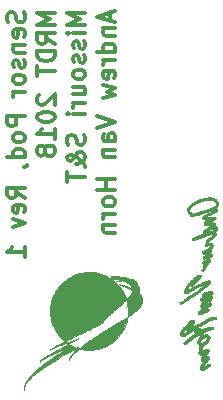
<source format=gbr>
G04 #@! TF.FileFunction,Legend,Bot*
%FSLAX46Y46*%
G04 Gerber Fmt 4.6, Leading zero omitted, Abs format (unit mm)*
G04 Created by KiCad (PCBNEW 4.0.7) date 03/27/18 19:04:13*
%MOMM*%
%LPD*%
G01*
G04 APERTURE LIST*
%ADD10C,0.100000*%
%ADD11C,0.300000*%
%ADD12C,0.010000*%
G04 APERTURE END LIST*
D10*
D11*
X175902943Y-83953314D02*
X175974371Y-84167600D01*
X175974371Y-84524743D01*
X175902943Y-84667600D01*
X175831514Y-84739029D01*
X175688657Y-84810457D01*
X175545800Y-84810457D01*
X175402943Y-84739029D01*
X175331514Y-84667600D01*
X175260086Y-84524743D01*
X175188657Y-84239029D01*
X175117229Y-84096171D01*
X175045800Y-84024743D01*
X174902943Y-83953314D01*
X174760086Y-83953314D01*
X174617229Y-84024743D01*
X174545800Y-84096171D01*
X174474371Y-84239029D01*
X174474371Y-84596171D01*
X174545800Y-84810457D01*
X175902943Y-86024742D02*
X175974371Y-85881885D01*
X175974371Y-85596171D01*
X175902943Y-85453314D01*
X175760086Y-85381885D01*
X175188657Y-85381885D01*
X175045800Y-85453314D01*
X174974371Y-85596171D01*
X174974371Y-85881885D01*
X175045800Y-86024742D01*
X175188657Y-86096171D01*
X175331514Y-86096171D01*
X175474371Y-85381885D01*
X174974371Y-86739028D02*
X175974371Y-86739028D01*
X175117229Y-86739028D02*
X175045800Y-86810456D01*
X174974371Y-86953314D01*
X174974371Y-87167599D01*
X175045800Y-87310456D01*
X175188657Y-87381885D01*
X175974371Y-87381885D01*
X175902943Y-88024742D02*
X175974371Y-88167599D01*
X175974371Y-88453314D01*
X175902943Y-88596171D01*
X175760086Y-88667599D01*
X175688657Y-88667599D01*
X175545800Y-88596171D01*
X175474371Y-88453314D01*
X175474371Y-88239028D01*
X175402943Y-88096171D01*
X175260086Y-88024742D01*
X175188657Y-88024742D01*
X175045800Y-88096171D01*
X174974371Y-88239028D01*
X174974371Y-88453314D01*
X175045800Y-88596171D01*
X175974371Y-89524743D02*
X175902943Y-89381885D01*
X175831514Y-89310457D01*
X175688657Y-89239028D01*
X175260086Y-89239028D01*
X175117229Y-89310457D01*
X175045800Y-89381885D01*
X174974371Y-89524743D01*
X174974371Y-89739028D01*
X175045800Y-89881885D01*
X175117229Y-89953314D01*
X175260086Y-90024743D01*
X175688657Y-90024743D01*
X175831514Y-89953314D01*
X175902943Y-89881885D01*
X175974371Y-89739028D01*
X175974371Y-89524743D01*
X175974371Y-90667600D02*
X174974371Y-90667600D01*
X175260086Y-90667600D02*
X175117229Y-90739028D01*
X175045800Y-90810457D01*
X174974371Y-90953314D01*
X174974371Y-91096171D01*
X175974371Y-92739028D02*
X174474371Y-92739028D01*
X174474371Y-93310456D01*
X174545800Y-93453314D01*
X174617229Y-93524742D01*
X174760086Y-93596171D01*
X174974371Y-93596171D01*
X175117229Y-93524742D01*
X175188657Y-93453314D01*
X175260086Y-93310456D01*
X175260086Y-92739028D01*
X175974371Y-94453314D02*
X175902943Y-94310456D01*
X175831514Y-94239028D01*
X175688657Y-94167599D01*
X175260086Y-94167599D01*
X175117229Y-94239028D01*
X175045800Y-94310456D01*
X174974371Y-94453314D01*
X174974371Y-94667599D01*
X175045800Y-94810456D01*
X175117229Y-94881885D01*
X175260086Y-94953314D01*
X175688657Y-94953314D01*
X175831514Y-94881885D01*
X175902943Y-94810456D01*
X175974371Y-94667599D01*
X175974371Y-94453314D01*
X175974371Y-96239028D02*
X174474371Y-96239028D01*
X175902943Y-96239028D02*
X175974371Y-96096171D01*
X175974371Y-95810457D01*
X175902943Y-95667599D01*
X175831514Y-95596171D01*
X175688657Y-95524742D01*
X175260086Y-95524742D01*
X175117229Y-95596171D01*
X175045800Y-95667599D01*
X174974371Y-95810457D01*
X174974371Y-96096171D01*
X175045800Y-96239028D01*
X175902943Y-97024742D02*
X175974371Y-97024742D01*
X176117229Y-96953314D01*
X176188657Y-96881885D01*
X175974371Y-99667600D02*
X175260086Y-99167600D01*
X175974371Y-98810457D02*
X174474371Y-98810457D01*
X174474371Y-99381885D01*
X174545800Y-99524743D01*
X174617229Y-99596171D01*
X174760086Y-99667600D01*
X174974371Y-99667600D01*
X175117229Y-99596171D01*
X175188657Y-99524743D01*
X175260086Y-99381885D01*
X175260086Y-98810457D01*
X175902943Y-100881885D02*
X175974371Y-100739028D01*
X175974371Y-100453314D01*
X175902943Y-100310457D01*
X175760086Y-100239028D01*
X175188657Y-100239028D01*
X175045800Y-100310457D01*
X174974371Y-100453314D01*
X174974371Y-100739028D01*
X175045800Y-100881885D01*
X175188657Y-100953314D01*
X175331514Y-100953314D01*
X175474371Y-100239028D01*
X174974371Y-101453314D02*
X175974371Y-101810457D01*
X174974371Y-102167599D01*
X175974371Y-104667599D02*
X175974371Y-103810456D01*
X175974371Y-104239028D02*
X174474371Y-104239028D01*
X174688657Y-104096171D01*
X174831514Y-103953313D01*
X174902943Y-103810456D01*
X178524371Y-84024743D02*
X177024371Y-84024743D01*
X178095800Y-84524743D01*
X177024371Y-85024743D01*
X178524371Y-85024743D01*
X178524371Y-86596172D02*
X177810086Y-86096172D01*
X178524371Y-85739029D02*
X177024371Y-85739029D01*
X177024371Y-86310457D01*
X177095800Y-86453315D01*
X177167229Y-86524743D01*
X177310086Y-86596172D01*
X177524371Y-86596172D01*
X177667229Y-86524743D01*
X177738657Y-86453315D01*
X177810086Y-86310457D01*
X177810086Y-85739029D01*
X178524371Y-87239029D02*
X177024371Y-87239029D01*
X177024371Y-87596172D01*
X177095800Y-87810457D01*
X177238657Y-87953315D01*
X177381514Y-88024743D01*
X177667229Y-88096172D01*
X177881514Y-88096172D01*
X178167229Y-88024743D01*
X178310086Y-87953315D01*
X178452943Y-87810457D01*
X178524371Y-87596172D01*
X178524371Y-87239029D01*
X177024371Y-88524743D02*
X177024371Y-89381886D01*
X178524371Y-88953315D02*
X177024371Y-88953315D01*
X177167229Y-90953314D02*
X177095800Y-91024743D01*
X177024371Y-91167600D01*
X177024371Y-91524743D01*
X177095800Y-91667600D01*
X177167229Y-91739029D01*
X177310086Y-91810457D01*
X177452943Y-91810457D01*
X177667229Y-91739029D01*
X178524371Y-90881886D01*
X178524371Y-91810457D01*
X177024371Y-92739028D02*
X177024371Y-92881885D01*
X177095800Y-93024742D01*
X177167229Y-93096171D01*
X177310086Y-93167600D01*
X177595800Y-93239028D01*
X177952943Y-93239028D01*
X178238657Y-93167600D01*
X178381514Y-93096171D01*
X178452943Y-93024742D01*
X178524371Y-92881885D01*
X178524371Y-92739028D01*
X178452943Y-92596171D01*
X178381514Y-92524742D01*
X178238657Y-92453314D01*
X177952943Y-92381885D01*
X177595800Y-92381885D01*
X177310086Y-92453314D01*
X177167229Y-92524742D01*
X177095800Y-92596171D01*
X177024371Y-92739028D01*
X178524371Y-94667599D02*
X178524371Y-93810456D01*
X178524371Y-94239028D02*
X177024371Y-94239028D01*
X177238657Y-94096171D01*
X177381514Y-93953313D01*
X177452943Y-93810456D01*
X177667229Y-95524742D02*
X177595800Y-95381884D01*
X177524371Y-95310456D01*
X177381514Y-95239027D01*
X177310086Y-95239027D01*
X177167229Y-95310456D01*
X177095800Y-95381884D01*
X177024371Y-95524742D01*
X177024371Y-95810456D01*
X177095800Y-95953313D01*
X177167229Y-96024742D01*
X177310086Y-96096170D01*
X177381514Y-96096170D01*
X177524371Y-96024742D01*
X177595800Y-95953313D01*
X177667229Y-95810456D01*
X177667229Y-95524742D01*
X177738657Y-95381884D01*
X177810086Y-95310456D01*
X177952943Y-95239027D01*
X178238657Y-95239027D01*
X178381514Y-95310456D01*
X178452943Y-95381884D01*
X178524371Y-95524742D01*
X178524371Y-95810456D01*
X178452943Y-95953313D01*
X178381514Y-96024742D01*
X178238657Y-96096170D01*
X177952943Y-96096170D01*
X177810086Y-96024742D01*
X177738657Y-95953313D01*
X177667229Y-95810456D01*
X181074371Y-84024743D02*
X179574371Y-84024743D01*
X180645800Y-84524743D01*
X179574371Y-85024743D01*
X181074371Y-85024743D01*
X181074371Y-85739029D02*
X180074371Y-85739029D01*
X179574371Y-85739029D02*
X179645800Y-85667600D01*
X179717229Y-85739029D01*
X179645800Y-85810457D01*
X179574371Y-85739029D01*
X179717229Y-85739029D01*
X181002943Y-86381886D02*
X181074371Y-86524743D01*
X181074371Y-86810458D01*
X181002943Y-86953315D01*
X180860086Y-87024743D01*
X180788657Y-87024743D01*
X180645800Y-86953315D01*
X180574371Y-86810458D01*
X180574371Y-86596172D01*
X180502943Y-86453315D01*
X180360086Y-86381886D01*
X180288657Y-86381886D01*
X180145800Y-86453315D01*
X180074371Y-86596172D01*
X180074371Y-86810458D01*
X180145800Y-86953315D01*
X181002943Y-87596172D02*
X181074371Y-87739029D01*
X181074371Y-88024744D01*
X181002943Y-88167601D01*
X180860086Y-88239029D01*
X180788657Y-88239029D01*
X180645800Y-88167601D01*
X180574371Y-88024744D01*
X180574371Y-87810458D01*
X180502943Y-87667601D01*
X180360086Y-87596172D01*
X180288657Y-87596172D01*
X180145800Y-87667601D01*
X180074371Y-87810458D01*
X180074371Y-88024744D01*
X180145800Y-88167601D01*
X181074371Y-89096173D02*
X181002943Y-88953315D01*
X180931514Y-88881887D01*
X180788657Y-88810458D01*
X180360086Y-88810458D01*
X180217229Y-88881887D01*
X180145800Y-88953315D01*
X180074371Y-89096173D01*
X180074371Y-89310458D01*
X180145800Y-89453315D01*
X180217229Y-89524744D01*
X180360086Y-89596173D01*
X180788657Y-89596173D01*
X180931514Y-89524744D01*
X181002943Y-89453315D01*
X181074371Y-89310458D01*
X181074371Y-89096173D01*
X180074371Y-90881887D02*
X181074371Y-90881887D01*
X180074371Y-90239030D02*
X180860086Y-90239030D01*
X181002943Y-90310458D01*
X181074371Y-90453316D01*
X181074371Y-90667601D01*
X181002943Y-90810458D01*
X180931514Y-90881887D01*
X181074371Y-91596173D02*
X180074371Y-91596173D01*
X180360086Y-91596173D02*
X180217229Y-91667601D01*
X180145800Y-91739030D01*
X180074371Y-91881887D01*
X180074371Y-92024744D01*
X181074371Y-92524744D02*
X180074371Y-92524744D01*
X179574371Y-92524744D02*
X179645800Y-92453315D01*
X179717229Y-92524744D01*
X179645800Y-92596172D01*
X179574371Y-92524744D01*
X179717229Y-92524744D01*
X181002943Y-94310458D02*
X181074371Y-94524744D01*
X181074371Y-94881887D01*
X181002943Y-95024744D01*
X180931514Y-95096173D01*
X180788657Y-95167601D01*
X180645800Y-95167601D01*
X180502943Y-95096173D01*
X180431514Y-95024744D01*
X180360086Y-94881887D01*
X180288657Y-94596173D01*
X180217229Y-94453315D01*
X180145800Y-94381887D01*
X180002943Y-94310458D01*
X179860086Y-94310458D01*
X179717229Y-94381887D01*
X179645800Y-94453315D01*
X179574371Y-94596173D01*
X179574371Y-94953315D01*
X179645800Y-95167601D01*
X181074371Y-97024744D02*
X181074371Y-96953315D01*
X181002943Y-96810458D01*
X180788657Y-96596172D01*
X180360086Y-96239029D01*
X180145800Y-96096172D01*
X179931514Y-96024744D01*
X179788657Y-96024744D01*
X179645800Y-96096172D01*
X179574371Y-96239029D01*
X179574371Y-96310458D01*
X179645800Y-96453315D01*
X179788657Y-96524744D01*
X179860086Y-96524744D01*
X180002943Y-96453315D01*
X180074371Y-96381886D01*
X180360086Y-95953315D01*
X180431514Y-95881886D01*
X180574371Y-95810458D01*
X180788657Y-95810458D01*
X180931514Y-95881886D01*
X181002943Y-95953315D01*
X181074371Y-96096172D01*
X181074371Y-96310458D01*
X181002943Y-96453315D01*
X180931514Y-96524744D01*
X180645800Y-96739029D01*
X180431514Y-96810458D01*
X180288657Y-96810458D01*
X179574371Y-97453315D02*
X179574371Y-98310458D01*
X181074371Y-97881887D02*
X179574371Y-97881887D01*
X183195800Y-83953314D02*
X183195800Y-84667600D01*
X183624371Y-83810457D02*
X182124371Y-84310457D01*
X183624371Y-84810457D01*
X182624371Y-85310457D02*
X183624371Y-85310457D01*
X182767229Y-85310457D02*
X182695800Y-85381885D01*
X182624371Y-85524743D01*
X182624371Y-85739028D01*
X182695800Y-85881885D01*
X182838657Y-85953314D01*
X183624371Y-85953314D01*
X183624371Y-87310457D02*
X182124371Y-87310457D01*
X183552943Y-87310457D02*
X183624371Y-87167600D01*
X183624371Y-86881886D01*
X183552943Y-86739028D01*
X183481514Y-86667600D01*
X183338657Y-86596171D01*
X182910086Y-86596171D01*
X182767229Y-86667600D01*
X182695800Y-86739028D01*
X182624371Y-86881886D01*
X182624371Y-87167600D01*
X182695800Y-87310457D01*
X183624371Y-88024743D02*
X182624371Y-88024743D01*
X182910086Y-88024743D02*
X182767229Y-88096171D01*
X182695800Y-88167600D01*
X182624371Y-88310457D01*
X182624371Y-88453314D01*
X183552943Y-89524742D02*
X183624371Y-89381885D01*
X183624371Y-89096171D01*
X183552943Y-88953314D01*
X183410086Y-88881885D01*
X182838657Y-88881885D01*
X182695800Y-88953314D01*
X182624371Y-89096171D01*
X182624371Y-89381885D01*
X182695800Y-89524742D01*
X182838657Y-89596171D01*
X182981514Y-89596171D01*
X183124371Y-88881885D01*
X182624371Y-90096171D02*
X183624371Y-90381885D01*
X182910086Y-90667599D01*
X183624371Y-90953314D01*
X182624371Y-91239028D01*
X182124371Y-92739028D02*
X183624371Y-93239028D01*
X182124371Y-93739028D01*
X183624371Y-94881885D02*
X182838657Y-94881885D01*
X182695800Y-94810456D01*
X182624371Y-94667599D01*
X182624371Y-94381885D01*
X182695800Y-94239028D01*
X183552943Y-94881885D02*
X183624371Y-94739028D01*
X183624371Y-94381885D01*
X183552943Y-94239028D01*
X183410086Y-94167599D01*
X183267229Y-94167599D01*
X183124371Y-94239028D01*
X183052943Y-94381885D01*
X183052943Y-94739028D01*
X182981514Y-94881885D01*
X182624371Y-95596171D02*
X183624371Y-95596171D01*
X182767229Y-95596171D02*
X182695800Y-95667599D01*
X182624371Y-95810457D01*
X182624371Y-96024742D01*
X182695800Y-96167599D01*
X182838657Y-96239028D01*
X183624371Y-96239028D01*
X183624371Y-98096171D02*
X182124371Y-98096171D01*
X182838657Y-98096171D02*
X182838657Y-98953314D01*
X183624371Y-98953314D02*
X182124371Y-98953314D01*
X183624371Y-99881886D02*
X183552943Y-99739028D01*
X183481514Y-99667600D01*
X183338657Y-99596171D01*
X182910086Y-99596171D01*
X182767229Y-99667600D01*
X182695800Y-99739028D01*
X182624371Y-99881886D01*
X182624371Y-100096171D01*
X182695800Y-100239028D01*
X182767229Y-100310457D01*
X182910086Y-100381886D01*
X183338657Y-100381886D01*
X183481514Y-100310457D01*
X183552943Y-100239028D01*
X183624371Y-100096171D01*
X183624371Y-99881886D01*
X183624371Y-101024743D02*
X182624371Y-101024743D01*
X182910086Y-101024743D02*
X182767229Y-101096171D01*
X182695800Y-101167600D01*
X182624371Y-101310457D01*
X182624371Y-101453314D01*
X182624371Y-101953314D02*
X183624371Y-101953314D01*
X182767229Y-101953314D02*
X182695800Y-102024742D01*
X182624371Y-102167600D01*
X182624371Y-102381885D01*
X182695800Y-102524742D01*
X182838657Y-102596171D01*
X183624371Y-102596171D01*
D12*
G36*
X189723891Y-100680187D02*
X189734768Y-100787659D01*
X189756206Y-100872554D01*
X189789255Y-100936550D01*
X189834968Y-100981324D01*
X189894395Y-101008554D01*
X189934990Y-101016892D01*
X189996162Y-101027047D01*
X190031804Y-101037700D01*
X190042438Y-101049284D01*
X190028586Y-101062236D01*
X190002420Y-101073115D01*
X189973168Y-101089382D01*
X189963502Y-101114609D01*
X189963344Y-101119979D01*
X189969327Y-101146004D01*
X189988626Y-101153221D01*
X190016408Y-101160916D01*
X190022693Y-101180942D01*
X190008118Y-101206224D01*
X189992598Y-101227811D01*
X189996525Y-101238137D01*
X190021374Y-101237601D01*
X190068619Y-101226603D01*
X190075919Y-101224584D01*
X190162566Y-101200494D01*
X190231105Y-101181908D01*
X190288435Y-101167038D01*
X190341459Y-101154094D01*
X190397077Y-101141290D01*
X190399703Y-101140699D01*
X190523325Y-101110671D01*
X190641907Y-101076709D01*
X190764420Y-101036569D01*
X190831227Y-101015487D01*
X190906139Y-100994678D01*
X190972831Y-100978671D01*
X191032125Y-100963661D01*
X191090514Y-100944840D01*
X191136092Y-100926080D01*
X191138914Y-100924654D01*
X191177659Y-100906493D01*
X191209206Y-100894921D01*
X191220783Y-100892708D01*
X191246864Y-100886159D01*
X191269622Y-100874915D01*
X191288232Y-100867081D01*
X191322689Y-100857215D01*
X191374672Y-100844962D01*
X191445860Y-100829965D01*
X191537931Y-100811869D01*
X191652564Y-100790320D01*
X191773908Y-100768131D01*
X191829288Y-100757274D01*
X191878624Y-100746138D01*
X191913328Y-100736704D01*
X191919416Y-100734575D01*
X191953599Y-100726197D01*
X191978031Y-100726212D01*
X191985815Y-100734484D01*
X191971822Y-100749698D01*
X191938848Y-100770150D01*
X191889691Y-100794135D01*
X191827148Y-100819947D01*
X191819497Y-100822852D01*
X191770910Y-100842862D01*
X191729254Y-100863052D01*
X191703134Y-100879229D01*
X191702267Y-100879965D01*
X191668679Y-100901875D01*
X191643651Y-100912356D01*
X191614727Y-100922830D01*
X191572291Y-100940387D01*
X191532933Y-100957872D01*
X191476426Y-100983751D01*
X191415387Y-101011593D01*
X191381106Y-101027170D01*
X191341319Y-101046383D01*
X191312005Y-101062728D01*
X191300736Y-101071403D01*
X191286240Y-101081252D01*
X191253933Y-101097507D01*
X191210229Y-101116989D01*
X191200704Y-101120985D01*
X191142869Y-101148028D01*
X191100716Y-101176543D01*
X191064455Y-101213471D01*
X191056381Y-101223307D01*
X191029495Y-101259726D01*
X191011020Y-101290285D01*
X191005395Y-101306005D01*
X191010885Y-101330859D01*
X191025231Y-101370480D01*
X191045244Y-101416536D01*
X191056588Y-101439785D01*
X191075820Y-101453436D01*
X191115491Y-101465042D01*
X191143427Y-101469774D01*
X191194213Y-101478023D01*
X191241596Y-101487915D01*
X191264011Y-101493904D01*
X191301950Y-101499949D01*
X191361289Y-101501862D01*
X191437690Y-101499533D01*
X191452883Y-101498657D01*
X191515299Y-101495064D01*
X191555218Y-101493717D01*
X191576123Y-101494955D01*
X191581501Y-101499122D01*
X191574834Y-101506558D01*
X191570092Y-101510149D01*
X191536558Y-101530512D01*
X191488101Y-101555168D01*
X191433505Y-101580153D01*
X191381554Y-101601503D01*
X191341033Y-101615256D01*
X191332723Y-101617248D01*
X191294673Y-101631384D01*
X191267354Y-101649643D01*
X191243641Y-101667854D01*
X191228298Y-101674247D01*
X191214659Y-101684228D01*
X191192676Y-101709995D01*
X191174362Y-101735424D01*
X191144939Y-101794000D01*
X191140147Y-101848624D01*
X191159839Y-101903392D01*
X191167920Y-101916599D01*
X191176894Y-101928943D01*
X191187712Y-101937839D01*
X191204021Y-101943511D01*
X191229469Y-101946186D01*
X191267704Y-101946090D01*
X191322374Y-101943450D01*
X191397126Y-101938490D01*
X191454779Y-101934377D01*
X191556098Y-101927098D01*
X191634395Y-101921604D01*
X191692636Y-101917845D01*
X191733785Y-101915768D01*
X191760808Y-101915324D01*
X191776669Y-101916459D01*
X191784334Y-101919123D01*
X191786767Y-101923265D01*
X191786933Y-101928624D01*
X191776143Y-101946410D01*
X191762225Y-101953872D01*
X191738191Y-101967272D01*
X191706060Y-101992055D01*
X191691601Y-102005018D01*
X191651912Y-102037959D01*
X191604073Y-102071706D01*
X191582796Y-102084854D01*
X191542054Y-102110788D01*
X191507184Y-102136836D01*
X191493753Y-102149085D01*
X191472977Y-102166077D01*
X191434852Y-102192757D01*
X191401047Y-102214867D01*
X191401047Y-102445934D01*
X191427798Y-102463228D01*
X191448077Y-102497036D01*
X191443340Y-102530055D01*
X191414496Y-102558950D01*
X191399420Y-102567213D01*
X191345400Y-102586427D01*
X191289816Y-102595666D01*
X191241009Y-102594274D01*
X191208144Y-102582235D01*
X191194816Y-102570216D01*
X191196480Y-102560547D01*
X191216553Y-102548520D01*
X191240708Y-102537381D01*
X191283173Y-102513970D01*
X191320499Y-102486341D01*
X191330050Y-102477093D01*
X191366789Y-102448595D01*
X191401047Y-102445934D01*
X191401047Y-102214867D01*
X191384522Y-102225676D01*
X191327134Y-102261382D01*
X191317907Y-102266963D01*
X191237227Y-102317407D01*
X191176327Y-102360263D01*
X191131324Y-102398849D01*
X191098338Y-102436478D01*
X191074210Y-102475087D01*
X191059162Y-102517935D01*
X191055612Y-102561443D01*
X191063913Y-102595568D01*
X191069703Y-102603457D01*
X191084193Y-102629531D01*
X191073473Y-102652212D01*
X191038296Y-102670236D01*
X191028190Y-102673225D01*
X190939505Y-102700121D01*
X190852205Y-102731834D01*
X190775609Y-102764807D01*
X190738369Y-102783881D01*
X190695745Y-102806755D01*
X190634988Y-102838072D01*
X190561523Y-102875148D01*
X190480772Y-102915299D01*
X190398159Y-102955842D01*
X190319107Y-102994092D01*
X190249039Y-103027365D01*
X190207574Y-103046562D01*
X190161694Y-103069437D01*
X190126715Y-103090626D01*
X190108194Y-103106611D01*
X190106626Y-103110471D01*
X190114566Y-103132492D01*
X190134390Y-103163657D01*
X190160103Y-103196453D01*
X190185710Y-103223368D01*
X190205216Y-103236888D01*
X190207850Y-103237324D01*
X190234112Y-103234016D01*
X190274941Y-103225715D01*
X190319935Y-103214849D01*
X190358691Y-103203849D01*
X190373651Y-103198593D01*
X190402169Y-103188729D01*
X190442638Y-103176514D01*
X190458090Y-103172199D01*
X190505821Y-103156505D01*
X190559222Y-103135133D01*
X190581015Y-103125175D01*
X190620806Y-103107653D01*
X190653299Y-103096270D01*
X190665910Y-103093845D01*
X190692137Y-103089333D01*
X190728720Y-103078609D01*
X190764722Y-103065389D01*
X190789208Y-103053388D01*
X190792399Y-103050866D01*
X190811311Y-103043749D01*
X190830951Y-103041939D01*
X190857665Y-103036799D01*
X190868626Y-103028913D01*
X190885990Y-103020018D01*
X190917395Y-103015919D01*
X190920441Y-103015888D01*
X190963858Y-103010108D01*
X191001083Y-102997532D01*
X191032158Y-102984230D01*
X191078171Y-102967006D01*
X191129138Y-102949595D01*
X191184783Y-102929360D01*
X191251178Y-102902027D01*
X191316059Y-102872708D01*
X191331036Y-102865455D01*
X191390473Y-102836403D01*
X191433858Y-102816197D01*
X191468407Y-102801971D01*
X191501338Y-102790859D01*
X191539869Y-102779996D01*
X191558985Y-102774941D01*
X191596916Y-102766775D01*
X191648437Y-102758064D01*
X191707854Y-102749482D01*
X191769476Y-102741704D01*
X191827612Y-102735403D01*
X191876568Y-102731252D01*
X191910655Y-102729927D01*
X191923940Y-102731732D01*
X191924923Y-102750230D01*
X191903586Y-102780762D01*
X191860452Y-102822840D01*
X191796045Y-102875977D01*
X191710890Y-102939683D01*
X191667892Y-102970298D01*
X191616818Y-103007105D01*
X191559411Y-103049806D01*
X191517062Y-103082220D01*
X191468687Y-103116369D01*
X191417550Y-103146910D01*
X191377508Y-103166038D01*
X191332297Y-103188927D01*
X191302623Y-103219634D01*
X191286570Y-103262648D01*
X191282220Y-103322462D01*
X191285525Y-103381499D01*
X191288278Y-103453228D01*
X191281183Y-103504252D01*
X191263347Y-103538333D01*
X191244467Y-103553843D01*
X191214699Y-103585006D01*
X191197909Y-103630223D01*
X191197492Y-103679325D01*
X191199578Y-103688377D01*
X191223036Y-103738069D01*
X191257916Y-103765411D01*
X191301219Y-103769746D01*
X191349943Y-103750418D01*
X191379844Y-103727804D01*
X191444137Y-103686828D01*
X191520006Y-103664704D01*
X191596428Y-103663725D01*
X191646898Y-103670399D01*
X191639346Y-103734155D01*
X191627276Y-103785932D01*
X191605145Y-103839817D01*
X191576836Y-103889185D01*
X191546235Y-103927413D01*
X191517223Y-103947879D01*
X191513395Y-103948975D01*
X191415451Y-103974472D01*
X191318077Y-104006662D01*
X191226761Y-104043223D01*
X191146990Y-104081838D01*
X191084252Y-104120185D01*
X191057497Y-104141699D01*
X191025391Y-104167883D01*
X190995626Y-104187062D01*
X190973735Y-104204012D01*
X190968075Y-104227549D01*
X190978488Y-104263089D01*
X190992537Y-104292729D01*
X191019202Y-104336462D01*
X191049433Y-104363969D01*
X191089354Y-104378034D01*
X191145090Y-104381441D01*
X191184124Y-104379816D01*
X191250360Y-104372941D01*
X191304292Y-104359465D01*
X191359488Y-104335832D01*
X191367742Y-104331687D01*
X191409250Y-104312117D01*
X191441317Y-104299867D01*
X191457471Y-104297379D01*
X191457887Y-104297679D01*
X191458064Y-104308375D01*
X191444006Y-104327669D01*
X191414303Y-104356844D01*
X191367544Y-104397182D01*
X191302320Y-104449964D01*
X191217220Y-104516473D01*
X191216919Y-104516706D01*
X191141815Y-104575873D01*
X191086388Y-104622655D01*
X191048772Y-104659312D01*
X191027097Y-104688104D01*
X191019496Y-104711292D01*
X191024102Y-104731135D01*
X191031168Y-104741450D01*
X191057021Y-104761646D01*
X191071699Y-104768210D01*
X191092188Y-104782824D01*
X191096574Y-104794765D01*
X191099596Y-104809071D01*
X191111373Y-104810669D01*
X191135974Y-104798467D01*
X191173432Y-104774112D01*
X191209065Y-104752079D01*
X191237815Y-104738004D01*
X191248293Y-104735272D01*
X191266511Y-104729575D01*
X191302177Y-104714157D01*
X191349740Y-104691531D01*
X191391929Y-104670286D01*
X191443269Y-104644385D01*
X191485363Y-104624206D01*
X191513331Y-104612019D01*
X191522319Y-104609598D01*
X191517056Y-104621174D01*
X191499269Y-104648145D01*
X191472428Y-104685344D01*
X191463392Y-104697379D01*
X191387200Y-104785202D01*
X191299442Y-104865272D01*
X191209210Y-104929383D01*
X191200779Y-104934380D01*
X191163835Y-104959576D01*
X191117131Y-104996604D01*
X191069109Y-105038660D01*
X191055424Y-105051512D01*
X191014610Y-105091301D01*
X190989708Y-105118771D01*
X190977472Y-105139255D01*
X190974654Y-105158085D01*
X190977713Y-105179143D01*
X190992431Y-105215978D01*
X191023564Y-105243267D01*
X191034569Y-105249580D01*
X191082398Y-105275426D01*
X191154495Y-105237706D01*
X191196443Y-105212635D01*
X191230683Y-105186631D01*
X191246250Y-105169985D01*
X191271015Y-105141673D01*
X191291959Y-105126041D01*
X191312809Y-105118422D01*
X191317460Y-105125332D01*
X191308691Y-105143454D01*
X191289279Y-105169470D01*
X191262006Y-105200065D01*
X191229648Y-105231920D01*
X191194986Y-105261719D01*
X191160798Y-105286145D01*
X191154766Y-105289799D01*
X191106056Y-105326490D01*
X191081448Y-105367356D01*
X191078994Y-105416555D01*
X191084067Y-105440581D01*
X191090235Y-105469047D01*
X191089588Y-105493377D01*
X191080192Y-105521492D01*
X191060117Y-105561314D01*
X191050185Y-105579529D01*
X191020976Y-105629193D01*
X190990330Y-105675806D01*
X190964864Y-105709306D01*
X190964789Y-105709392D01*
X190934921Y-105753409D01*
X190927533Y-105789599D01*
X190941979Y-105815438D01*
X190977617Y-105828399D01*
X190995416Y-105829426D01*
X191025976Y-105820137D01*
X191065254Y-105796113D01*
X191105894Y-105763119D01*
X191140539Y-105726920D01*
X191157469Y-105702426D01*
X191174718Y-105674847D01*
X191187810Y-105660619D01*
X191189487Y-105660093D01*
X191199054Y-105649213D01*
X191215665Y-105620949D01*
X191236111Y-105581865D01*
X191257181Y-105538526D01*
X191275666Y-105497496D01*
X191288356Y-105465339D01*
X191292187Y-105450082D01*
X191300683Y-105432239D01*
X191322833Y-105402114D01*
X191353994Y-105365971D01*
X191356686Y-105363062D01*
X191399883Y-105315301D01*
X191445697Y-105262615D01*
X191476076Y-105226293D01*
X191514895Y-105181144D01*
X191562013Y-105129867D01*
X191603659Y-105087149D01*
X191637512Y-105051367D01*
X191661854Y-105021005D01*
X191672350Y-105001599D01*
X191672376Y-104999374D01*
X191675112Y-104975736D01*
X191683117Y-104955982D01*
X191689880Y-104921204D01*
X191674742Y-104891411D01*
X191641851Y-104871361D01*
X191604274Y-104865529D01*
X191576123Y-104864113D01*
X191558179Y-104858589D01*
X191551562Y-104847039D01*
X191557390Y-104827547D01*
X191576783Y-104798194D01*
X191610857Y-104757065D01*
X191660733Y-104702243D01*
X191727528Y-104631810D01*
X191760921Y-104597087D01*
X191785202Y-104567399D01*
X191798863Y-104541963D01*
X191799959Y-104535984D01*
X191807225Y-104513021D01*
X191812985Y-104507324D01*
X191823805Y-104487613D01*
X191825124Y-104456187D01*
X191817656Y-104425298D01*
X191807340Y-104410352D01*
X191783806Y-104401963D01*
X191740172Y-104400708D01*
X191696622Y-104403927D01*
X191642316Y-104407334D01*
X191612134Y-104404003D01*
X191604881Y-104393340D01*
X191619367Y-104374752D01*
X191626131Y-104368893D01*
X191647011Y-104344387D01*
X191665988Y-104311939D01*
X191695046Y-104254239D01*
X191718632Y-104217822D01*
X191739064Y-104199111D01*
X191739159Y-104199058D01*
X191752066Y-104180546D01*
X191763299Y-104145284D01*
X191767523Y-104122134D01*
X191771496Y-104080116D01*
X191767475Y-104053292D01*
X191753422Y-104031492D01*
X191748191Y-104025731D01*
X191729756Y-104002908D01*
X191727894Y-103983594D01*
X191739759Y-103956798D01*
X191759207Y-103924267D01*
X191787312Y-103882926D01*
X191805909Y-103857663D01*
X191831036Y-103821593D01*
X191847798Y-103791491D01*
X191852062Y-103777775D01*
X191858578Y-103760505D01*
X191864052Y-103758349D01*
X191877787Y-103746893D01*
X191884701Y-103717202D01*
X191884391Y-103676286D01*
X191876452Y-103631161D01*
X191872214Y-103616916D01*
X191840124Y-103552140D01*
X191792406Y-103505839D01*
X191727989Y-103477570D01*
X191645806Y-103466890D01*
X191544785Y-103473354D01*
X191530871Y-103475332D01*
X191463680Y-103485391D01*
X191454993Y-103433974D01*
X191453354Y-103388297D01*
X191463074Y-103351719D01*
X191481782Y-103330928D01*
X191492383Y-103328503D01*
X191512278Y-103320308D01*
X191540610Y-103299913D01*
X191548914Y-103292683D01*
X191578930Y-103268688D01*
X191622926Y-103237433D01*
X191672436Y-103204878D01*
X191683044Y-103198247D01*
X191741601Y-103158892D01*
X191804526Y-103111756D01*
X191858321Y-103066955D01*
X191858928Y-103066408D01*
X191902166Y-103028866D01*
X191943337Y-102995626D01*
X191974785Y-102972818D01*
X191979417Y-102969939D01*
X192010504Y-102944449D01*
X192042578Y-102907550D01*
X192053530Y-102891701D01*
X192083280Y-102849779D01*
X192116145Y-102810676D01*
X192126483Y-102800118D01*
X192150663Y-102778476D01*
X192161811Y-102774398D01*
X192164665Y-102786393D01*
X192164677Y-102788107D01*
X192168070Y-102804204D01*
X192179756Y-102797609D01*
X192188074Y-102779262D01*
X192179708Y-102764304D01*
X192170932Y-102738113D01*
X192172410Y-102706941D01*
X192170970Y-102653644D01*
X192144802Y-102606582D01*
X192094741Y-102566966D01*
X192066070Y-102552521D01*
X192028472Y-102534935D01*
X192002821Y-102521105D01*
X191995344Y-102515023D01*
X192005369Y-102504900D01*
X192023370Y-102493805D01*
X192043122Y-102485199D01*
X192045883Y-102492310D01*
X192043317Y-102499859D01*
X192038748Y-102516267D01*
X192046375Y-102519195D01*
X192071231Y-102509491D01*
X192079170Y-102505901D01*
X192100885Y-102493778D01*
X192100688Y-102483560D01*
X192091363Y-102475711D01*
X192080861Y-102464182D01*
X192085940Y-102450963D01*
X192109396Y-102430024D01*
X192114385Y-102426071D01*
X192147881Y-102399216D01*
X192176105Y-102375790D01*
X192180959Y-102371594D01*
X192208688Y-102355444D01*
X192226462Y-102351580D01*
X192231849Y-102358481D01*
X192216082Y-102379393D01*
X192184129Y-102409991D01*
X192153581Y-102439035D01*
X192134933Y-102460015D01*
X192132027Y-102468582D01*
X192132345Y-102468606D01*
X192156779Y-102460123D01*
X192190237Y-102438402D01*
X192224617Y-102409837D01*
X192251818Y-102380819D01*
X192260528Y-102367488D01*
X192272153Y-102326035D01*
X192275540Y-102271641D01*
X192271164Y-102215199D01*
X192259502Y-102167598D01*
X192251035Y-102150436D01*
X192210534Y-102110288D01*
X192152241Y-102081240D01*
X192083136Y-102066337D01*
X192055247Y-102065016D01*
X192014576Y-102063158D01*
X191985696Y-102058378D01*
X191977037Y-102053983D01*
X191981304Y-102039092D01*
X192000152Y-102014910D01*
X192009800Y-102005137D01*
X192035431Y-101982250D01*
X192050398Y-101976149D01*
X192062109Y-101984862D01*
X192066132Y-101990118D01*
X192084750Y-102009969D01*
X192095400Y-102006205D01*
X192099421Y-101977947D01*
X192099549Y-101968171D01*
X192102925Y-101927464D01*
X192110912Y-101893274D01*
X192115708Y-101857676D01*
X192111584Y-101834493D01*
X192091064Y-101807588D01*
X192056128Y-101782896D01*
X192017955Y-101767470D01*
X192002085Y-101765426D01*
X191977473Y-101760256D01*
X191952168Y-101751052D01*
X191952168Y-102275746D01*
X191978958Y-102280786D01*
X191981638Y-102294135D01*
X191961525Y-102315246D01*
X191941706Y-102332647D01*
X191910218Y-102361721D01*
X191876026Y-102394125D01*
X191833774Y-102430806D01*
X191785280Y-102467044D01*
X191736692Y-102498872D01*
X191694155Y-102522321D01*
X191663816Y-102533425D01*
X191659611Y-102533817D01*
X191642793Y-102523128D01*
X191631585Y-102503897D01*
X191615735Y-102474386D01*
X191590989Y-102439413D01*
X191584997Y-102432064D01*
X191564528Y-102402225D01*
X191555875Y-102378153D01*
X191556450Y-102373026D01*
X191574225Y-102354372D01*
X191609879Y-102333366D01*
X191655823Y-102313145D01*
X191704470Y-102296844D01*
X191748231Y-102287598D01*
X191765602Y-102286594D01*
X191809097Y-102285743D01*
X191863889Y-102282287D01*
X191900908Y-102278797D01*
X191952168Y-102275746D01*
X191952168Y-101751052D01*
X191942221Y-101747433D01*
X191933053Y-101743424D01*
X191899317Y-101729113D01*
X191875211Y-101720690D01*
X191871600Y-101719942D01*
X191851765Y-101715078D01*
X191818553Y-101704810D01*
X191808309Y-101701389D01*
X191771987Y-101692202D01*
X191734978Y-101691648D01*
X191685778Y-101699662D01*
X191680927Y-101700680D01*
X191638884Y-101711095D01*
X191608161Y-101721491D01*
X191596911Y-101728210D01*
X191579763Y-101737218D01*
X191561834Y-101739375D01*
X191542529Y-101738279D01*
X191543579Y-101730862D01*
X191559346Y-101715557D01*
X191583936Y-101698968D01*
X191624496Y-101677701D01*
X191672581Y-101656159D01*
X191676215Y-101654671D01*
X191732264Y-101630397D01*
X191798634Y-101599474D01*
X191862803Y-101567772D01*
X191875415Y-101561258D01*
X191923983Y-101536631D01*
X191964357Y-101517464D01*
X191990668Y-101506484D01*
X191996811Y-101504913D01*
X192021885Y-101496545D01*
X192054815Y-101475587D01*
X192088082Y-101448264D01*
X192114166Y-101420798D01*
X192125548Y-101399412D01*
X192125600Y-101398337D01*
X192121546Y-101364353D01*
X192111404Y-101323320D01*
X192098207Y-101284948D01*
X192084986Y-101258947D01*
X192080644Y-101254369D01*
X192057632Y-101248387D01*
X192014336Y-101245789D01*
X191956283Y-101246418D01*
X191888999Y-101250118D01*
X191818010Y-101256732D01*
X191767395Y-101263255D01*
X191711441Y-101271022D01*
X191675400Y-101274300D01*
X191653474Y-101272811D01*
X191639866Y-101266277D01*
X191630626Y-101256688D01*
X191617918Y-101244806D01*
X191600467Y-101239127D01*
X191571708Y-101239012D01*
X191525074Y-101243822D01*
X191513395Y-101245272D01*
X191456303Y-101253041D01*
X191401100Y-101261524D01*
X191360344Y-101268770D01*
X191323356Y-101274048D01*
X191306826Y-101270018D01*
X191304985Y-101264513D01*
X191315836Y-101251003D01*
X191344714Y-101229546D01*
X191386102Y-101203352D01*
X191434483Y-101175629D01*
X191484341Y-101149584D01*
X191530160Y-101128427D01*
X191555965Y-101118545D01*
X191590908Y-101105039D01*
X191641442Y-101083234D01*
X191699880Y-101056522D01*
X191741344Y-101036734D01*
X191797572Y-101009946D01*
X191848127Y-100986886D01*
X191886647Y-100970398D01*
X191904164Y-100963952D01*
X191931193Y-100952897D01*
X191972138Y-100932513D01*
X192018644Y-100906986D01*
X192023667Y-100904086D01*
X192066184Y-100880077D01*
X192099911Y-100862265D01*
X192118661Y-100853889D01*
X192120061Y-100853631D01*
X192136000Y-100848308D01*
X192167635Y-100834509D01*
X192199199Y-100819539D01*
X192245374Y-100792688D01*
X192267177Y-100769452D01*
X192268882Y-100762009D01*
X192275647Y-100739778D01*
X192283020Y-100733859D01*
X192286575Y-100719784D01*
X192277196Y-100686210D01*
X192265256Y-100657013D01*
X192243773Y-100613821D01*
X192236318Y-100604604D01*
X192236318Y-100749426D01*
X192242831Y-100755939D01*
X192236318Y-100762452D01*
X192229805Y-100755939D01*
X192236318Y-100749426D01*
X192236318Y-100604604D01*
X192223534Y-100588798D01*
X192198473Y-100575111D01*
X192190268Y-100572522D01*
X192159786Y-100560250D01*
X192142862Y-100546785D01*
X192142286Y-100545485D01*
X192148221Y-100529624D01*
X192168340Y-100500655D01*
X192198660Y-100464147D01*
X192207362Y-100454501D01*
X192274280Y-100370845D01*
X192317316Y-100290512D01*
X192337747Y-100210060D01*
X192336849Y-100126048D01*
X192334668Y-100111170D01*
X192305393Y-100010084D01*
X192253416Y-99914496D01*
X192182087Y-99829830D01*
X192136602Y-99790484D01*
X192095216Y-99761914D01*
X192048075Y-99734328D01*
X192001028Y-99710518D01*
X191959925Y-99693278D01*
X191930616Y-99685402D01*
X191920095Y-99687102D01*
X191906243Y-99685361D01*
X191876590Y-99675117D01*
X191854122Y-99665790D01*
X191799451Y-99646439D01*
X191723976Y-99626530D01*
X191721805Y-99626073D01*
X191721805Y-99808694D01*
X191784572Y-99814098D01*
X191854673Y-99831631D01*
X191924492Y-99858205D01*
X191986413Y-99890731D01*
X192032818Y-99926122D01*
X192044756Y-99939622D01*
X192075817Y-99977651D01*
X192109071Y-100013614D01*
X192139064Y-100042091D01*
X192160338Y-100057662D01*
X192164982Y-100059067D01*
X192176812Y-100069838D01*
X192192257Y-100095832D01*
X192206658Y-100127569D01*
X192215356Y-100155569D01*
X192216197Y-100163272D01*
X192211059Y-100186646D01*
X192198156Y-100221936D01*
X192192181Y-100235709D01*
X192167342Y-100277720D01*
X192133324Y-100319438D01*
X192096097Y-100354984D01*
X192061634Y-100378475D01*
X192040933Y-100384650D01*
X192014943Y-100390465D01*
X191976603Y-100405185D01*
X191950803Y-100417327D01*
X191912308Y-100435462D01*
X191881984Y-100447263D01*
X191870667Y-100449836D01*
X191853808Y-100455222D01*
X191818057Y-100470056D01*
X191767929Y-100492358D01*
X191707942Y-100520143D01*
X191676650Y-100534999D01*
X191608884Y-100566275D01*
X191544103Y-100594105D01*
X191488339Y-100616041D01*
X191447619Y-100629634D01*
X191437658Y-100632043D01*
X191392456Y-100643479D01*
X191336801Y-100661163D01*
X191291959Y-100677701D01*
X191254664Y-100692124D01*
X191215791Y-100706026D01*
X191171520Y-100720565D01*
X191118032Y-100736902D01*
X191051510Y-100756197D01*
X190968133Y-100779609D01*
X190864083Y-100808299D01*
X190842574Y-100814192D01*
X190721372Y-100847440D01*
X190622516Y-100874715D01*
X190543196Y-100896816D01*
X190480602Y-100914543D01*
X190431926Y-100928695D01*
X190394358Y-100940072D01*
X190365088Y-100949474D01*
X190354113Y-100953191D01*
X190305688Y-100968717D01*
X190249447Y-100985156D01*
X190223856Y-100992086D01*
X190180008Y-101003705D01*
X190143981Y-101013556D01*
X190129420Y-101017753D01*
X190110226Y-101016007D01*
X190106626Y-101004045D01*
X190099549Y-100979668D01*
X190082019Y-100945557D01*
X190059587Y-100910550D01*
X190037804Y-100883486D01*
X190024659Y-100873520D01*
X190002799Y-100868873D01*
X189966389Y-100862993D01*
X189950318Y-100860736D01*
X189901394Y-100851910D01*
X189872961Y-100838151D01*
X189859466Y-100813972D01*
X189855353Y-100773888D01*
X189855211Y-100766802D01*
X189857508Y-100727565D01*
X189867507Y-100689148D01*
X189887948Y-100643170D01*
X189907922Y-100605644D01*
X189932858Y-100565799D01*
X189966959Y-100518419D01*
X190006484Y-100467900D01*
X190047691Y-100418639D01*
X190086840Y-100375030D01*
X190120189Y-100341470D01*
X190143999Y-100322353D01*
X190151386Y-100319580D01*
X190167003Y-100311902D01*
X190193063Y-100292867D01*
X190200181Y-100287016D01*
X190229246Y-100265888D01*
X190252094Y-100254895D01*
X190255327Y-100254452D01*
X190273177Y-100245473D01*
X190299828Y-100222681D01*
X190314151Y-100207881D01*
X190333939Y-100187741D01*
X190355759Y-100170115D01*
X190383361Y-100153184D01*
X190420494Y-100135131D01*
X190470907Y-100114139D01*
X190538351Y-100088390D01*
X190626575Y-100056066D01*
X190629638Y-100054955D01*
X190700609Y-100028789D01*
X190772421Y-100001563D01*
X190836463Y-99976583D01*
X190882222Y-99957964D01*
X191011528Y-99907730D01*
X191134674Y-99868411D01*
X191248381Y-99840697D01*
X191349370Y-99825280D01*
X191434360Y-99822850D01*
X191487344Y-99830393D01*
X191516528Y-99832529D01*
X191561433Y-99830152D01*
X191611087Y-99823954D01*
X191659377Y-99816527D01*
X191699019Y-99811055D01*
X191721577Y-99808701D01*
X191721805Y-99808694D01*
X191721805Y-99626073D01*
X191632882Y-99607318D01*
X191558721Y-99594329D01*
X191520957Y-99596147D01*
X191494830Y-99615120D01*
X191467358Y-99634401D01*
X191426373Y-99641936D01*
X191410427Y-99642323D01*
X191350424Y-99645497D01*
X191277303Y-99653926D01*
X191199599Y-99666167D01*
X191125848Y-99680780D01*
X191064586Y-99696321D01*
X191037959Y-99705262D01*
X190992239Y-99720667D01*
X190933127Y-99737348D01*
X190872852Y-99751873D01*
X190868626Y-99752779D01*
X190777682Y-99772814D01*
X190709262Y-99789798D01*
X190660171Y-99804841D01*
X190627214Y-99819053D01*
X190607198Y-99833541D01*
X190598041Y-99846754D01*
X190571893Y-99874314D01*
X190531070Y-99891418D01*
X190486122Y-99903839D01*
X190444189Y-99915732D01*
X190438308Y-99917440D01*
X190407281Y-99931352D01*
X190365730Y-99956124D01*
X190327590Y-99982782D01*
X190283172Y-100015231D01*
X190226848Y-100054815D01*
X190168605Y-100094550D01*
X190150021Y-100106932D01*
X190099581Y-100142625D01*
X190048472Y-100182747D01*
X190001040Y-100223394D01*
X189961634Y-100260662D01*
X189934598Y-100290646D01*
X189924280Y-100309441D01*
X189924274Y-100309720D01*
X189916131Y-100322708D01*
X189893965Y-100350926D01*
X189861155Y-100390223D01*
X189821085Y-100436444D01*
X189820929Y-100436620D01*
X189717592Y-100553842D01*
X189723891Y-100680187D01*
X189723891Y-100680187D01*
G37*
X189723891Y-100680187D02*
X189734768Y-100787659D01*
X189756206Y-100872554D01*
X189789255Y-100936550D01*
X189834968Y-100981324D01*
X189894395Y-101008554D01*
X189934990Y-101016892D01*
X189996162Y-101027047D01*
X190031804Y-101037700D01*
X190042438Y-101049284D01*
X190028586Y-101062236D01*
X190002420Y-101073115D01*
X189973168Y-101089382D01*
X189963502Y-101114609D01*
X189963344Y-101119979D01*
X189969327Y-101146004D01*
X189988626Y-101153221D01*
X190016408Y-101160916D01*
X190022693Y-101180942D01*
X190008118Y-101206224D01*
X189992598Y-101227811D01*
X189996525Y-101238137D01*
X190021374Y-101237601D01*
X190068619Y-101226603D01*
X190075919Y-101224584D01*
X190162566Y-101200494D01*
X190231105Y-101181908D01*
X190288435Y-101167038D01*
X190341459Y-101154094D01*
X190397077Y-101141290D01*
X190399703Y-101140699D01*
X190523325Y-101110671D01*
X190641907Y-101076709D01*
X190764420Y-101036569D01*
X190831227Y-101015487D01*
X190906139Y-100994678D01*
X190972831Y-100978671D01*
X191032125Y-100963661D01*
X191090514Y-100944840D01*
X191136092Y-100926080D01*
X191138914Y-100924654D01*
X191177659Y-100906493D01*
X191209206Y-100894921D01*
X191220783Y-100892708D01*
X191246864Y-100886159D01*
X191269622Y-100874915D01*
X191288232Y-100867081D01*
X191322689Y-100857215D01*
X191374672Y-100844962D01*
X191445860Y-100829965D01*
X191537931Y-100811869D01*
X191652564Y-100790320D01*
X191773908Y-100768131D01*
X191829288Y-100757274D01*
X191878624Y-100746138D01*
X191913328Y-100736704D01*
X191919416Y-100734575D01*
X191953599Y-100726197D01*
X191978031Y-100726212D01*
X191985815Y-100734484D01*
X191971822Y-100749698D01*
X191938848Y-100770150D01*
X191889691Y-100794135D01*
X191827148Y-100819947D01*
X191819497Y-100822852D01*
X191770910Y-100842862D01*
X191729254Y-100863052D01*
X191703134Y-100879229D01*
X191702267Y-100879965D01*
X191668679Y-100901875D01*
X191643651Y-100912356D01*
X191614727Y-100922830D01*
X191572291Y-100940387D01*
X191532933Y-100957872D01*
X191476426Y-100983751D01*
X191415387Y-101011593D01*
X191381106Y-101027170D01*
X191341319Y-101046383D01*
X191312005Y-101062728D01*
X191300736Y-101071403D01*
X191286240Y-101081252D01*
X191253933Y-101097507D01*
X191210229Y-101116989D01*
X191200704Y-101120985D01*
X191142869Y-101148028D01*
X191100716Y-101176543D01*
X191064455Y-101213471D01*
X191056381Y-101223307D01*
X191029495Y-101259726D01*
X191011020Y-101290285D01*
X191005395Y-101306005D01*
X191010885Y-101330859D01*
X191025231Y-101370480D01*
X191045244Y-101416536D01*
X191056588Y-101439785D01*
X191075820Y-101453436D01*
X191115491Y-101465042D01*
X191143427Y-101469774D01*
X191194213Y-101478023D01*
X191241596Y-101487915D01*
X191264011Y-101493904D01*
X191301950Y-101499949D01*
X191361289Y-101501862D01*
X191437690Y-101499533D01*
X191452883Y-101498657D01*
X191515299Y-101495064D01*
X191555218Y-101493717D01*
X191576123Y-101494955D01*
X191581501Y-101499122D01*
X191574834Y-101506558D01*
X191570092Y-101510149D01*
X191536558Y-101530512D01*
X191488101Y-101555168D01*
X191433505Y-101580153D01*
X191381554Y-101601503D01*
X191341033Y-101615256D01*
X191332723Y-101617248D01*
X191294673Y-101631384D01*
X191267354Y-101649643D01*
X191243641Y-101667854D01*
X191228298Y-101674247D01*
X191214659Y-101684228D01*
X191192676Y-101709995D01*
X191174362Y-101735424D01*
X191144939Y-101794000D01*
X191140147Y-101848624D01*
X191159839Y-101903392D01*
X191167920Y-101916599D01*
X191176894Y-101928943D01*
X191187712Y-101937839D01*
X191204021Y-101943511D01*
X191229469Y-101946186D01*
X191267704Y-101946090D01*
X191322374Y-101943450D01*
X191397126Y-101938490D01*
X191454779Y-101934377D01*
X191556098Y-101927098D01*
X191634395Y-101921604D01*
X191692636Y-101917845D01*
X191733785Y-101915768D01*
X191760808Y-101915324D01*
X191776669Y-101916459D01*
X191784334Y-101919123D01*
X191786767Y-101923265D01*
X191786933Y-101928624D01*
X191776143Y-101946410D01*
X191762225Y-101953872D01*
X191738191Y-101967272D01*
X191706060Y-101992055D01*
X191691601Y-102005018D01*
X191651912Y-102037959D01*
X191604073Y-102071706D01*
X191582796Y-102084854D01*
X191542054Y-102110788D01*
X191507184Y-102136836D01*
X191493753Y-102149085D01*
X191472977Y-102166077D01*
X191434852Y-102192757D01*
X191401047Y-102214867D01*
X191401047Y-102445934D01*
X191427798Y-102463228D01*
X191448077Y-102497036D01*
X191443340Y-102530055D01*
X191414496Y-102558950D01*
X191399420Y-102567213D01*
X191345400Y-102586427D01*
X191289816Y-102595666D01*
X191241009Y-102594274D01*
X191208144Y-102582235D01*
X191194816Y-102570216D01*
X191196480Y-102560547D01*
X191216553Y-102548520D01*
X191240708Y-102537381D01*
X191283173Y-102513970D01*
X191320499Y-102486341D01*
X191330050Y-102477093D01*
X191366789Y-102448595D01*
X191401047Y-102445934D01*
X191401047Y-102214867D01*
X191384522Y-102225676D01*
X191327134Y-102261382D01*
X191317907Y-102266963D01*
X191237227Y-102317407D01*
X191176327Y-102360263D01*
X191131324Y-102398849D01*
X191098338Y-102436478D01*
X191074210Y-102475087D01*
X191059162Y-102517935D01*
X191055612Y-102561443D01*
X191063913Y-102595568D01*
X191069703Y-102603457D01*
X191084193Y-102629531D01*
X191073473Y-102652212D01*
X191038296Y-102670236D01*
X191028190Y-102673225D01*
X190939505Y-102700121D01*
X190852205Y-102731834D01*
X190775609Y-102764807D01*
X190738369Y-102783881D01*
X190695745Y-102806755D01*
X190634988Y-102838072D01*
X190561523Y-102875148D01*
X190480772Y-102915299D01*
X190398159Y-102955842D01*
X190319107Y-102994092D01*
X190249039Y-103027365D01*
X190207574Y-103046562D01*
X190161694Y-103069437D01*
X190126715Y-103090626D01*
X190108194Y-103106611D01*
X190106626Y-103110471D01*
X190114566Y-103132492D01*
X190134390Y-103163657D01*
X190160103Y-103196453D01*
X190185710Y-103223368D01*
X190205216Y-103236888D01*
X190207850Y-103237324D01*
X190234112Y-103234016D01*
X190274941Y-103225715D01*
X190319935Y-103214849D01*
X190358691Y-103203849D01*
X190373651Y-103198593D01*
X190402169Y-103188729D01*
X190442638Y-103176514D01*
X190458090Y-103172199D01*
X190505821Y-103156505D01*
X190559222Y-103135133D01*
X190581015Y-103125175D01*
X190620806Y-103107653D01*
X190653299Y-103096270D01*
X190665910Y-103093845D01*
X190692137Y-103089333D01*
X190728720Y-103078609D01*
X190764722Y-103065389D01*
X190789208Y-103053388D01*
X190792399Y-103050866D01*
X190811311Y-103043749D01*
X190830951Y-103041939D01*
X190857665Y-103036799D01*
X190868626Y-103028913D01*
X190885990Y-103020018D01*
X190917395Y-103015919D01*
X190920441Y-103015888D01*
X190963858Y-103010108D01*
X191001083Y-102997532D01*
X191032158Y-102984230D01*
X191078171Y-102967006D01*
X191129138Y-102949595D01*
X191184783Y-102929360D01*
X191251178Y-102902027D01*
X191316059Y-102872708D01*
X191331036Y-102865455D01*
X191390473Y-102836403D01*
X191433858Y-102816197D01*
X191468407Y-102801971D01*
X191501338Y-102790859D01*
X191539869Y-102779996D01*
X191558985Y-102774941D01*
X191596916Y-102766775D01*
X191648437Y-102758064D01*
X191707854Y-102749482D01*
X191769476Y-102741704D01*
X191827612Y-102735403D01*
X191876568Y-102731252D01*
X191910655Y-102729927D01*
X191923940Y-102731732D01*
X191924923Y-102750230D01*
X191903586Y-102780762D01*
X191860452Y-102822840D01*
X191796045Y-102875977D01*
X191710890Y-102939683D01*
X191667892Y-102970298D01*
X191616818Y-103007105D01*
X191559411Y-103049806D01*
X191517062Y-103082220D01*
X191468687Y-103116369D01*
X191417550Y-103146910D01*
X191377508Y-103166038D01*
X191332297Y-103188927D01*
X191302623Y-103219634D01*
X191286570Y-103262648D01*
X191282220Y-103322462D01*
X191285525Y-103381499D01*
X191288278Y-103453228D01*
X191281183Y-103504252D01*
X191263347Y-103538333D01*
X191244467Y-103553843D01*
X191214699Y-103585006D01*
X191197909Y-103630223D01*
X191197492Y-103679325D01*
X191199578Y-103688377D01*
X191223036Y-103738069D01*
X191257916Y-103765411D01*
X191301219Y-103769746D01*
X191349943Y-103750418D01*
X191379844Y-103727804D01*
X191444137Y-103686828D01*
X191520006Y-103664704D01*
X191596428Y-103663725D01*
X191646898Y-103670399D01*
X191639346Y-103734155D01*
X191627276Y-103785932D01*
X191605145Y-103839817D01*
X191576836Y-103889185D01*
X191546235Y-103927413D01*
X191517223Y-103947879D01*
X191513395Y-103948975D01*
X191415451Y-103974472D01*
X191318077Y-104006662D01*
X191226761Y-104043223D01*
X191146990Y-104081838D01*
X191084252Y-104120185D01*
X191057497Y-104141699D01*
X191025391Y-104167883D01*
X190995626Y-104187062D01*
X190973735Y-104204012D01*
X190968075Y-104227549D01*
X190978488Y-104263089D01*
X190992537Y-104292729D01*
X191019202Y-104336462D01*
X191049433Y-104363969D01*
X191089354Y-104378034D01*
X191145090Y-104381441D01*
X191184124Y-104379816D01*
X191250360Y-104372941D01*
X191304292Y-104359465D01*
X191359488Y-104335832D01*
X191367742Y-104331687D01*
X191409250Y-104312117D01*
X191441317Y-104299867D01*
X191457471Y-104297379D01*
X191457887Y-104297679D01*
X191458064Y-104308375D01*
X191444006Y-104327669D01*
X191414303Y-104356844D01*
X191367544Y-104397182D01*
X191302320Y-104449964D01*
X191217220Y-104516473D01*
X191216919Y-104516706D01*
X191141815Y-104575873D01*
X191086388Y-104622655D01*
X191048772Y-104659312D01*
X191027097Y-104688104D01*
X191019496Y-104711292D01*
X191024102Y-104731135D01*
X191031168Y-104741450D01*
X191057021Y-104761646D01*
X191071699Y-104768210D01*
X191092188Y-104782824D01*
X191096574Y-104794765D01*
X191099596Y-104809071D01*
X191111373Y-104810669D01*
X191135974Y-104798467D01*
X191173432Y-104774112D01*
X191209065Y-104752079D01*
X191237815Y-104738004D01*
X191248293Y-104735272D01*
X191266511Y-104729575D01*
X191302177Y-104714157D01*
X191349740Y-104691531D01*
X191391929Y-104670286D01*
X191443269Y-104644385D01*
X191485363Y-104624206D01*
X191513331Y-104612019D01*
X191522319Y-104609598D01*
X191517056Y-104621174D01*
X191499269Y-104648145D01*
X191472428Y-104685344D01*
X191463392Y-104697379D01*
X191387200Y-104785202D01*
X191299442Y-104865272D01*
X191209210Y-104929383D01*
X191200779Y-104934380D01*
X191163835Y-104959576D01*
X191117131Y-104996604D01*
X191069109Y-105038660D01*
X191055424Y-105051512D01*
X191014610Y-105091301D01*
X190989708Y-105118771D01*
X190977472Y-105139255D01*
X190974654Y-105158085D01*
X190977713Y-105179143D01*
X190992431Y-105215978D01*
X191023564Y-105243267D01*
X191034569Y-105249580D01*
X191082398Y-105275426D01*
X191154495Y-105237706D01*
X191196443Y-105212635D01*
X191230683Y-105186631D01*
X191246250Y-105169985D01*
X191271015Y-105141673D01*
X191291959Y-105126041D01*
X191312809Y-105118422D01*
X191317460Y-105125332D01*
X191308691Y-105143454D01*
X191289279Y-105169470D01*
X191262006Y-105200065D01*
X191229648Y-105231920D01*
X191194986Y-105261719D01*
X191160798Y-105286145D01*
X191154766Y-105289799D01*
X191106056Y-105326490D01*
X191081448Y-105367356D01*
X191078994Y-105416555D01*
X191084067Y-105440581D01*
X191090235Y-105469047D01*
X191089588Y-105493377D01*
X191080192Y-105521492D01*
X191060117Y-105561314D01*
X191050185Y-105579529D01*
X191020976Y-105629193D01*
X190990330Y-105675806D01*
X190964864Y-105709306D01*
X190964789Y-105709392D01*
X190934921Y-105753409D01*
X190927533Y-105789599D01*
X190941979Y-105815438D01*
X190977617Y-105828399D01*
X190995416Y-105829426D01*
X191025976Y-105820137D01*
X191065254Y-105796113D01*
X191105894Y-105763119D01*
X191140539Y-105726920D01*
X191157469Y-105702426D01*
X191174718Y-105674847D01*
X191187810Y-105660619D01*
X191189487Y-105660093D01*
X191199054Y-105649213D01*
X191215665Y-105620949D01*
X191236111Y-105581865D01*
X191257181Y-105538526D01*
X191275666Y-105497496D01*
X191288356Y-105465339D01*
X191292187Y-105450082D01*
X191300683Y-105432239D01*
X191322833Y-105402114D01*
X191353994Y-105365971D01*
X191356686Y-105363062D01*
X191399883Y-105315301D01*
X191445697Y-105262615D01*
X191476076Y-105226293D01*
X191514895Y-105181144D01*
X191562013Y-105129867D01*
X191603659Y-105087149D01*
X191637512Y-105051367D01*
X191661854Y-105021005D01*
X191672350Y-105001599D01*
X191672376Y-104999374D01*
X191675112Y-104975736D01*
X191683117Y-104955982D01*
X191689880Y-104921204D01*
X191674742Y-104891411D01*
X191641851Y-104871361D01*
X191604274Y-104865529D01*
X191576123Y-104864113D01*
X191558179Y-104858589D01*
X191551562Y-104847039D01*
X191557390Y-104827547D01*
X191576783Y-104798194D01*
X191610857Y-104757065D01*
X191660733Y-104702243D01*
X191727528Y-104631810D01*
X191760921Y-104597087D01*
X191785202Y-104567399D01*
X191798863Y-104541963D01*
X191799959Y-104535984D01*
X191807225Y-104513021D01*
X191812985Y-104507324D01*
X191823805Y-104487613D01*
X191825124Y-104456187D01*
X191817656Y-104425298D01*
X191807340Y-104410352D01*
X191783806Y-104401963D01*
X191740172Y-104400708D01*
X191696622Y-104403927D01*
X191642316Y-104407334D01*
X191612134Y-104404003D01*
X191604881Y-104393340D01*
X191619367Y-104374752D01*
X191626131Y-104368893D01*
X191647011Y-104344387D01*
X191665988Y-104311939D01*
X191695046Y-104254239D01*
X191718632Y-104217822D01*
X191739064Y-104199111D01*
X191739159Y-104199058D01*
X191752066Y-104180546D01*
X191763299Y-104145284D01*
X191767523Y-104122134D01*
X191771496Y-104080116D01*
X191767475Y-104053292D01*
X191753422Y-104031492D01*
X191748191Y-104025731D01*
X191729756Y-104002908D01*
X191727894Y-103983594D01*
X191739759Y-103956798D01*
X191759207Y-103924267D01*
X191787312Y-103882926D01*
X191805909Y-103857663D01*
X191831036Y-103821593D01*
X191847798Y-103791491D01*
X191852062Y-103777775D01*
X191858578Y-103760505D01*
X191864052Y-103758349D01*
X191877787Y-103746893D01*
X191884701Y-103717202D01*
X191884391Y-103676286D01*
X191876452Y-103631161D01*
X191872214Y-103616916D01*
X191840124Y-103552140D01*
X191792406Y-103505839D01*
X191727989Y-103477570D01*
X191645806Y-103466890D01*
X191544785Y-103473354D01*
X191530871Y-103475332D01*
X191463680Y-103485391D01*
X191454993Y-103433974D01*
X191453354Y-103388297D01*
X191463074Y-103351719D01*
X191481782Y-103330928D01*
X191492383Y-103328503D01*
X191512278Y-103320308D01*
X191540610Y-103299913D01*
X191548914Y-103292683D01*
X191578930Y-103268688D01*
X191622926Y-103237433D01*
X191672436Y-103204878D01*
X191683044Y-103198247D01*
X191741601Y-103158892D01*
X191804526Y-103111756D01*
X191858321Y-103066955D01*
X191858928Y-103066408D01*
X191902166Y-103028866D01*
X191943337Y-102995626D01*
X191974785Y-102972818D01*
X191979417Y-102969939D01*
X192010504Y-102944449D01*
X192042578Y-102907550D01*
X192053530Y-102891701D01*
X192083280Y-102849779D01*
X192116145Y-102810676D01*
X192126483Y-102800118D01*
X192150663Y-102778476D01*
X192161811Y-102774398D01*
X192164665Y-102786393D01*
X192164677Y-102788107D01*
X192168070Y-102804204D01*
X192179756Y-102797609D01*
X192188074Y-102779262D01*
X192179708Y-102764304D01*
X192170932Y-102738113D01*
X192172410Y-102706941D01*
X192170970Y-102653644D01*
X192144802Y-102606582D01*
X192094741Y-102566966D01*
X192066070Y-102552521D01*
X192028472Y-102534935D01*
X192002821Y-102521105D01*
X191995344Y-102515023D01*
X192005369Y-102504900D01*
X192023370Y-102493805D01*
X192043122Y-102485199D01*
X192045883Y-102492310D01*
X192043317Y-102499859D01*
X192038748Y-102516267D01*
X192046375Y-102519195D01*
X192071231Y-102509491D01*
X192079170Y-102505901D01*
X192100885Y-102493778D01*
X192100688Y-102483560D01*
X192091363Y-102475711D01*
X192080861Y-102464182D01*
X192085940Y-102450963D01*
X192109396Y-102430024D01*
X192114385Y-102426071D01*
X192147881Y-102399216D01*
X192176105Y-102375790D01*
X192180959Y-102371594D01*
X192208688Y-102355444D01*
X192226462Y-102351580D01*
X192231849Y-102358481D01*
X192216082Y-102379393D01*
X192184129Y-102409991D01*
X192153581Y-102439035D01*
X192134933Y-102460015D01*
X192132027Y-102468582D01*
X192132345Y-102468606D01*
X192156779Y-102460123D01*
X192190237Y-102438402D01*
X192224617Y-102409837D01*
X192251818Y-102380819D01*
X192260528Y-102367488D01*
X192272153Y-102326035D01*
X192275540Y-102271641D01*
X192271164Y-102215199D01*
X192259502Y-102167598D01*
X192251035Y-102150436D01*
X192210534Y-102110288D01*
X192152241Y-102081240D01*
X192083136Y-102066337D01*
X192055247Y-102065016D01*
X192014576Y-102063158D01*
X191985696Y-102058378D01*
X191977037Y-102053983D01*
X191981304Y-102039092D01*
X192000152Y-102014910D01*
X192009800Y-102005137D01*
X192035431Y-101982250D01*
X192050398Y-101976149D01*
X192062109Y-101984862D01*
X192066132Y-101990118D01*
X192084750Y-102009969D01*
X192095400Y-102006205D01*
X192099421Y-101977947D01*
X192099549Y-101968171D01*
X192102925Y-101927464D01*
X192110912Y-101893274D01*
X192115708Y-101857676D01*
X192111584Y-101834493D01*
X192091064Y-101807588D01*
X192056128Y-101782896D01*
X192017955Y-101767470D01*
X192002085Y-101765426D01*
X191977473Y-101760256D01*
X191952168Y-101751052D01*
X191952168Y-102275746D01*
X191978958Y-102280786D01*
X191981638Y-102294135D01*
X191961525Y-102315246D01*
X191941706Y-102332647D01*
X191910218Y-102361721D01*
X191876026Y-102394125D01*
X191833774Y-102430806D01*
X191785280Y-102467044D01*
X191736692Y-102498872D01*
X191694155Y-102522321D01*
X191663816Y-102533425D01*
X191659611Y-102533817D01*
X191642793Y-102523128D01*
X191631585Y-102503897D01*
X191615735Y-102474386D01*
X191590989Y-102439413D01*
X191584997Y-102432064D01*
X191564528Y-102402225D01*
X191555875Y-102378153D01*
X191556450Y-102373026D01*
X191574225Y-102354372D01*
X191609879Y-102333366D01*
X191655823Y-102313145D01*
X191704470Y-102296844D01*
X191748231Y-102287598D01*
X191765602Y-102286594D01*
X191809097Y-102285743D01*
X191863889Y-102282287D01*
X191900908Y-102278797D01*
X191952168Y-102275746D01*
X191952168Y-101751052D01*
X191942221Y-101747433D01*
X191933053Y-101743424D01*
X191899317Y-101729113D01*
X191875211Y-101720690D01*
X191871600Y-101719942D01*
X191851765Y-101715078D01*
X191818553Y-101704810D01*
X191808309Y-101701389D01*
X191771987Y-101692202D01*
X191734978Y-101691648D01*
X191685778Y-101699662D01*
X191680927Y-101700680D01*
X191638884Y-101711095D01*
X191608161Y-101721491D01*
X191596911Y-101728210D01*
X191579763Y-101737218D01*
X191561834Y-101739375D01*
X191542529Y-101738279D01*
X191543579Y-101730862D01*
X191559346Y-101715557D01*
X191583936Y-101698968D01*
X191624496Y-101677701D01*
X191672581Y-101656159D01*
X191676215Y-101654671D01*
X191732264Y-101630397D01*
X191798634Y-101599474D01*
X191862803Y-101567772D01*
X191875415Y-101561258D01*
X191923983Y-101536631D01*
X191964357Y-101517464D01*
X191990668Y-101506484D01*
X191996811Y-101504913D01*
X192021885Y-101496545D01*
X192054815Y-101475587D01*
X192088082Y-101448264D01*
X192114166Y-101420798D01*
X192125548Y-101399412D01*
X192125600Y-101398337D01*
X192121546Y-101364353D01*
X192111404Y-101323320D01*
X192098207Y-101284948D01*
X192084986Y-101258947D01*
X192080644Y-101254369D01*
X192057632Y-101248387D01*
X192014336Y-101245789D01*
X191956283Y-101246418D01*
X191888999Y-101250118D01*
X191818010Y-101256732D01*
X191767395Y-101263255D01*
X191711441Y-101271022D01*
X191675400Y-101274300D01*
X191653474Y-101272811D01*
X191639866Y-101266277D01*
X191630626Y-101256688D01*
X191617918Y-101244806D01*
X191600467Y-101239127D01*
X191571708Y-101239012D01*
X191525074Y-101243822D01*
X191513395Y-101245272D01*
X191456303Y-101253041D01*
X191401100Y-101261524D01*
X191360344Y-101268770D01*
X191323356Y-101274048D01*
X191306826Y-101270018D01*
X191304985Y-101264513D01*
X191315836Y-101251003D01*
X191344714Y-101229546D01*
X191386102Y-101203352D01*
X191434483Y-101175629D01*
X191484341Y-101149584D01*
X191530160Y-101128427D01*
X191555965Y-101118545D01*
X191590908Y-101105039D01*
X191641442Y-101083234D01*
X191699880Y-101056522D01*
X191741344Y-101036734D01*
X191797572Y-101009946D01*
X191848127Y-100986886D01*
X191886647Y-100970398D01*
X191904164Y-100963952D01*
X191931193Y-100952897D01*
X191972138Y-100932513D01*
X192018644Y-100906986D01*
X192023667Y-100904086D01*
X192066184Y-100880077D01*
X192099911Y-100862265D01*
X192118661Y-100853889D01*
X192120061Y-100853631D01*
X192136000Y-100848308D01*
X192167635Y-100834509D01*
X192199199Y-100819539D01*
X192245374Y-100792688D01*
X192267177Y-100769452D01*
X192268882Y-100762009D01*
X192275647Y-100739778D01*
X192283020Y-100733859D01*
X192286575Y-100719784D01*
X192277196Y-100686210D01*
X192265256Y-100657013D01*
X192243773Y-100613821D01*
X192236318Y-100604604D01*
X192236318Y-100749426D01*
X192242831Y-100755939D01*
X192236318Y-100762452D01*
X192229805Y-100755939D01*
X192236318Y-100749426D01*
X192236318Y-100604604D01*
X192223534Y-100588798D01*
X192198473Y-100575111D01*
X192190268Y-100572522D01*
X192159786Y-100560250D01*
X192142862Y-100546785D01*
X192142286Y-100545485D01*
X192148221Y-100529624D01*
X192168340Y-100500655D01*
X192198660Y-100464147D01*
X192207362Y-100454501D01*
X192274280Y-100370845D01*
X192317316Y-100290512D01*
X192337747Y-100210060D01*
X192336849Y-100126048D01*
X192334668Y-100111170D01*
X192305393Y-100010084D01*
X192253416Y-99914496D01*
X192182087Y-99829830D01*
X192136602Y-99790484D01*
X192095216Y-99761914D01*
X192048075Y-99734328D01*
X192001028Y-99710518D01*
X191959925Y-99693278D01*
X191930616Y-99685402D01*
X191920095Y-99687102D01*
X191906243Y-99685361D01*
X191876590Y-99675117D01*
X191854122Y-99665790D01*
X191799451Y-99646439D01*
X191723976Y-99626530D01*
X191721805Y-99626073D01*
X191721805Y-99808694D01*
X191784572Y-99814098D01*
X191854673Y-99831631D01*
X191924492Y-99858205D01*
X191986413Y-99890731D01*
X192032818Y-99926122D01*
X192044756Y-99939622D01*
X192075817Y-99977651D01*
X192109071Y-100013614D01*
X192139064Y-100042091D01*
X192160338Y-100057662D01*
X192164982Y-100059067D01*
X192176812Y-100069838D01*
X192192257Y-100095832D01*
X192206658Y-100127569D01*
X192215356Y-100155569D01*
X192216197Y-100163272D01*
X192211059Y-100186646D01*
X192198156Y-100221936D01*
X192192181Y-100235709D01*
X192167342Y-100277720D01*
X192133324Y-100319438D01*
X192096097Y-100354984D01*
X192061634Y-100378475D01*
X192040933Y-100384650D01*
X192014943Y-100390465D01*
X191976603Y-100405185D01*
X191950803Y-100417327D01*
X191912308Y-100435462D01*
X191881984Y-100447263D01*
X191870667Y-100449836D01*
X191853808Y-100455222D01*
X191818057Y-100470056D01*
X191767929Y-100492358D01*
X191707942Y-100520143D01*
X191676650Y-100534999D01*
X191608884Y-100566275D01*
X191544103Y-100594105D01*
X191488339Y-100616041D01*
X191447619Y-100629634D01*
X191437658Y-100632043D01*
X191392456Y-100643479D01*
X191336801Y-100661163D01*
X191291959Y-100677701D01*
X191254664Y-100692124D01*
X191215791Y-100706026D01*
X191171520Y-100720565D01*
X191118032Y-100736902D01*
X191051510Y-100756197D01*
X190968133Y-100779609D01*
X190864083Y-100808299D01*
X190842574Y-100814192D01*
X190721372Y-100847440D01*
X190622516Y-100874715D01*
X190543196Y-100896816D01*
X190480602Y-100914543D01*
X190431926Y-100928695D01*
X190394358Y-100940072D01*
X190365088Y-100949474D01*
X190354113Y-100953191D01*
X190305688Y-100968717D01*
X190249447Y-100985156D01*
X190223856Y-100992086D01*
X190180008Y-101003705D01*
X190143981Y-101013556D01*
X190129420Y-101017753D01*
X190110226Y-101016007D01*
X190106626Y-101004045D01*
X190099549Y-100979668D01*
X190082019Y-100945557D01*
X190059587Y-100910550D01*
X190037804Y-100883486D01*
X190024659Y-100873520D01*
X190002799Y-100868873D01*
X189966389Y-100862993D01*
X189950318Y-100860736D01*
X189901394Y-100851910D01*
X189872961Y-100838151D01*
X189859466Y-100813972D01*
X189855353Y-100773888D01*
X189855211Y-100766802D01*
X189857508Y-100727565D01*
X189867507Y-100689148D01*
X189887948Y-100643170D01*
X189907922Y-100605644D01*
X189932858Y-100565799D01*
X189966959Y-100518419D01*
X190006484Y-100467900D01*
X190047691Y-100418639D01*
X190086840Y-100375030D01*
X190120189Y-100341470D01*
X190143999Y-100322353D01*
X190151386Y-100319580D01*
X190167003Y-100311902D01*
X190193063Y-100292867D01*
X190200181Y-100287016D01*
X190229246Y-100265888D01*
X190252094Y-100254895D01*
X190255327Y-100254452D01*
X190273177Y-100245473D01*
X190299828Y-100222681D01*
X190314151Y-100207881D01*
X190333939Y-100187741D01*
X190355759Y-100170115D01*
X190383361Y-100153184D01*
X190420494Y-100135131D01*
X190470907Y-100114139D01*
X190538351Y-100088390D01*
X190626575Y-100056066D01*
X190629638Y-100054955D01*
X190700609Y-100028789D01*
X190772421Y-100001563D01*
X190836463Y-99976583D01*
X190882222Y-99957964D01*
X191011528Y-99907730D01*
X191134674Y-99868411D01*
X191248381Y-99840697D01*
X191349370Y-99825280D01*
X191434360Y-99822850D01*
X191487344Y-99830393D01*
X191516528Y-99832529D01*
X191561433Y-99830152D01*
X191611087Y-99823954D01*
X191659377Y-99816527D01*
X191699019Y-99811055D01*
X191721577Y-99808701D01*
X191721805Y-99808694D01*
X191721805Y-99626073D01*
X191632882Y-99607318D01*
X191558721Y-99594329D01*
X191520957Y-99596147D01*
X191494830Y-99615120D01*
X191467358Y-99634401D01*
X191426373Y-99641936D01*
X191410427Y-99642323D01*
X191350424Y-99645497D01*
X191277303Y-99653926D01*
X191199599Y-99666167D01*
X191125848Y-99680780D01*
X191064586Y-99696321D01*
X191037959Y-99705262D01*
X190992239Y-99720667D01*
X190933127Y-99737348D01*
X190872852Y-99751873D01*
X190868626Y-99752779D01*
X190777682Y-99772814D01*
X190709262Y-99789798D01*
X190660171Y-99804841D01*
X190627214Y-99819053D01*
X190607198Y-99833541D01*
X190598041Y-99846754D01*
X190571893Y-99874314D01*
X190531070Y-99891418D01*
X190486122Y-99903839D01*
X190444189Y-99915732D01*
X190438308Y-99917440D01*
X190407281Y-99931352D01*
X190365730Y-99956124D01*
X190327590Y-99982782D01*
X190283172Y-100015231D01*
X190226848Y-100054815D01*
X190168605Y-100094550D01*
X190150021Y-100106932D01*
X190099581Y-100142625D01*
X190048472Y-100182747D01*
X190001040Y-100223394D01*
X189961634Y-100260662D01*
X189934598Y-100290646D01*
X189924280Y-100309441D01*
X189924274Y-100309720D01*
X189916131Y-100322708D01*
X189893965Y-100350926D01*
X189861155Y-100390223D01*
X189821085Y-100436444D01*
X189820929Y-100436620D01*
X189717592Y-100553842D01*
X189723891Y-100680187D01*
G36*
X189130183Y-111293348D02*
X189157637Y-111311628D01*
X189169518Y-111313221D01*
X189190229Y-111321365D01*
X189194831Y-111332301D01*
X189203821Y-111350722D01*
X189223659Y-111366874D01*
X189243640Y-111373328D01*
X189250206Y-111370734D01*
X189265400Y-111366416D01*
X189300046Y-111360744D01*
X189347651Y-111354725D01*
X189365893Y-111352753D01*
X189447306Y-111340136D01*
X189518152Y-111318505D01*
X189566062Y-111297447D01*
X189639570Y-111259377D01*
X189708602Y-111218934D01*
X189765896Y-111180564D01*
X189795586Y-111156913D01*
X189836221Y-111121170D01*
X189878782Y-111085235D01*
X189930730Y-111042871D01*
X189963344Y-111016699D01*
X190010168Y-110978005D01*
X190055303Y-110938609D01*
X190089834Y-110906321D01*
X190092973Y-110903161D01*
X190122447Y-110876383D01*
X190146797Y-110859873D01*
X190154845Y-110857324D01*
X190170419Y-110849356D01*
X190171754Y-110844298D01*
X190182652Y-110833679D01*
X190197540Y-110831272D01*
X190223176Y-110844266D01*
X190249783Y-110883162D01*
X190251152Y-110885815D01*
X190271842Y-110922769D01*
X190291145Y-110951541D01*
X190297007Y-110958386D01*
X190312078Y-110977800D01*
X190315036Y-110986004D01*
X190326668Y-110999205D01*
X190356682Y-111014095D01*
X190397757Y-111028128D01*
X190442569Y-111038757D01*
X190479791Y-111043298D01*
X190515846Y-111047365D01*
X190537751Y-111054527D01*
X190540999Y-111059221D01*
X190529207Y-111072807D01*
X190501932Y-111091498D01*
X190488896Y-111098819D01*
X190419625Y-111135911D01*
X190368800Y-111164184D01*
X190331601Y-111186540D01*
X190303209Y-111205882D01*
X190278804Y-111225113D01*
X190277769Y-111225983D01*
X190237287Y-111255492D01*
X190190006Y-111283872D01*
X190176820Y-111290637D01*
X190143553Y-111309549D01*
X190122939Y-111326560D01*
X190119651Y-111333033D01*
X190108729Y-111346059D01*
X190080613Y-111364075D01*
X190054695Y-111377011D01*
X190012642Y-111399770D01*
X189977490Y-111425229D01*
X189964897Y-111437948D01*
X189943759Y-111460259D01*
X189927849Y-111469529D01*
X189913417Y-111479790D01*
X189898533Y-111501499D01*
X189880536Y-111522640D01*
X189847597Y-111551977D01*
X189806905Y-111583956D01*
X189765646Y-111613026D01*
X189731009Y-111633635D01*
X189722369Y-111637587D01*
X189704182Y-111649772D01*
X189680739Y-111670151D01*
X189635636Y-111712543D01*
X189602514Y-111741608D01*
X189575094Y-111762604D01*
X189553036Y-111777131D01*
X189486602Y-111824174D01*
X189438986Y-111869997D01*
X189411691Y-111912464D01*
X189406222Y-111949441D01*
X189416407Y-111971185D01*
X189437998Y-111987614D01*
X189449339Y-111990554D01*
X189468400Y-112000171D01*
X189490078Y-112022912D01*
X189513959Y-112055270D01*
X189593273Y-112017312D01*
X189637648Y-111992811D01*
X189674452Y-111966691D01*
X189693792Y-111946992D01*
X189714310Y-111924856D01*
X189750214Y-111894470D01*
X189794793Y-111861388D01*
X189809040Y-111851644D01*
X189872149Y-111808558D01*
X189918940Y-111774277D01*
X189955364Y-111744080D01*
X189987370Y-111713247D01*
X189999283Y-111700734D01*
X190025783Y-111677201D01*
X190048008Y-111665277D01*
X190050932Y-111664913D01*
X190063437Y-111659098D01*
X190062422Y-111654130D01*
X190068177Y-111641481D01*
X190088326Y-111619080D01*
X190116384Y-111592755D01*
X190145865Y-111568334D01*
X190170284Y-111551644D01*
X190180871Y-111547683D01*
X190195328Y-111537898D01*
X190207658Y-111521870D01*
X190228206Y-111501417D01*
X190263136Y-111477325D01*
X190287320Y-111463859D01*
X190324136Y-111442633D01*
X190350338Y-111422755D01*
X190357950Y-111413188D01*
X190373120Y-111396749D01*
X190403506Y-111376120D01*
X190421448Y-111366352D01*
X190459142Y-111347078D01*
X190489188Y-111331159D01*
X190497395Y-111326563D01*
X190517498Y-111316365D01*
X190554885Y-111298675D01*
X190603025Y-111276556D01*
X190627651Y-111265438D01*
X190680880Y-111239951D01*
X190728341Y-111214389D01*
X190762449Y-111192945D01*
X190770800Y-111186327D01*
X190794535Y-111165711D01*
X190810231Y-111157064D01*
X190819404Y-111163297D01*
X190823565Y-111187323D01*
X190824228Y-111232054D01*
X190823203Y-111287170D01*
X190818331Y-111348202D01*
X190803898Y-111395135D01*
X190775384Y-111439059D01*
X190748958Y-111469314D01*
X190725374Y-111499799D01*
X190710810Y-111527714D01*
X190710677Y-111528144D01*
X190695942Y-111558630D01*
X190680542Y-111580247D01*
X190662278Y-111608330D01*
X190639426Y-111652556D01*
X190615842Y-111704424D01*
X190595380Y-111755430D01*
X190581897Y-111797075D01*
X190581516Y-111798593D01*
X190577137Y-111864940D01*
X190593113Y-111931788D01*
X190626778Y-111988728D01*
X190631568Y-111994069D01*
X190661986Y-112022934D01*
X190689460Y-112043260D01*
X190697503Y-112047242D01*
X190713848Y-112057659D01*
X190706833Y-112073961D01*
X190705600Y-112075468D01*
X190694503Y-112100993D01*
X190688409Y-112138147D01*
X190688149Y-112144014D01*
X190692004Y-112181952D01*
X190709688Y-112213087D01*
X190728898Y-112233254D01*
X190753098Y-112261269D01*
X190766716Y-112292097D01*
X190769909Y-112330610D01*
X190762829Y-112381678D01*
X190745634Y-112450173D01*
X190736765Y-112480815D01*
X190711319Y-112570770D01*
X190690703Y-112651706D01*
X190675966Y-112719074D01*
X190668156Y-112768324D01*
X190667186Y-112782948D01*
X190676276Y-112809763D01*
X190699435Y-112842736D01*
X190729544Y-112874174D01*
X190759480Y-112896380D01*
X190777683Y-112902349D01*
X190794858Y-112909868D01*
X190796985Y-112916144D01*
X190804829Y-112924207D01*
X190809072Y-112922467D01*
X190822216Y-112926333D01*
X190828468Y-112938021D01*
X190844125Y-112954337D01*
X190875630Y-112971874D01*
X190913375Y-112986322D01*
X190947751Y-112993375D01*
X190952274Y-112993529D01*
X190964937Y-112983021D01*
X190984259Y-112955999D01*
X190998611Y-112931657D01*
X191036707Y-112878569D01*
X191085775Y-112832983D01*
X191137611Y-112801933D01*
X191158104Y-112794949D01*
X191177344Y-112791615D01*
X191179421Y-112799641D01*
X191167787Y-112822248D01*
X191131202Y-112879043D01*
X191089648Y-112930283D01*
X191060754Y-112958244D01*
X191039540Y-112979822D01*
X191031446Y-112995538D01*
X191023747Y-113012220D01*
X191003939Y-113041167D01*
X190985856Y-113064319D01*
X190960674Y-113096672D01*
X190944117Y-113121051D01*
X190940267Y-113129629D01*
X190933402Y-113146003D01*
X190916779Y-113172412D01*
X190915746Y-113173877D01*
X190895739Y-113214518D01*
X190879340Y-113269770D01*
X190868843Y-113328653D01*
X190866541Y-113380193D01*
X190868854Y-113398366D01*
X190887616Y-113435330D01*
X190912165Y-113450476D01*
X190948396Y-113464696D01*
X190972831Y-113475477D01*
X191004950Y-113489407D01*
X191035761Y-113501340D01*
X191057594Y-113515312D01*
X191066463Y-113531893D01*
X191060631Y-113543252D01*
X191045132Y-113543539D01*
X191035370Y-113547366D01*
X191037110Y-113552258D01*
X191035257Y-113570070D01*
X191025053Y-113584215D01*
X191009160Y-113603342D01*
X191005395Y-113611699D01*
X190997687Y-113625630D01*
X190976402Y-113656080D01*
X190944300Y-113699274D01*
X190904140Y-113751439D01*
X190890712Y-113768554D01*
X190863862Y-113815172D01*
X190840010Y-113879024D01*
X190821075Y-113951608D01*
X190808976Y-114024422D01*
X190805633Y-114088964D01*
X190809931Y-114126426D01*
X190826006Y-114153422D01*
X190858588Y-114185163D01*
X190900479Y-114216675D01*
X190944481Y-114242984D01*
X190983395Y-114259118D01*
X191005395Y-114261473D01*
X191044943Y-114251940D01*
X191090046Y-114237040D01*
X191131793Y-114220184D01*
X191161269Y-114204783D01*
X191168215Y-114199168D01*
X191187501Y-114180818D01*
X191218609Y-114154407D01*
X191255540Y-114124642D01*
X191292296Y-114096232D01*
X191322878Y-114073883D01*
X191341287Y-114062303D01*
X191343475Y-114061631D01*
X191357645Y-114054496D01*
X191386950Y-114035765D01*
X191425669Y-114009445D01*
X191468078Y-113979545D01*
X191508453Y-113950074D01*
X191541071Y-113925041D01*
X191554643Y-113913726D01*
X191574589Y-113901514D01*
X191583950Y-113902067D01*
X191590968Y-113899700D01*
X191591549Y-113894469D01*
X191602308Y-113881706D01*
X191614995Y-113879272D01*
X191647772Y-113868453D01*
X191665924Y-113836395D01*
X191669703Y-113801408D01*
X191662462Y-113757709D01*
X191638968Y-113731079D01*
X191596564Y-113719522D01*
X191559993Y-113719035D01*
X191517965Y-113722532D01*
X191484776Y-113728114D01*
X191475326Y-113731078D01*
X191452414Y-113739717D01*
X191445433Y-113741378D01*
X191429232Y-113749891D01*
X191412292Y-113762876D01*
X191383762Y-113782936D01*
X191366280Y-113791775D01*
X191347440Y-113804622D01*
X191344062Y-113812213D01*
X191333887Y-113823052D01*
X191307901Y-113842436D01*
X191272912Y-113865985D01*
X191235728Y-113889319D01*
X191203155Y-113908057D01*
X191182003Y-113917820D01*
X191179106Y-113918349D01*
X191163090Y-113925696D01*
X191141751Y-113942540D01*
X191123639Y-113961084D01*
X191117303Y-113973536D01*
X191117765Y-113974275D01*
X191112601Y-113983767D01*
X191092018Y-113998043D01*
X191064783Y-114012209D01*
X191039663Y-114021369D01*
X191031290Y-114022554D01*
X191022651Y-114011909D01*
X191022912Y-113985164D01*
X191030579Y-113950108D01*
X191044155Y-113914529D01*
X191055952Y-113894079D01*
X191076011Y-113860962D01*
X191088336Y-113833245D01*
X191101432Y-113810932D01*
X191127833Y-113778020D01*
X191161402Y-113742065D01*
X191193605Y-113708617D01*
X191216911Y-113681878D01*
X191226513Y-113667379D01*
X191226547Y-113667056D01*
X191234132Y-113648752D01*
X191239660Y-113641005D01*
X191255700Y-113621166D01*
X191279675Y-113591347D01*
X191286623Y-113582683D01*
X191312567Y-113556844D01*
X191336006Y-113543926D01*
X191341657Y-113543606D01*
X191362150Y-113534942D01*
X191380038Y-113508041D01*
X191399103Y-113466878D01*
X191411922Y-113444242D01*
X191422101Y-113434546D01*
X191428728Y-113432572D01*
X191446068Y-113421377D01*
X191473752Y-113394495D01*
X191507127Y-113357544D01*
X191541542Y-113316141D01*
X191572344Y-113275901D01*
X191594881Y-113242441D01*
X191604501Y-113221379D01*
X191604574Y-113220276D01*
X191594090Y-113199038D01*
X191585946Y-113193973D01*
X191568475Y-113177351D01*
X191554506Y-113150074D01*
X191532829Y-113117925D01*
X191501643Y-113104526D01*
X191471271Y-113094824D01*
X191454207Y-113083781D01*
X191454160Y-113083706D01*
X191432720Y-113071408D01*
X191397555Y-113072547D01*
X191355793Y-113084946D01*
X191314562Y-113106428D01*
X191280992Y-113134816D01*
X191278933Y-113137221D01*
X191265347Y-113148310D01*
X191237037Y-113168805D01*
X191210415Y-113187234D01*
X191168987Y-113210890D01*
X191144580Y-113215676D01*
X191138412Y-113203431D01*
X191151701Y-113175996D01*
X191179985Y-113141262D01*
X191234040Y-113080350D01*
X191276456Y-113025967D01*
X191315194Y-112967477D01*
X191335990Y-112932822D01*
X191362065Y-112891997D01*
X191386065Y-112860669D01*
X191402906Y-112845456D01*
X191403229Y-112845324D01*
X191418117Y-112830356D01*
X191439138Y-112797748D01*
X191462303Y-112753864D01*
X191467681Y-112742486D01*
X191492018Y-112693993D01*
X191516320Y-112652450D01*
X191535934Y-112625697D01*
X191538521Y-112623135D01*
X191557697Y-112603563D01*
X191563233Y-112586317D01*
X191554590Y-112563510D01*
X191532024Y-112528440D01*
X191500073Y-112488481D01*
X191465408Y-112463992D01*
X191420774Y-112451821D01*
X191358915Y-112448816D01*
X191349028Y-112448938D01*
X191296495Y-112451495D01*
X191260286Y-112458712D01*
X191230758Y-112473177D01*
X191213805Y-112485211D01*
X191173950Y-112511882D01*
X191133316Y-112533697D01*
X191125882Y-112536887D01*
X191097660Y-112551107D01*
X191083831Y-112563829D01*
X191083549Y-112565263D01*
X191073045Y-112575567D01*
X191064990Y-112576708D01*
X191046471Y-112585581D01*
X191017913Y-112608511D01*
X190994087Y-112631720D01*
X190964861Y-112659807D01*
X190942546Y-112676442D01*
X190933499Y-112678487D01*
X190934038Y-112663269D01*
X190943306Y-112631161D01*
X190959311Y-112589019D01*
X190959882Y-112587655D01*
X190983291Y-112517873D01*
X190998194Y-112444214D01*
X191003902Y-112373937D01*
X190999726Y-112314297D01*
X190989146Y-112279800D01*
X190978037Y-112249923D01*
X190977219Y-112229764D01*
X190977751Y-112228810D01*
X190992235Y-112216758D01*
X191023038Y-112195865D01*
X191063925Y-112170329D01*
X191070523Y-112166369D01*
X191114843Y-112138486D01*
X191152251Y-112112401D01*
X191175196Y-112093406D01*
X191176256Y-112092267D01*
X191200734Y-112073726D01*
X191217848Y-112068708D01*
X191236719Y-112060688D01*
X191269031Y-112039335D01*
X191308830Y-112008709D01*
X191322649Y-111997212D01*
X191377357Y-111946039D01*
X191412762Y-111900667D01*
X191429045Y-111867793D01*
X191445661Y-111832059D01*
X191462396Y-111807925D01*
X191468843Y-111803086D01*
X191484844Y-111787502D01*
X191502570Y-111757244D01*
X191506730Y-111747935D01*
X191526750Y-111711430D01*
X191550078Y-111683705D01*
X191554141Y-111680514D01*
X191583335Y-111648173D01*
X191608451Y-111599426D01*
X191625402Y-111543917D01*
X191630340Y-111500709D01*
X191625837Y-111460575D01*
X191609045Y-111422317D01*
X191583915Y-111386048D01*
X191526591Y-111315573D01*
X191475957Y-111265831D01*
X191426921Y-111234319D01*
X191374394Y-111218533D01*
X191357015Y-111217805D01*
X191357015Y-111418219D01*
X191382389Y-111423720D01*
X191406054Y-111442423D01*
X191420394Y-111469795D01*
X191421801Y-111480591D01*
X191415621Y-111499867D01*
X191398978Y-111533962D01*
X191375389Y-111575713D01*
X191373843Y-111578283D01*
X191340646Y-111627071D01*
X191297015Y-111682278D01*
X191246491Y-111740341D01*
X191192614Y-111797696D01*
X191138924Y-111850779D01*
X191088960Y-111896025D01*
X191046264Y-111929872D01*
X191014375Y-111948755D01*
X191003156Y-111951477D01*
X190979615Y-111958525D01*
X190955393Y-111972313D01*
X190931023Y-111985662D01*
X190912803Y-111981717D01*
X190903649Y-111974832D01*
X190875365Y-111956197D01*
X190844032Y-111940430D01*
X190823423Y-111930348D01*
X190812983Y-111917838D01*
X190810444Y-111895573D01*
X190813540Y-111856229D01*
X190814651Y-111845519D01*
X190822696Y-111796808D01*
X190835651Y-111747298D01*
X190851257Y-111703102D01*
X190867252Y-111670334D01*
X190881378Y-111655109D01*
X190885104Y-111654931D01*
X190900229Y-111648606D01*
X190925573Y-111628610D01*
X190938847Y-111616067D01*
X190968098Y-111590555D01*
X190992414Y-111575477D01*
X190999237Y-111573734D01*
X191021509Y-111563849D01*
X191027542Y-111556700D01*
X191047199Y-111540053D01*
X191085125Y-111518984D01*
X191134551Y-111496260D01*
X191188706Y-111474647D01*
X191240821Y-111456910D01*
X191284123Y-111445817D01*
X191304671Y-111443477D01*
X191329417Y-111437391D01*
X191337549Y-111430452D01*
X191357015Y-111418219D01*
X191357015Y-111217805D01*
X191313285Y-111215970D01*
X191250961Y-111222294D01*
X191195342Y-111231061D01*
X191142563Y-111240865D01*
X191105029Y-111249344D01*
X191072262Y-111256749D01*
X191052136Y-111258660D01*
X191049966Y-111257929D01*
X191045306Y-111242768D01*
X191039318Y-111210042D01*
X191033098Y-111167998D01*
X191027744Y-111124881D01*
X191024352Y-111088938D01*
X191024019Y-111068414D01*
X191024525Y-111066685D01*
X191039127Y-111056491D01*
X191072728Y-111038385D01*
X191120442Y-111014849D01*
X191177380Y-110988370D01*
X191187754Y-110983697D01*
X191224535Y-110968543D01*
X191274265Y-110949716D01*
X191318010Y-110934143D01*
X191363647Y-110917372D01*
X191400763Y-110901789D01*
X191420724Y-110891140D01*
X191444335Y-110878396D01*
X191453288Y-110876314D01*
X191478040Y-110871012D01*
X191487344Y-110867836D01*
X191511419Y-110860107D01*
X191549016Y-110849527D01*
X191565497Y-110845184D01*
X191607183Y-110833292D01*
X191641792Y-110821497D01*
X191650164Y-110818001D01*
X191674782Y-110809160D01*
X191716635Y-110796565D01*
X191767642Y-110782619D01*
X191779823Y-110779472D01*
X191829406Y-110765789D01*
X191869304Y-110752892D01*
X191892642Y-110743061D01*
X191895268Y-110741174D01*
X191901144Y-110722377D01*
X191887319Y-110706494D01*
X191864318Y-110701016D01*
X191842887Y-110696856D01*
X191843034Y-110682564D01*
X191860717Y-110659572D01*
X191873847Y-110641690D01*
X191871388Y-110626254D01*
X191851933Y-110603187D01*
X191822478Y-110579666D01*
X191789720Y-110572734D01*
X191747156Y-110582123D01*
X191710056Y-110597346D01*
X191666101Y-110612660D01*
X191631624Y-110616026D01*
X191625686Y-110614781D01*
X191566699Y-110605040D01*
X191498513Y-110607220D01*
X191431514Y-110619938D01*
X191376089Y-110641808D01*
X191363600Y-110649710D01*
X191345827Y-110656769D01*
X191309127Y-110667856D01*
X191259945Y-110681089D01*
X191233344Y-110687762D01*
X191169337Y-110704253D01*
X191103941Y-110722429D01*
X191049011Y-110738965D01*
X191037959Y-110742568D01*
X190972961Y-110763818D01*
X190927573Y-110776765D01*
X190896840Y-110781780D01*
X190875807Y-110779232D01*
X190859518Y-110769490D01*
X190846641Y-110756839D01*
X190812078Y-110726880D01*
X190777446Y-110704751D01*
X190743519Y-110682501D01*
X190706410Y-110651113D01*
X190696064Y-110640860D01*
X190666816Y-110614488D01*
X190641797Y-110598754D01*
X190634193Y-110596811D01*
X190616005Y-110591391D01*
X190618045Y-110578421D01*
X190637675Y-110562834D01*
X190656959Y-110554221D01*
X190688016Y-110544673D01*
X190707583Y-110541538D01*
X190708596Y-110541718D01*
X190724019Y-110537083D01*
X190757448Y-110522002D01*
X190804250Y-110498923D01*
X190859797Y-110470294D01*
X190919455Y-110438563D01*
X190978595Y-110406180D01*
X191032586Y-110375593D01*
X191076796Y-110349250D01*
X191096574Y-110336584D01*
X191132044Y-110316298D01*
X191172826Y-110297338D01*
X191174169Y-110296797D01*
X191210132Y-110279184D01*
X191237611Y-110260300D01*
X191239399Y-110258602D01*
X191258231Y-110245794D01*
X191297210Y-110223755D01*
X191352863Y-110194252D01*
X191421720Y-110159053D01*
X191500312Y-110119925D01*
X191585168Y-110078635D01*
X191672817Y-110036949D01*
X191695754Y-110026209D01*
X191776603Y-109991550D01*
X191862136Y-109960138D01*
X191945777Y-109933982D01*
X192020948Y-109915096D01*
X192081075Y-109905491D01*
X192092761Y-109904782D01*
X192133000Y-109902711D01*
X192154930Y-109895906D01*
X192162625Y-109878505D01*
X192160165Y-109844646D01*
X192155582Y-109814452D01*
X192141386Y-109780154D01*
X192109753Y-109756718D01*
X192058446Y-109743286D01*
X191985229Y-109738997D01*
X191960199Y-109739325D01*
X191844361Y-109751940D01*
X191723812Y-109782255D01*
X191609626Y-109827244D01*
X191576559Y-109844072D01*
X191417128Y-109929777D01*
X191256048Y-110014871D01*
X191213826Y-110036954D01*
X191156406Y-110067995D01*
X191104706Y-110097870D01*
X191064843Y-110122929D01*
X191044492Y-110138024D01*
X191021674Y-110154187D01*
X190980440Y-110179017D01*
X190925752Y-110209689D01*
X190862574Y-110243378D01*
X190829549Y-110260372D01*
X190749835Y-110299824D01*
X190688574Y-110327487D01*
X190641840Y-110344905D01*
X190605707Y-110353626D01*
X190588574Y-110355289D01*
X190555869Y-110359337D01*
X190521594Y-110370665D01*
X190479711Y-110391952D01*
X190424181Y-110425873D01*
X190412728Y-110433232D01*
X190364114Y-110464996D01*
X190324047Y-110491879D01*
X190297367Y-110510588D01*
X190288985Y-110517364D01*
X190275916Y-110527928D01*
X190246368Y-110549158D01*
X190205580Y-110577334D01*
X190183239Y-110592441D01*
X190130056Y-110625819D01*
X190091100Y-110645296D01*
X190069061Y-110649562D01*
X190067472Y-110648866D01*
X190059905Y-110636640D01*
X190071629Y-110616721D01*
X190078132Y-110609457D01*
X190103339Y-110576280D01*
X190125274Y-110538231D01*
X190145004Y-110504276D01*
X190165631Y-110479287D01*
X190166698Y-110478370D01*
X190187893Y-110451421D01*
X190212122Y-110405965D01*
X190237440Y-110347714D01*
X190261901Y-110282383D01*
X190283560Y-110215682D01*
X190300470Y-110153324D01*
X190310687Y-110101021D01*
X190312265Y-110064486D01*
X190310405Y-110056454D01*
X190292246Y-110041546D01*
X190263342Y-110036708D01*
X190232429Y-110031201D01*
X190223856Y-110016750D01*
X190212280Y-109996423D01*
X190182793Y-109982892D01*
X190143260Y-109979159D01*
X190129246Y-109980606D01*
X190059297Y-110001641D01*
X190027624Y-110020770D01*
X190027624Y-110678158D01*
X190028472Y-110679940D01*
X190019302Y-110691827D01*
X190015446Y-110694503D01*
X190003269Y-110697822D01*
X190002420Y-110696040D01*
X190011590Y-110684153D01*
X190015446Y-110681477D01*
X190027624Y-110678158D01*
X190027624Y-110020770D01*
X189989467Y-110043817D01*
X189984009Y-110048716D01*
X189984009Y-110323272D01*
X189988732Y-110326967D01*
X189984114Y-110341031D01*
X189968248Y-110369934D01*
X189953669Y-110394382D01*
X189927726Y-110433066D01*
X189908961Y-110452280D01*
X189899195Y-110450424D01*
X189898215Y-110443069D01*
X189905166Y-110428079D01*
X189922368Y-110401157D01*
X189944349Y-110369948D01*
X189965634Y-110342093D01*
X189980750Y-110325236D01*
X189984009Y-110323272D01*
X189984009Y-110048716D01*
X189916889Y-110108972D01*
X189898215Y-110128810D01*
X189850815Y-110180223D01*
X189850815Y-110497108D01*
X189853777Y-110501856D01*
X189842175Y-110524929D01*
X189840753Y-110527545D01*
X189823354Y-110552709D01*
X189792824Y-110590491D01*
X189754189Y-110634829D01*
X189729319Y-110661939D01*
X189680011Y-110716802D01*
X189649059Y-110758778D01*
X189635460Y-110792413D01*
X189638213Y-110822255D01*
X189656316Y-110852852D01*
X189681102Y-110880849D01*
X189722369Y-110923914D01*
X189657241Y-110980642D01*
X189590864Y-111032213D01*
X189524163Y-111072876D01*
X189461397Y-111100864D01*
X189406825Y-111114412D01*
X189364708Y-111111756D01*
X189353476Y-111106531D01*
X189348039Y-111088711D01*
X189356425Y-111054736D01*
X189376156Y-111008768D01*
X189404750Y-110954970D01*
X189439728Y-110897505D01*
X189478609Y-110840536D01*
X189518912Y-110788226D01*
X189558158Y-110744737D01*
X189581864Y-110723222D01*
X189604935Y-110703107D01*
X189639850Y-110671037D01*
X189679825Y-110633266D01*
X189687879Y-110625529D01*
X189733775Y-110581681D01*
X189766274Y-110551929D01*
X189790484Y-110532038D01*
X189811518Y-110517771D01*
X189831441Y-110506512D01*
X189850815Y-110497108D01*
X189850815Y-110180223D01*
X189832661Y-110199915D01*
X189779254Y-110256417D01*
X189732986Y-110303315D01*
X189688849Y-110345610D01*
X189641835Y-110388303D01*
X189612153Y-110414452D01*
X189535436Y-110483919D01*
X189460092Y-110556528D01*
X189390282Y-110627953D01*
X189330165Y-110693865D01*
X189283900Y-110749937D01*
X189266513Y-110774044D01*
X189219106Y-110853253D01*
X189179288Y-110936160D01*
X189149626Y-111016225D01*
X189132689Y-111086911D01*
X189129703Y-111122355D01*
X189127517Y-111169214D01*
X189121931Y-111209945D01*
X189117600Y-111226126D01*
X189115037Y-111261826D01*
X189130183Y-111293348D01*
X189130183Y-111293348D01*
G37*
X189130183Y-111293348D02*
X189157637Y-111311628D01*
X189169518Y-111313221D01*
X189190229Y-111321365D01*
X189194831Y-111332301D01*
X189203821Y-111350722D01*
X189223659Y-111366874D01*
X189243640Y-111373328D01*
X189250206Y-111370734D01*
X189265400Y-111366416D01*
X189300046Y-111360744D01*
X189347651Y-111354725D01*
X189365893Y-111352753D01*
X189447306Y-111340136D01*
X189518152Y-111318505D01*
X189566062Y-111297447D01*
X189639570Y-111259377D01*
X189708602Y-111218934D01*
X189765896Y-111180564D01*
X189795586Y-111156913D01*
X189836221Y-111121170D01*
X189878782Y-111085235D01*
X189930730Y-111042871D01*
X189963344Y-111016699D01*
X190010168Y-110978005D01*
X190055303Y-110938609D01*
X190089834Y-110906321D01*
X190092973Y-110903161D01*
X190122447Y-110876383D01*
X190146797Y-110859873D01*
X190154845Y-110857324D01*
X190170419Y-110849356D01*
X190171754Y-110844298D01*
X190182652Y-110833679D01*
X190197540Y-110831272D01*
X190223176Y-110844266D01*
X190249783Y-110883162D01*
X190251152Y-110885815D01*
X190271842Y-110922769D01*
X190291145Y-110951541D01*
X190297007Y-110958386D01*
X190312078Y-110977800D01*
X190315036Y-110986004D01*
X190326668Y-110999205D01*
X190356682Y-111014095D01*
X190397757Y-111028128D01*
X190442569Y-111038757D01*
X190479791Y-111043298D01*
X190515846Y-111047365D01*
X190537751Y-111054527D01*
X190540999Y-111059221D01*
X190529207Y-111072807D01*
X190501932Y-111091498D01*
X190488896Y-111098819D01*
X190419625Y-111135911D01*
X190368800Y-111164184D01*
X190331601Y-111186540D01*
X190303209Y-111205882D01*
X190278804Y-111225113D01*
X190277769Y-111225983D01*
X190237287Y-111255492D01*
X190190006Y-111283872D01*
X190176820Y-111290637D01*
X190143553Y-111309549D01*
X190122939Y-111326560D01*
X190119651Y-111333033D01*
X190108729Y-111346059D01*
X190080613Y-111364075D01*
X190054695Y-111377011D01*
X190012642Y-111399770D01*
X189977490Y-111425229D01*
X189964897Y-111437948D01*
X189943759Y-111460259D01*
X189927849Y-111469529D01*
X189913417Y-111479790D01*
X189898533Y-111501499D01*
X189880536Y-111522640D01*
X189847597Y-111551977D01*
X189806905Y-111583956D01*
X189765646Y-111613026D01*
X189731009Y-111633635D01*
X189722369Y-111637587D01*
X189704182Y-111649772D01*
X189680739Y-111670151D01*
X189635636Y-111712543D01*
X189602514Y-111741608D01*
X189575094Y-111762604D01*
X189553036Y-111777131D01*
X189486602Y-111824174D01*
X189438986Y-111869997D01*
X189411691Y-111912464D01*
X189406222Y-111949441D01*
X189416407Y-111971185D01*
X189437998Y-111987614D01*
X189449339Y-111990554D01*
X189468400Y-112000171D01*
X189490078Y-112022912D01*
X189513959Y-112055270D01*
X189593273Y-112017312D01*
X189637648Y-111992811D01*
X189674452Y-111966691D01*
X189693792Y-111946992D01*
X189714310Y-111924856D01*
X189750214Y-111894470D01*
X189794793Y-111861388D01*
X189809040Y-111851644D01*
X189872149Y-111808558D01*
X189918940Y-111774277D01*
X189955364Y-111744080D01*
X189987370Y-111713247D01*
X189999283Y-111700734D01*
X190025783Y-111677201D01*
X190048008Y-111665277D01*
X190050932Y-111664913D01*
X190063437Y-111659098D01*
X190062422Y-111654130D01*
X190068177Y-111641481D01*
X190088326Y-111619080D01*
X190116384Y-111592755D01*
X190145865Y-111568334D01*
X190170284Y-111551644D01*
X190180871Y-111547683D01*
X190195328Y-111537898D01*
X190207658Y-111521870D01*
X190228206Y-111501417D01*
X190263136Y-111477325D01*
X190287320Y-111463859D01*
X190324136Y-111442633D01*
X190350338Y-111422755D01*
X190357950Y-111413188D01*
X190373120Y-111396749D01*
X190403506Y-111376120D01*
X190421448Y-111366352D01*
X190459142Y-111347078D01*
X190489188Y-111331159D01*
X190497395Y-111326563D01*
X190517498Y-111316365D01*
X190554885Y-111298675D01*
X190603025Y-111276556D01*
X190627651Y-111265438D01*
X190680880Y-111239951D01*
X190728341Y-111214389D01*
X190762449Y-111192945D01*
X190770800Y-111186327D01*
X190794535Y-111165711D01*
X190810231Y-111157064D01*
X190819404Y-111163297D01*
X190823565Y-111187323D01*
X190824228Y-111232054D01*
X190823203Y-111287170D01*
X190818331Y-111348202D01*
X190803898Y-111395135D01*
X190775384Y-111439059D01*
X190748958Y-111469314D01*
X190725374Y-111499799D01*
X190710810Y-111527714D01*
X190710677Y-111528144D01*
X190695942Y-111558630D01*
X190680542Y-111580247D01*
X190662278Y-111608330D01*
X190639426Y-111652556D01*
X190615842Y-111704424D01*
X190595380Y-111755430D01*
X190581897Y-111797075D01*
X190581516Y-111798593D01*
X190577137Y-111864940D01*
X190593113Y-111931788D01*
X190626778Y-111988728D01*
X190631568Y-111994069D01*
X190661986Y-112022934D01*
X190689460Y-112043260D01*
X190697503Y-112047242D01*
X190713848Y-112057659D01*
X190706833Y-112073961D01*
X190705600Y-112075468D01*
X190694503Y-112100993D01*
X190688409Y-112138147D01*
X190688149Y-112144014D01*
X190692004Y-112181952D01*
X190709688Y-112213087D01*
X190728898Y-112233254D01*
X190753098Y-112261269D01*
X190766716Y-112292097D01*
X190769909Y-112330610D01*
X190762829Y-112381678D01*
X190745634Y-112450173D01*
X190736765Y-112480815D01*
X190711319Y-112570770D01*
X190690703Y-112651706D01*
X190675966Y-112719074D01*
X190668156Y-112768324D01*
X190667186Y-112782948D01*
X190676276Y-112809763D01*
X190699435Y-112842736D01*
X190729544Y-112874174D01*
X190759480Y-112896380D01*
X190777683Y-112902349D01*
X190794858Y-112909868D01*
X190796985Y-112916144D01*
X190804829Y-112924207D01*
X190809072Y-112922467D01*
X190822216Y-112926333D01*
X190828468Y-112938021D01*
X190844125Y-112954337D01*
X190875630Y-112971874D01*
X190913375Y-112986322D01*
X190947751Y-112993375D01*
X190952274Y-112993529D01*
X190964937Y-112983021D01*
X190984259Y-112955999D01*
X190998611Y-112931657D01*
X191036707Y-112878569D01*
X191085775Y-112832983D01*
X191137611Y-112801933D01*
X191158104Y-112794949D01*
X191177344Y-112791615D01*
X191179421Y-112799641D01*
X191167787Y-112822248D01*
X191131202Y-112879043D01*
X191089648Y-112930283D01*
X191060754Y-112958244D01*
X191039540Y-112979822D01*
X191031446Y-112995538D01*
X191023747Y-113012220D01*
X191003939Y-113041167D01*
X190985856Y-113064319D01*
X190960674Y-113096672D01*
X190944117Y-113121051D01*
X190940267Y-113129629D01*
X190933402Y-113146003D01*
X190916779Y-113172412D01*
X190915746Y-113173877D01*
X190895739Y-113214518D01*
X190879340Y-113269770D01*
X190868843Y-113328653D01*
X190866541Y-113380193D01*
X190868854Y-113398366D01*
X190887616Y-113435330D01*
X190912165Y-113450476D01*
X190948396Y-113464696D01*
X190972831Y-113475477D01*
X191004950Y-113489407D01*
X191035761Y-113501340D01*
X191057594Y-113515312D01*
X191066463Y-113531893D01*
X191060631Y-113543252D01*
X191045132Y-113543539D01*
X191035370Y-113547366D01*
X191037110Y-113552258D01*
X191035257Y-113570070D01*
X191025053Y-113584215D01*
X191009160Y-113603342D01*
X191005395Y-113611699D01*
X190997687Y-113625630D01*
X190976402Y-113656080D01*
X190944300Y-113699274D01*
X190904140Y-113751439D01*
X190890712Y-113768554D01*
X190863862Y-113815172D01*
X190840010Y-113879024D01*
X190821075Y-113951608D01*
X190808976Y-114024422D01*
X190805633Y-114088964D01*
X190809931Y-114126426D01*
X190826006Y-114153422D01*
X190858588Y-114185163D01*
X190900479Y-114216675D01*
X190944481Y-114242984D01*
X190983395Y-114259118D01*
X191005395Y-114261473D01*
X191044943Y-114251940D01*
X191090046Y-114237040D01*
X191131793Y-114220184D01*
X191161269Y-114204783D01*
X191168215Y-114199168D01*
X191187501Y-114180818D01*
X191218609Y-114154407D01*
X191255540Y-114124642D01*
X191292296Y-114096232D01*
X191322878Y-114073883D01*
X191341287Y-114062303D01*
X191343475Y-114061631D01*
X191357645Y-114054496D01*
X191386950Y-114035765D01*
X191425669Y-114009445D01*
X191468078Y-113979545D01*
X191508453Y-113950074D01*
X191541071Y-113925041D01*
X191554643Y-113913726D01*
X191574589Y-113901514D01*
X191583950Y-113902067D01*
X191590968Y-113899700D01*
X191591549Y-113894469D01*
X191602308Y-113881706D01*
X191614995Y-113879272D01*
X191647772Y-113868453D01*
X191665924Y-113836395D01*
X191669703Y-113801408D01*
X191662462Y-113757709D01*
X191638968Y-113731079D01*
X191596564Y-113719522D01*
X191559993Y-113719035D01*
X191517965Y-113722532D01*
X191484776Y-113728114D01*
X191475326Y-113731078D01*
X191452414Y-113739717D01*
X191445433Y-113741378D01*
X191429232Y-113749891D01*
X191412292Y-113762876D01*
X191383762Y-113782936D01*
X191366280Y-113791775D01*
X191347440Y-113804622D01*
X191344062Y-113812213D01*
X191333887Y-113823052D01*
X191307901Y-113842436D01*
X191272912Y-113865985D01*
X191235728Y-113889319D01*
X191203155Y-113908057D01*
X191182003Y-113917820D01*
X191179106Y-113918349D01*
X191163090Y-113925696D01*
X191141751Y-113942540D01*
X191123639Y-113961084D01*
X191117303Y-113973536D01*
X191117765Y-113974275D01*
X191112601Y-113983767D01*
X191092018Y-113998043D01*
X191064783Y-114012209D01*
X191039663Y-114021369D01*
X191031290Y-114022554D01*
X191022651Y-114011909D01*
X191022912Y-113985164D01*
X191030579Y-113950108D01*
X191044155Y-113914529D01*
X191055952Y-113894079D01*
X191076011Y-113860962D01*
X191088336Y-113833245D01*
X191101432Y-113810932D01*
X191127833Y-113778020D01*
X191161402Y-113742065D01*
X191193605Y-113708617D01*
X191216911Y-113681878D01*
X191226513Y-113667379D01*
X191226547Y-113667056D01*
X191234132Y-113648752D01*
X191239660Y-113641005D01*
X191255700Y-113621166D01*
X191279675Y-113591347D01*
X191286623Y-113582683D01*
X191312567Y-113556844D01*
X191336006Y-113543926D01*
X191341657Y-113543606D01*
X191362150Y-113534942D01*
X191380038Y-113508041D01*
X191399103Y-113466878D01*
X191411922Y-113444242D01*
X191422101Y-113434546D01*
X191428728Y-113432572D01*
X191446068Y-113421377D01*
X191473752Y-113394495D01*
X191507127Y-113357544D01*
X191541542Y-113316141D01*
X191572344Y-113275901D01*
X191594881Y-113242441D01*
X191604501Y-113221379D01*
X191604574Y-113220276D01*
X191594090Y-113199038D01*
X191585946Y-113193973D01*
X191568475Y-113177351D01*
X191554506Y-113150074D01*
X191532829Y-113117925D01*
X191501643Y-113104526D01*
X191471271Y-113094824D01*
X191454207Y-113083781D01*
X191454160Y-113083706D01*
X191432720Y-113071408D01*
X191397555Y-113072547D01*
X191355793Y-113084946D01*
X191314562Y-113106428D01*
X191280992Y-113134816D01*
X191278933Y-113137221D01*
X191265347Y-113148310D01*
X191237037Y-113168805D01*
X191210415Y-113187234D01*
X191168987Y-113210890D01*
X191144580Y-113215676D01*
X191138412Y-113203431D01*
X191151701Y-113175996D01*
X191179985Y-113141262D01*
X191234040Y-113080350D01*
X191276456Y-113025967D01*
X191315194Y-112967477D01*
X191335990Y-112932822D01*
X191362065Y-112891997D01*
X191386065Y-112860669D01*
X191402906Y-112845456D01*
X191403229Y-112845324D01*
X191418117Y-112830356D01*
X191439138Y-112797748D01*
X191462303Y-112753864D01*
X191467681Y-112742486D01*
X191492018Y-112693993D01*
X191516320Y-112652450D01*
X191535934Y-112625697D01*
X191538521Y-112623135D01*
X191557697Y-112603563D01*
X191563233Y-112586317D01*
X191554590Y-112563510D01*
X191532024Y-112528440D01*
X191500073Y-112488481D01*
X191465408Y-112463992D01*
X191420774Y-112451821D01*
X191358915Y-112448816D01*
X191349028Y-112448938D01*
X191296495Y-112451495D01*
X191260286Y-112458712D01*
X191230758Y-112473177D01*
X191213805Y-112485211D01*
X191173950Y-112511882D01*
X191133316Y-112533697D01*
X191125882Y-112536887D01*
X191097660Y-112551107D01*
X191083831Y-112563829D01*
X191083549Y-112565263D01*
X191073045Y-112575567D01*
X191064990Y-112576708D01*
X191046471Y-112585581D01*
X191017913Y-112608511D01*
X190994087Y-112631720D01*
X190964861Y-112659807D01*
X190942546Y-112676442D01*
X190933499Y-112678487D01*
X190934038Y-112663269D01*
X190943306Y-112631161D01*
X190959311Y-112589019D01*
X190959882Y-112587655D01*
X190983291Y-112517873D01*
X190998194Y-112444214D01*
X191003902Y-112373937D01*
X190999726Y-112314297D01*
X190989146Y-112279800D01*
X190978037Y-112249923D01*
X190977219Y-112229764D01*
X190977751Y-112228810D01*
X190992235Y-112216758D01*
X191023038Y-112195865D01*
X191063925Y-112170329D01*
X191070523Y-112166369D01*
X191114843Y-112138486D01*
X191152251Y-112112401D01*
X191175196Y-112093406D01*
X191176256Y-112092267D01*
X191200734Y-112073726D01*
X191217848Y-112068708D01*
X191236719Y-112060688D01*
X191269031Y-112039335D01*
X191308830Y-112008709D01*
X191322649Y-111997212D01*
X191377357Y-111946039D01*
X191412762Y-111900667D01*
X191429045Y-111867793D01*
X191445661Y-111832059D01*
X191462396Y-111807925D01*
X191468843Y-111803086D01*
X191484844Y-111787502D01*
X191502570Y-111757244D01*
X191506730Y-111747935D01*
X191526750Y-111711430D01*
X191550078Y-111683705D01*
X191554141Y-111680514D01*
X191583335Y-111648173D01*
X191608451Y-111599426D01*
X191625402Y-111543917D01*
X191630340Y-111500709D01*
X191625837Y-111460575D01*
X191609045Y-111422317D01*
X191583915Y-111386048D01*
X191526591Y-111315573D01*
X191475957Y-111265831D01*
X191426921Y-111234319D01*
X191374394Y-111218533D01*
X191357015Y-111217805D01*
X191357015Y-111418219D01*
X191382389Y-111423720D01*
X191406054Y-111442423D01*
X191420394Y-111469795D01*
X191421801Y-111480591D01*
X191415621Y-111499867D01*
X191398978Y-111533962D01*
X191375389Y-111575713D01*
X191373843Y-111578283D01*
X191340646Y-111627071D01*
X191297015Y-111682278D01*
X191246491Y-111740341D01*
X191192614Y-111797696D01*
X191138924Y-111850779D01*
X191088960Y-111896025D01*
X191046264Y-111929872D01*
X191014375Y-111948755D01*
X191003156Y-111951477D01*
X190979615Y-111958525D01*
X190955393Y-111972313D01*
X190931023Y-111985662D01*
X190912803Y-111981717D01*
X190903649Y-111974832D01*
X190875365Y-111956197D01*
X190844032Y-111940430D01*
X190823423Y-111930348D01*
X190812983Y-111917838D01*
X190810444Y-111895573D01*
X190813540Y-111856229D01*
X190814651Y-111845519D01*
X190822696Y-111796808D01*
X190835651Y-111747298D01*
X190851257Y-111703102D01*
X190867252Y-111670334D01*
X190881378Y-111655109D01*
X190885104Y-111654931D01*
X190900229Y-111648606D01*
X190925573Y-111628610D01*
X190938847Y-111616067D01*
X190968098Y-111590555D01*
X190992414Y-111575477D01*
X190999237Y-111573734D01*
X191021509Y-111563849D01*
X191027542Y-111556700D01*
X191047199Y-111540053D01*
X191085125Y-111518984D01*
X191134551Y-111496260D01*
X191188706Y-111474647D01*
X191240821Y-111456910D01*
X191284123Y-111445817D01*
X191304671Y-111443477D01*
X191329417Y-111437391D01*
X191337549Y-111430452D01*
X191357015Y-111418219D01*
X191357015Y-111217805D01*
X191313285Y-111215970D01*
X191250961Y-111222294D01*
X191195342Y-111231061D01*
X191142563Y-111240865D01*
X191105029Y-111249344D01*
X191072262Y-111256749D01*
X191052136Y-111258660D01*
X191049966Y-111257929D01*
X191045306Y-111242768D01*
X191039318Y-111210042D01*
X191033098Y-111167998D01*
X191027744Y-111124881D01*
X191024352Y-111088938D01*
X191024019Y-111068414D01*
X191024525Y-111066685D01*
X191039127Y-111056491D01*
X191072728Y-111038385D01*
X191120442Y-111014849D01*
X191177380Y-110988370D01*
X191187754Y-110983697D01*
X191224535Y-110968543D01*
X191274265Y-110949716D01*
X191318010Y-110934143D01*
X191363647Y-110917372D01*
X191400763Y-110901789D01*
X191420724Y-110891140D01*
X191444335Y-110878396D01*
X191453288Y-110876314D01*
X191478040Y-110871012D01*
X191487344Y-110867836D01*
X191511419Y-110860107D01*
X191549016Y-110849527D01*
X191565497Y-110845184D01*
X191607183Y-110833292D01*
X191641792Y-110821497D01*
X191650164Y-110818001D01*
X191674782Y-110809160D01*
X191716635Y-110796565D01*
X191767642Y-110782619D01*
X191779823Y-110779472D01*
X191829406Y-110765789D01*
X191869304Y-110752892D01*
X191892642Y-110743061D01*
X191895268Y-110741174D01*
X191901144Y-110722377D01*
X191887319Y-110706494D01*
X191864318Y-110701016D01*
X191842887Y-110696856D01*
X191843034Y-110682564D01*
X191860717Y-110659572D01*
X191873847Y-110641690D01*
X191871388Y-110626254D01*
X191851933Y-110603187D01*
X191822478Y-110579666D01*
X191789720Y-110572734D01*
X191747156Y-110582123D01*
X191710056Y-110597346D01*
X191666101Y-110612660D01*
X191631624Y-110616026D01*
X191625686Y-110614781D01*
X191566699Y-110605040D01*
X191498513Y-110607220D01*
X191431514Y-110619938D01*
X191376089Y-110641808D01*
X191363600Y-110649710D01*
X191345827Y-110656769D01*
X191309127Y-110667856D01*
X191259945Y-110681089D01*
X191233344Y-110687762D01*
X191169337Y-110704253D01*
X191103941Y-110722429D01*
X191049011Y-110738965D01*
X191037959Y-110742568D01*
X190972961Y-110763818D01*
X190927573Y-110776765D01*
X190896840Y-110781780D01*
X190875807Y-110779232D01*
X190859518Y-110769490D01*
X190846641Y-110756839D01*
X190812078Y-110726880D01*
X190777446Y-110704751D01*
X190743519Y-110682501D01*
X190706410Y-110651113D01*
X190696064Y-110640860D01*
X190666816Y-110614488D01*
X190641797Y-110598754D01*
X190634193Y-110596811D01*
X190616005Y-110591391D01*
X190618045Y-110578421D01*
X190637675Y-110562834D01*
X190656959Y-110554221D01*
X190688016Y-110544673D01*
X190707583Y-110541538D01*
X190708596Y-110541718D01*
X190724019Y-110537083D01*
X190757448Y-110522002D01*
X190804250Y-110498923D01*
X190859797Y-110470294D01*
X190919455Y-110438563D01*
X190978595Y-110406180D01*
X191032586Y-110375593D01*
X191076796Y-110349250D01*
X191096574Y-110336584D01*
X191132044Y-110316298D01*
X191172826Y-110297338D01*
X191174169Y-110296797D01*
X191210132Y-110279184D01*
X191237611Y-110260300D01*
X191239399Y-110258602D01*
X191258231Y-110245794D01*
X191297210Y-110223755D01*
X191352863Y-110194252D01*
X191421720Y-110159053D01*
X191500312Y-110119925D01*
X191585168Y-110078635D01*
X191672817Y-110036949D01*
X191695754Y-110026209D01*
X191776603Y-109991550D01*
X191862136Y-109960138D01*
X191945777Y-109933982D01*
X192020948Y-109915096D01*
X192081075Y-109905491D01*
X192092761Y-109904782D01*
X192133000Y-109902711D01*
X192154930Y-109895906D01*
X192162625Y-109878505D01*
X192160165Y-109844646D01*
X192155582Y-109814452D01*
X192141386Y-109780154D01*
X192109753Y-109756718D01*
X192058446Y-109743286D01*
X191985229Y-109738997D01*
X191960199Y-109739325D01*
X191844361Y-109751940D01*
X191723812Y-109782255D01*
X191609626Y-109827244D01*
X191576559Y-109844072D01*
X191417128Y-109929777D01*
X191256048Y-110014871D01*
X191213826Y-110036954D01*
X191156406Y-110067995D01*
X191104706Y-110097870D01*
X191064843Y-110122929D01*
X191044492Y-110138024D01*
X191021674Y-110154187D01*
X190980440Y-110179017D01*
X190925752Y-110209689D01*
X190862574Y-110243378D01*
X190829549Y-110260372D01*
X190749835Y-110299824D01*
X190688574Y-110327487D01*
X190641840Y-110344905D01*
X190605707Y-110353626D01*
X190588574Y-110355289D01*
X190555869Y-110359337D01*
X190521594Y-110370665D01*
X190479711Y-110391952D01*
X190424181Y-110425873D01*
X190412728Y-110433232D01*
X190364114Y-110464996D01*
X190324047Y-110491879D01*
X190297367Y-110510588D01*
X190288985Y-110517364D01*
X190275916Y-110527928D01*
X190246368Y-110549158D01*
X190205580Y-110577334D01*
X190183239Y-110592441D01*
X190130056Y-110625819D01*
X190091100Y-110645296D01*
X190069061Y-110649562D01*
X190067472Y-110648866D01*
X190059905Y-110636640D01*
X190071629Y-110616721D01*
X190078132Y-110609457D01*
X190103339Y-110576280D01*
X190125274Y-110538231D01*
X190145004Y-110504276D01*
X190165631Y-110479287D01*
X190166698Y-110478370D01*
X190187893Y-110451421D01*
X190212122Y-110405965D01*
X190237440Y-110347714D01*
X190261901Y-110282383D01*
X190283560Y-110215682D01*
X190300470Y-110153324D01*
X190310687Y-110101021D01*
X190312265Y-110064486D01*
X190310405Y-110056454D01*
X190292246Y-110041546D01*
X190263342Y-110036708D01*
X190232429Y-110031201D01*
X190223856Y-110016750D01*
X190212280Y-109996423D01*
X190182793Y-109982892D01*
X190143260Y-109979159D01*
X190129246Y-109980606D01*
X190059297Y-110001641D01*
X190027624Y-110020770D01*
X190027624Y-110678158D01*
X190028472Y-110679940D01*
X190019302Y-110691827D01*
X190015446Y-110694503D01*
X190003269Y-110697822D01*
X190002420Y-110696040D01*
X190011590Y-110684153D01*
X190015446Y-110681477D01*
X190027624Y-110678158D01*
X190027624Y-110020770D01*
X189989467Y-110043817D01*
X189984009Y-110048716D01*
X189984009Y-110323272D01*
X189988732Y-110326967D01*
X189984114Y-110341031D01*
X189968248Y-110369934D01*
X189953669Y-110394382D01*
X189927726Y-110433066D01*
X189908961Y-110452280D01*
X189899195Y-110450424D01*
X189898215Y-110443069D01*
X189905166Y-110428079D01*
X189922368Y-110401157D01*
X189944349Y-110369948D01*
X189965634Y-110342093D01*
X189980750Y-110325236D01*
X189984009Y-110323272D01*
X189984009Y-110048716D01*
X189916889Y-110108972D01*
X189898215Y-110128810D01*
X189850815Y-110180223D01*
X189850815Y-110497108D01*
X189853777Y-110501856D01*
X189842175Y-110524929D01*
X189840753Y-110527545D01*
X189823354Y-110552709D01*
X189792824Y-110590491D01*
X189754189Y-110634829D01*
X189729319Y-110661939D01*
X189680011Y-110716802D01*
X189649059Y-110758778D01*
X189635460Y-110792413D01*
X189638213Y-110822255D01*
X189656316Y-110852852D01*
X189681102Y-110880849D01*
X189722369Y-110923914D01*
X189657241Y-110980642D01*
X189590864Y-111032213D01*
X189524163Y-111072876D01*
X189461397Y-111100864D01*
X189406825Y-111114412D01*
X189364708Y-111111756D01*
X189353476Y-111106531D01*
X189348039Y-111088711D01*
X189356425Y-111054736D01*
X189376156Y-111008768D01*
X189404750Y-110954970D01*
X189439728Y-110897505D01*
X189478609Y-110840536D01*
X189518912Y-110788226D01*
X189558158Y-110744737D01*
X189581864Y-110723222D01*
X189604935Y-110703107D01*
X189639850Y-110671037D01*
X189679825Y-110633266D01*
X189687879Y-110625529D01*
X189733775Y-110581681D01*
X189766274Y-110551929D01*
X189790484Y-110532038D01*
X189811518Y-110517771D01*
X189831441Y-110506512D01*
X189850815Y-110497108D01*
X189850815Y-110180223D01*
X189832661Y-110199915D01*
X189779254Y-110256417D01*
X189732986Y-110303315D01*
X189688849Y-110345610D01*
X189641835Y-110388303D01*
X189612153Y-110414452D01*
X189535436Y-110483919D01*
X189460092Y-110556528D01*
X189390282Y-110627953D01*
X189330165Y-110693865D01*
X189283900Y-110749937D01*
X189266513Y-110774044D01*
X189219106Y-110853253D01*
X189179288Y-110936160D01*
X189149626Y-111016225D01*
X189132689Y-111086911D01*
X189129703Y-111122355D01*
X189127517Y-111169214D01*
X189121931Y-111209945D01*
X189117600Y-111226126D01*
X189115037Y-111261826D01*
X189130183Y-111293348D01*
G36*
X190598982Y-109428906D02*
X190613031Y-109437529D01*
X190627406Y-109445881D01*
X190652408Y-109466957D01*
X190664694Y-109478580D01*
X190706683Y-109519632D01*
X190781141Y-109503752D01*
X190825142Y-109492359D01*
X190884451Y-109474291D01*
X190950115Y-109452371D01*
X190993977Y-109436650D01*
X191049857Y-109416228D01*
X191096513Y-109399672D01*
X191128691Y-109388814D01*
X191140886Y-109385426D01*
X191155781Y-109380171D01*
X191188132Y-109366158D01*
X191231963Y-109346011D01*
X191249996Y-109337480D01*
X191308900Y-109310651D01*
X191370679Y-109284499D01*
X191422948Y-109264246D01*
X191427642Y-109262582D01*
X191504710Y-109235631D01*
X191534808Y-109146047D01*
X191564906Y-109056464D01*
X191509792Y-109062676D01*
X191468680Y-109064458D01*
X191434834Y-109061185D01*
X191428678Y-109059460D01*
X191396505Y-109057763D01*
X191376626Y-109064216D01*
X191353460Y-109075830D01*
X191344062Y-109079388D01*
X191316707Y-109086656D01*
X191273355Y-109101375D01*
X191221869Y-109120536D01*
X191170109Y-109141128D01*
X191125938Y-109160141D01*
X191100595Y-109172609D01*
X191063959Y-109189058D01*
X191042280Y-109191495D01*
X191038488Y-109181714D01*
X191055516Y-109161507D01*
X191067143Y-109152149D01*
X191096521Y-109129734D01*
X191118219Y-109112530D01*
X191118819Y-109112029D01*
X191140193Y-109100131D01*
X191147042Y-109098862D01*
X191163078Y-109090563D01*
X191163873Y-109089093D01*
X191180353Y-109071669D01*
X191212520Y-109049044D01*
X191252051Y-109026123D01*
X191290622Y-109007813D01*
X191315542Y-108999709D01*
X191354436Y-108984707D01*
X191392022Y-108959605D01*
X191394794Y-108957115D01*
X191441329Y-108918447D01*
X191498552Y-108877086D01*
X191555120Y-108840945D01*
X191584340Y-108824902D01*
X191619234Y-108802790D01*
X191656155Y-108772729D01*
X191662494Y-108766708D01*
X191696976Y-108737460D01*
X191731751Y-108714741D01*
X191738087Y-108711628D01*
X191766673Y-108692952D01*
X191771764Y-108675037D01*
X191752775Y-108661258D01*
X191747120Y-108659572D01*
X191727623Y-108646553D01*
X191727736Y-108633271D01*
X191726092Y-108607807D01*
X191710845Y-108575417D01*
X191688237Y-108545512D01*
X191664513Y-108527502D01*
X191656383Y-108525734D01*
X191631892Y-108519502D01*
X191624113Y-108512708D01*
X191606682Y-108500462D01*
X191582369Y-108511718D01*
X191571066Y-108522026D01*
X191545395Y-108539167D01*
X191504473Y-108558550D01*
X191458351Y-108576199D01*
X191417076Y-108588143D01*
X191396664Y-108590981D01*
X191374316Y-108596539D01*
X191338360Y-108610692D01*
X191311497Y-108623138D01*
X191254574Y-108646690D01*
X191211552Y-108655152D01*
X191185342Y-108648059D01*
X191181742Y-108643775D01*
X191185973Y-108628945D01*
X191206469Y-108609436D01*
X191208579Y-108607954D01*
X191244431Y-108580185D01*
X191272213Y-108555041D01*
X191295306Y-108534615D01*
X191310703Y-108525745D01*
X191310980Y-108525734D01*
X191327187Y-108518852D01*
X191353618Y-108502142D01*
X191355639Y-108500714D01*
X191386639Y-108480992D01*
X191429945Y-108456378D01*
X191479379Y-108430025D01*
X191528761Y-108405081D01*
X191571913Y-108384700D01*
X191602655Y-108372032D01*
X191613079Y-108369426D01*
X191632078Y-108359502D01*
X191649950Y-108339017D01*
X191676858Y-108309269D01*
X191700530Y-108292202D01*
X191725465Y-108271614D01*
X191754055Y-108237922D01*
X191767180Y-108218850D01*
X191794695Y-108181079D01*
X191823358Y-108150330D01*
X191835003Y-108141051D01*
X191856050Y-108122737D01*
X191855313Y-108106757D01*
X191852454Y-108102874D01*
X191829449Y-108091797D01*
X191810762Y-108092695D01*
X191790895Y-108093814D01*
X191790074Y-108081581D01*
X191804080Y-108067070D01*
X191811356Y-108066580D01*
X191824649Y-108062190D01*
X191822180Y-108042482D01*
X191805035Y-108012008D01*
X191795212Y-107998942D01*
X191777131Y-107977896D01*
X191760683Y-107967783D01*
X191737387Y-107966689D01*
X191698760Y-107972701D01*
X191687815Y-107974704D01*
X191636952Y-107982519D01*
X191610060Y-107982531D01*
X191606151Y-107974403D01*
X191624239Y-107957797D01*
X191628806Y-107954542D01*
X191661565Y-107929357D01*
X191691270Y-107903759D01*
X191714784Y-107883746D01*
X191729280Y-107874522D01*
X191729830Y-107874452D01*
X191742551Y-107866691D01*
X191769057Y-107846423D01*
X191800878Y-107820310D01*
X191841128Y-107779980D01*
X191863285Y-107743579D01*
X191865826Y-107714578D01*
X191853808Y-107699685D01*
X191847257Y-107683048D01*
X191848413Y-107661938D01*
X191845734Y-107634256D01*
X191823799Y-107605977D01*
X191813103Y-107596499D01*
X191783672Y-107574603D01*
X191760811Y-107562520D01*
X191756626Y-107561700D01*
X191737386Y-107561124D01*
X191699023Y-107559703D01*
X191648440Y-107557697D01*
X191625309Y-107556746D01*
X191561530Y-107555479D01*
X191515564Y-107558544D01*
X191479396Y-107566861D01*
X191455976Y-107576135D01*
X191412392Y-107591606D01*
X191370035Y-107600093D01*
X191360692Y-107600627D01*
X191322254Y-107606310D01*
X191276963Y-107620173D01*
X191263000Y-107625948D01*
X191262369Y-107626228D01*
X191262369Y-107885484D01*
X191265908Y-107893347D01*
X191259395Y-107906491D01*
X191259395Y-108291272D01*
X191265908Y-108297785D01*
X191259395Y-108304298D01*
X191252882Y-108297785D01*
X191259395Y-108291272D01*
X191259395Y-107906491D01*
X191255561Y-107914230D01*
X191239856Y-107926554D01*
X191219742Y-107934598D01*
X191213805Y-107933067D01*
X191204262Y-107932438D01*
X191187754Y-107939580D01*
X191165745Y-107949745D01*
X191163261Y-107947005D01*
X191178534Y-107933465D01*
X191209796Y-107911230D01*
X191213805Y-107908562D01*
X191246250Y-107889136D01*
X191262369Y-107885484D01*
X191262369Y-107626228D01*
X191216720Y-107646549D01*
X191170927Y-107666641D01*
X191160912Y-107670978D01*
X191129633Y-107689550D01*
X191088136Y-107720934D01*
X191044215Y-107759121D01*
X191033912Y-107768888D01*
X190993615Y-107809298D01*
X190969301Y-107838674D01*
X190957159Y-107862921D01*
X190953380Y-107887943D01*
X190953292Y-107893820D01*
X190959258Y-107936607D01*
X190974021Y-107983070D01*
X190978216Y-107992424D01*
X191003139Y-108044009D01*
X190948840Y-108075830D01*
X190908936Y-108103701D01*
X190864330Y-108141372D01*
X190837701Y-108167291D01*
X190806269Y-108202245D01*
X190790467Y-108227257D01*
X190786651Y-108249914D01*
X190789154Y-108268400D01*
X190804296Y-108307076D01*
X190829420Y-108343228D01*
X190830334Y-108344195D01*
X190853222Y-108364548D01*
X190877025Y-108373520D01*
X190912106Y-108374029D01*
X190931051Y-108372567D01*
X190978789Y-108365953D01*
X191038474Y-108354364D01*
X191096574Y-108340463D01*
X191147102Y-108326947D01*
X191190427Y-108315373D01*
X191218156Y-108307982D01*
X191220318Y-108307409D01*
X191232205Y-108307392D01*
X191224554Y-108317787D01*
X191200515Y-108336205D01*
X191163239Y-108360257D01*
X191115876Y-108387557D01*
X191111262Y-108390072D01*
X191067390Y-108418102D01*
X191015753Y-108457282D01*
X190966492Y-108499839D01*
X190959766Y-108506195D01*
X190915932Y-108550626D01*
X190887339Y-108587128D01*
X190868594Y-108623676D01*
X190857155Y-108657995D01*
X190842794Y-108713008D01*
X190838448Y-108751428D01*
X190845536Y-108781254D01*
X190865473Y-108810486D01*
X190888648Y-108835725D01*
X190922759Y-108868157D01*
X190950594Y-108884681D01*
X190981542Y-108890205D01*
X190993311Y-108890452D01*
X191025841Y-108891749D01*
X191037614Y-108897810D01*
X191033878Y-108911893D01*
X191032409Y-108914704D01*
X191015549Y-108932574D01*
X190982376Y-108958375D01*
X190939274Y-108987251D01*
X190927374Y-108994577D01*
X190850130Y-109049759D01*
X190773010Y-109119837D01*
X190702901Y-109197571D01*
X190646689Y-109275719D01*
X190627254Y-109310089D01*
X190605536Y-109360959D01*
X190595953Y-109401990D01*
X190598982Y-109428906D01*
X190598982Y-109428906D01*
G37*
X190598982Y-109428906D02*
X190613031Y-109437529D01*
X190627406Y-109445881D01*
X190652408Y-109466957D01*
X190664694Y-109478580D01*
X190706683Y-109519632D01*
X190781141Y-109503752D01*
X190825142Y-109492359D01*
X190884451Y-109474291D01*
X190950115Y-109452371D01*
X190993977Y-109436650D01*
X191049857Y-109416228D01*
X191096513Y-109399672D01*
X191128691Y-109388814D01*
X191140886Y-109385426D01*
X191155781Y-109380171D01*
X191188132Y-109366158D01*
X191231963Y-109346011D01*
X191249996Y-109337480D01*
X191308900Y-109310651D01*
X191370679Y-109284499D01*
X191422948Y-109264246D01*
X191427642Y-109262582D01*
X191504710Y-109235631D01*
X191534808Y-109146047D01*
X191564906Y-109056464D01*
X191509792Y-109062676D01*
X191468680Y-109064458D01*
X191434834Y-109061185D01*
X191428678Y-109059460D01*
X191396505Y-109057763D01*
X191376626Y-109064216D01*
X191353460Y-109075830D01*
X191344062Y-109079388D01*
X191316707Y-109086656D01*
X191273355Y-109101375D01*
X191221869Y-109120536D01*
X191170109Y-109141128D01*
X191125938Y-109160141D01*
X191100595Y-109172609D01*
X191063959Y-109189058D01*
X191042280Y-109191495D01*
X191038488Y-109181714D01*
X191055516Y-109161507D01*
X191067143Y-109152149D01*
X191096521Y-109129734D01*
X191118219Y-109112530D01*
X191118819Y-109112029D01*
X191140193Y-109100131D01*
X191147042Y-109098862D01*
X191163078Y-109090563D01*
X191163873Y-109089093D01*
X191180353Y-109071669D01*
X191212520Y-109049044D01*
X191252051Y-109026123D01*
X191290622Y-109007813D01*
X191315542Y-108999709D01*
X191354436Y-108984707D01*
X191392022Y-108959605D01*
X191394794Y-108957115D01*
X191441329Y-108918447D01*
X191498552Y-108877086D01*
X191555120Y-108840945D01*
X191584340Y-108824902D01*
X191619234Y-108802790D01*
X191656155Y-108772729D01*
X191662494Y-108766708D01*
X191696976Y-108737460D01*
X191731751Y-108714741D01*
X191738087Y-108711628D01*
X191766673Y-108692952D01*
X191771764Y-108675037D01*
X191752775Y-108661258D01*
X191747120Y-108659572D01*
X191727623Y-108646553D01*
X191727736Y-108633271D01*
X191726092Y-108607807D01*
X191710845Y-108575417D01*
X191688237Y-108545512D01*
X191664513Y-108527502D01*
X191656383Y-108525734D01*
X191631892Y-108519502D01*
X191624113Y-108512708D01*
X191606682Y-108500462D01*
X191582369Y-108511718D01*
X191571066Y-108522026D01*
X191545395Y-108539167D01*
X191504473Y-108558550D01*
X191458351Y-108576199D01*
X191417076Y-108588143D01*
X191396664Y-108590981D01*
X191374316Y-108596539D01*
X191338360Y-108610692D01*
X191311497Y-108623138D01*
X191254574Y-108646690D01*
X191211552Y-108655152D01*
X191185342Y-108648059D01*
X191181742Y-108643775D01*
X191185973Y-108628945D01*
X191206469Y-108609436D01*
X191208579Y-108607954D01*
X191244431Y-108580185D01*
X191272213Y-108555041D01*
X191295306Y-108534615D01*
X191310703Y-108525745D01*
X191310980Y-108525734D01*
X191327187Y-108518852D01*
X191353618Y-108502142D01*
X191355639Y-108500714D01*
X191386639Y-108480992D01*
X191429945Y-108456378D01*
X191479379Y-108430025D01*
X191528761Y-108405081D01*
X191571913Y-108384700D01*
X191602655Y-108372032D01*
X191613079Y-108369426D01*
X191632078Y-108359502D01*
X191649950Y-108339017D01*
X191676858Y-108309269D01*
X191700530Y-108292202D01*
X191725465Y-108271614D01*
X191754055Y-108237922D01*
X191767180Y-108218850D01*
X191794695Y-108181079D01*
X191823358Y-108150330D01*
X191835003Y-108141051D01*
X191856050Y-108122737D01*
X191855313Y-108106757D01*
X191852454Y-108102874D01*
X191829449Y-108091797D01*
X191810762Y-108092695D01*
X191790895Y-108093814D01*
X191790074Y-108081581D01*
X191804080Y-108067070D01*
X191811356Y-108066580D01*
X191824649Y-108062190D01*
X191822180Y-108042482D01*
X191805035Y-108012008D01*
X191795212Y-107998942D01*
X191777131Y-107977896D01*
X191760683Y-107967783D01*
X191737387Y-107966689D01*
X191698760Y-107972701D01*
X191687815Y-107974704D01*
X191636952Y-107982519D01*
X191610060Y-107982531D01*
X191606151Y-107974403D01*
X191624239Y-107957797D01*
X191628806Y-107954542D01*
X191661565Y-107929357D01*
X191691270Y-107903759D01*
X191714784Y-107883746D01*
X191729280Y-107874522D01*
X191729830Y-107874452D01*
X191742551Y-107866691D01*
X191769057Y-107846423D01*
X191800878Y-107820310D01*
X191841128Y-107779980D01*
X191863285Y-107743579D01*
X191865826Y-107714578D01*
X191853808Y-107699685D01*
X191847257Y-107683048D01*
X191848413Y-107661938D01*
X191845734Y-107634256D01*
X191823799Y-107605977D01*
X191813103Y-107596499D01*
X191783672Y-107574603D01*
X191760811Y-107562520D01*
X191756626Y-107561700D01*
X191737386Y-107561124D01*
X191699023Y-107559703D01*
X191648440Y-107557697D01*
X191625309Y-107556746D01*
X191561530Y-107555479D01*
X191515564Y-107558544D01*
X191479396Y-107566861D01*
X191455976Y-107576135D01*
X191412392Y-107591606D01*
X191370035Y-107600093D01*
X191360692Y-107600627D01*
X191322254Y-107606310D01*
X191276963Y-107620173D01*
X191263000Y-107625948D01*
X191262369Y-107626228D01*
X191262369Y-107885484D01*
X191265908Y-107893347D01*
X191259395Y-107906491D01*
X191259395Y-108291272D01*
X191265908Y-108297785D01*
X191259395Y-108304298D01*
X191252882Y-108297785D01*
X191259395Y-108291272D01*
X191259395Y-107906491D01*
X191255561Y-107914230D01*
X191239856Y-107926554D01*
X191219742Y-107934598D01*
X191213805Y-107933067D01*
X191204262Y-107932438D01*
X191187754Y-107939580D01*
X191165745Y-107949745D01*
X191163261Y-107947005D01*
X191178534Y-107933465D01*
X191209796Y-107911230D01*
X191213805Y-107908562D01*
X191246250Y-107889136D01*
X191262369Y-107885484D01*
X191262369Y-107626228D01*
X191216720Y-107646549D01*
X191170927Y-107666641D01*
X191160912Y-107670978D01*
X191129633Y-107689550D01*
X191088136Y-107720934D01*
X191044215Y-107759121D01*
X191033912Y-107768888D01*
X190993615Y-107809298D01*
X190969301Y-107838674D01*
X190957159Y-107862921D01*
X190953380Y-107887943D01*
X190953292Y-107893820D01*
X190959258Y-107936607D01*
X190974021Y-107983070D01*
X190978216Y-107992424D01*
X191003139Y-108044009D01*
X190948840Y-108075830D01*
X190908936Y-108103701D01*
X190864330Y-108141372D01*
X190837701Y-108167291D01*
X190806269Y-108202245D01*
X190790467Y-108227257D01*
X190786651Y-108249914D01*
X190789154Y-108268400D01*
X190804296Y-108307076D01*
X190829420Y-108343228D01*
X190830334Y-108344195D01*
X190853222Y-108364548D01*
X190877025Y-108373520D01*
X190912106Y-108374029D01*
X190931051Y-108372567D01*
X190978789Y-108365953D01*
X191038474Y-108354364D01*
X191096574Y-108340463D01*
X191147102Y-108326947D01*
X191190427Y-108315373D01*
X191218156Y-108307982D01*
X191220318Y-108307409D01*
X191232205Y-108307392D01*
X191224554Y-108317787D01*
X191200515Y-108336205D01*
X191163239Y-108360257D01*
X191115876Y-108387557D01*
X191111262Y-108390072D01*
X191067390Y-108418102D01*
X191015753Y-108457282D01*
X190966492Y-108499839D01*
X190959766Y-108506195D01*
X190915932Y-108550626D01*
X190887339Y-108587128D01*
X190868594Y-108623676D01*
X190857155Y-108657995D01*
X190842794Y-108713008D01*
X190838448Y-108751428D01*
X190845536Y-108781254D01*
X190865473Y-108810486D01*
X190888648Y-108835725D01*
X190922759Y-108868157D01*
X190950594Y-108884681D01*
X190981542Y-108890205D01*
X190993311Y-108890452D01*
X191025841Y-108891749D01*
X191037614Y-108897810D01*
X191033878Y-108911893D01*
X191032409Y-108914704D01*
X191015549Y-108932574D01*
X190982376Y-108958375D01*
X190939274Y-108987251D01*
X190927374Y-108994577D01*
X190850130Y-109049759D01*
X190773010Y-109119837D01*
X190702901Y-109197571D01*
X190646689Y-109275719D01*
X190627254Y-109310089D01*
X190605536Y-109360959D01*
X190595953Y-109401990D01*
X190598982Y-109428906D01*
G36*
X189058161Y-108488709D02*
X189079112Y-108521480D01*
X189116070Y-108568407D01*
X189149215Y-108607342D01*
X189176245Y-108623824D01*
X189204798Y-108622140D01*
X189236293Y-108609807D01*
X189283859Y-108584840D01*
X189342698Y-108550198D01*
X189408013Y-108508837D01*
X189475003Y-108463716D01*
X189538872Y-108417793D01*
X189550541Y-108409006D01*
X189600394Y-108373153D01*
X189656084Y-108336296D01*
X189712457Y-108301478D01*
X189764359Y-108271741D01*
X189806636Y-108250128D01*
X189834133Y-108239681D01*
X189838271Y-108239170D01*
X189855902Y-108229258D01*
X189869141Y-108213118D01*
X189888438Y-108192648D01*
X189902402Y-108187067D01*
X189921364Y-108178286D01*
X189948271Y-108156316D01*
X189957650Y-108146979D01*
X189989323Y-108120316D01*
X190034628Y-108089894D01*
X190080574Y-108063996D01*
X190160166Y-108023214D01*
X190220357Y-107991096D01*
X190265297Y-107965162D01*
X190299135Y-107942935D01*
X190326020Y-107921937D01*
X190341087Y-107908380D01*
X190372999Y-107880843D01*
X190414021Y-107848872D01*
X190458421Y-107816502D01*
X190500462Y-107787770D01*
X190534409Y-107766713D01*
X190554528Y-107757366D01*
X190555863Y-107757221D01*
X190572280Y-107748965D01*
X190597299Y-107728692D01*
X190601570Y-107724686D01*
X190630718Y-107699878D01*
X190671855Y-107668560D01*
X190707697Y-107643275D01*
X190772934Y-107597636D01*
X190843558Y-107545802D01*
X190913644Y-107492341D01*
X190977269Y-107441819D01*
X191028508Y-107398803D01*
X191049324Y-107379939D01*
X191085989Y-107345915D01*
X191120516Y-107315036D01*
X191135651Y-107302109D01*
X191162640Y-107279569D01*
X191200682Y-107247485D01*
X191237035Y-107216634D01*
X191288096Y-107178527D01*
X191328553Y-107159622D01*
X191341240Y-107157804D01*
X191387733Y-107146834D01*
X191441512Y-107114097D01*
X191503267Y-107058992D01*
X191573687Y-106980918D01*
X191640661Y-106896325D01*
X191673657Y-106848056D01*
X191690326Y-106807712D01*
X191693255Y-106765307D01*
X191686619Y-106718871D01*
X191671917Y-106689967D01*
X191643549Y-106659216D01*
X191610418Y-106634577D01*
X191581425Y-106624008D01*
X191580483Y-106623990D01*
X191558534Y-106628491D01*
X191519750Y-106640450D01*
X191471445Y-106657555D01*
X191456909Y-106663067D01*
X191406759Y-106681265D01*
X191363548Y-106694945D01*
X191334827Y-106701776D01*
X191330453Y-106702144D01*
X191306390Y-106707511D01*
X191267601Y-106721563D01*
X191223821Y-106740648D01*
X191169941Y-106764691D01*
X191104909Y-106791768D01*
X191042158Y-106816299D01*
X191037959Y-106817865D01*
X190810622Y-106911776D01*
X190705805Y-106962356D01*
X190651543Y-106987663D01*
X190589657Y-107013373D01*
X190553785Y-107026745D01*
X190505345Y-107046407D01*
X190445107Y-107074785D01*
X190383432Y-107106894D01*
X190361061Y-107119447D01*
X190312398Y-107146850D01*
X190271985Y-107168492D01*
X190245212Y-107181548D01*
X190237748Y-107184093D01*
X190221801Y-107190897D01*
X190191832Y-107208509D01*
X190163446Y-107227017D01*
X190118173Y-107255017D01*
X190061618Y-107286330D01*
X190008933Y-107312767D01*
X189961123Y-107336587D01*
X189919877Y-107359555D01*
X189893375Y-107377086D01*
X189891703Y-107378493D01*
X189866720Y-107396122D01*
X189828582Y-107418211D01*
X189783132Y-107441960D01*
X189736211Y-107464571D01*
X189693664Y-107483244D01*
X189661331Y-107495180D01*
X189645056Y-107497579D01*
X189644387Y-107496986D01*
X189644750Y-107476818D01*
X189656967Y-107442490D01*
X189677863Y-107401123D01*
X189704262Y-107359835D01*
X189707571Y-107355328D01*
X189732154Y-107318414D01*
X189759985Y-107270932D01*
X189775945Y-107240937D01*
X189799861Y-107200473D01*
X189833499Y-107152098D01*
X189872106Y-107101746D01*
X189910930Y-107055349D01*
X189945218Y-107018839D01*
X189970219Y-106998148D01*
X189970617Y-106997922D01*
X189984609Y-106996197D01*
X189989305Y-107015491D01*
X189989395Y-107021272D01*
X189997327Y-107067370D01*
X190017969Y-107105567D01*
X190046584Y-107132767D01*
X190078440Y-107145876D01*
X190108801Y-107141798D01*
X190132932Y-107117439D01*
X190133852Y-107115708D01*
X190153805Y-107086175D01*
X190181531Y-107054604D01*
X190183156Y-107053000D01*
X190213451Y-107017875D01*
X190238181Y-106980457D01*
X190264612Y-106948744D01*
X190304756Y-106919463D01*
X190316335Y-106913304D01*
X190393812Y-106865184D01*
X190448820Y-106808043D01*
X190462954Y-106785198D01*
X190479657Y-106761214D01*
X190510216Y-106723801D01*
X190550246Y-106678124D01*
X190594266Y-106630503D01*
X190637933Y-106582872D01*
X190674945Y-106539443D01*
X190701436Y-106504961D01*
X190713541Y-106484175D01*
X190713601Y-106483965D01*
X190723848Y-106461199D01*
X190732382Y-106454657D01*
X190744984Y-106444694D01*
X190767950Y-106418431D01*
X190797289Y-106381304D01*
X190829007Y-106338753D01*
X190859112Y-106296214D01*
X190883613Y-106259124D01*
X190898515Y-106232923D01*
X190901190Y-106224741D01*
X190890294Y-106210625D01*
X190874370Y-106207170D01*
X190856121Y-106202481D01*
X190855044Y-106195044D01*
X190853019Y-106179492D01*
X190827919Y-106167107D01*
X190782595Y-106158510D01*
X190719900Y-106154324D01*
X190668103Y-106154329D01*
X190625315Y-106164963D01*
X190569131Y-106193961D01*
X190502488Y-106239391D01*
X190428324Y-106299322D01*
X190376663Y-106345900D01*
X190336885Y-106382082D01*
X190303645Y-106410228D01*
X190281795Y-106426326D01*
X190276593Y-106428606D01*
X190263441Y-106439320D01*
X190256746Y-106453630D01*
X190245385Y-106470525D01*
X190218587Y-106502397D01*
X190179399Y-106545866D01*
X190145703Y-106581752D01*
X190145703Y-106810733D01*
X190137206Y-106821817D01*
X190119651Y-106838913D01*
X190100946Y-106852200D01*
X190093600Y-106850578D01*
X190103428Y-106835138D01*
X190119651Y-106822398D01*
X190139554Y-106811610D01*
X190145703Y-106810733D01*
X190145703Y-106581752D01*
X190130868Y-106597552D01*
X190076766Y-106653337D01*
X189979701Y-106752666D01*
X189898946Y-106837264D01*
X189831842Y-106910255D01*
X189775728Y-106974763D01*
X189727947Y-107033913D01*
X189685838Y-107090829D01*
X189646743Y-107148637D01*
X189621938Y-107187767D01*
X189582197Y-107254241D01*
X189539728Y-107329169D01*
X189501571Y-107400007D01*
X189488752Y-107425067D01*
X189462112Y-107479239D01*
X189445751Y-107517013D01*
X189437969Y-107545130D01*
X189437070Y-107570328D01*
X189441353Y-107599344D01*
X189442863Y-107607118D01*
X189456818Y-107658886D01*
X189477346Y-107690394D01*
X189510237Y-107707424D01*
X189550574Y-107714648D01*
X189599021Y-107715252D01*
X189655122Y-107708915D01*
X189709404Y-107697427D01*
X189752396Y-107682582D01*
X189767959Y-107673509D01*
X189791627Y-107658383D01*
X189827131Y-107639066D01*
X189839600Y-107632832D01*
X189881787Y-107609660D01*
X189920419Y-107584386D01*
X189927191Y-107579239D01*
X189958404Y-107558153D01*
X190002394Y-107532799D01*
X190037909Y-107514484D01*
X190085926Y-107489847D01*
X190131251Y-107464467D01*
X190155904Y-107449175D01*
X190194532Y-107427672D01*
X190232401Y-107413118D01*
X190236285Y-107412173D01*
X190271739Y-107397463D01*
X190307419Y-107372781D01*
X190310078Y-107370383D01*
X190340816Y-107347061D01*
X190388449Y-107316719D01*
X190446166Y-107283134D01*
X190507152Y-107250082D01*
X190564595Y-107221341D01*
X190611683Y-107200686D01*
X190624638Y-107196006D01*
X190661255Y-107181884D01*
X190710227Y-107160343D01*
X190760109Y-107136461D01*
X190803053Y-107115438D01*
X190836540Y-107099987D01*
X190854174Y-107093040D01*
X190855045Y-107092913D01*
X190869463Y-107087794D01*
X190902362Y-107073916D01*
X190948598Y-107053501D01*
X190994252Y-107032802D01*
X191057698Y-107005504D01*
X191121299Y-106981225D01*
X191180117Y-106961510D01*
X191229214Y-106947905D01*
X191263651Y-106941953D01*
X191277759Y-106944115D01*
X191272099Y-106955576D01*
X191249677Y-106979825D01*
X191214190Y-107013525D01*
X191169337Y-107053338D01*
X191118814Y-107095926D01*
X191066320Y-107137950D01*
X191044472Y-107154707D01*
X191000294Y-107188502D01*
X190963446Y-107217444D01*
X190939342Y-107237243D01*
X190933754Y-107242383D01*
X190916642Y-107257020D01*
X190885603Y-107280808D01*
X190855600Y-107302670D01*
X190814245Y-107332898D01*
X190776586Y-107361653D01*
X190757908Y-107376754D01*
X190692468Y-107431664D01*
X190636785Y-107476543D01*
X190582757Y-107517563D01*
X190522277Y-107560894D01*
X190454962Y-107607426D01*
X190393572Y-107649367D01*
X190333980Y-107689937D01*
X190282393Y-107724919D01*
X190245018Y-107750097D01*
X190240498Y-107753117D01*
X190192888Y-107785734D01*
X190143367Y-107820974D01*
X190123426Y-107835650D01*
X190088219Y-107858913D01*
X190037290Y-107888704D01*
X189978523Y-107920537D01*
X189939228Y-107940507D01*
X189877129Y-107973183D01*
X189815445Y-108009106D01*
X189763153Y-108042898D01*
X189740069Y-108059871D01*
X189696016Y-108092468D01*
X189652000Y-108121096D01*
X189622787Y-108136972D01*
X189588579Y-108157444D01*
X189539566Y-108193700D01*
X189479191Y-108242933D01*
X189410897Y-108302335D01*
X189338240Y-108368994D01*
X189302731Y-108396672D01*
X189253957Y-108427557D01*
X189204324Y-108454031D01*
X189115871Y-108496285D01*
X189083710Y-108470987D01*
X189061538Y-108455097D01*
X189052870Y-108455722D01*
X189051549Y-108467710D01*
X189058161Y-108488709D01*
X189058161Y-108488709D01*
G37*
X189058161Y-108488709D02*
X189079112Y-108521480D01*
X189116070Y-108568407D01*
X189149215Y-108607342D01*
X189176245Y-108623824D01*
X189204798Y-108622140D01*
X189236293Y-108609807D01*
X189283859Y-108584840D01*
X189342698Y-108550198D01*
X189408013Y-108508837D01*
X189475003Y-108463716D01*
X189538872Y-108417793D01*
X189550541Y-108409006D01*
X189600394Y-108373153D01*
X189656084Y-108336296D01*
X189712457Y-108301478D01*
X189764359Y-108271741D01*
X189806636Y-108250128D01*
X189834133Y-108239681D01*
X189838271Y-108239170D01*
X189855902Y-108229258D01*
X189869141Y-108213118D01*
X189888438Y-108192648D01*
X189902402Y-108187067D01*
X189921364Y-108178286D01*
X189948271Y-108156316D01*
X189957650Y-108146979D01*
X189989323Y-108120316D01*
X190034628Y-108089894D01*
X190080574Y-108063996D01*
X190160166Y-108023214D01*
X190220357Y-107991096D01*
X190265297Y-107965162D01*
X190299135Y-107942935D01*
X190326020Y-107921937D01*
X190341087Y-107908380D01*
X190372999Y-107880843D01*
X190414021Y-107848872D01*
X190458421Y-107816502D01*
X190500462Y-107787770D01*
X190534409Y-107766713D01*
X190554528Y-107757366D01*
X190555863Y-107757221D01*
X190572280Y-107748965D01*
X190597299Y-107728692D01*
X190601570Y-107724686D01*
X190630718Y-107699878D01*
X190671855Y-107668560D01*
X190707697Y-107643275D01*
X190772934Y-107597636D01*
X190843558Y-107545802D01*
X190913644Y-107492341D01*
X190977269Y-107441819D01*
X191028508Y-107398803D01*
X191049324Y-107379939D01*
X191085989Y-107345915D01*
X191120516Y-107315036D01*
X191135651Y-107302109D01*
X191162640Y-107279569D01*
X191200682Y-107247485D01*
X191237035Y-107216634D01*
X191288096Y-107178527D01*
X191328553Y-107159622D01*
X191341240Y-107157804D01*
X191387733Y-107146834D01*
X191441512Y-107114097D01*
X191503267Y-107058992D01*
X191573687Y-106980918D01*
X191640661Y-106896325D01*
X191673657Y-106848056D01*
X191690326Y-106807712D01*
X191693255Y-106765307D01*
X191686619Y-106718871D01*
X191671917Y-106689967D01*
X191643549Y-106659216D01*
X191610418Y-106634577D01*
X191581425Y-106624008D01*
X191580483Y-106623990D01*
X191558534Y-106628491D01*
X191519750Y-106640450D01*
X191471445Y-106657555D01*
X191456909Y-106663067D01*
X191406759Y-106681265D01*
X191363548Y-106694945D01*
X191334827Y-106701776D01*
X191330453Y-106702144D01*
X191306390Y-106707511D01*
X191267601Y-106721563D01*
X191223821Y-106740648D01*
X191169941Y-106764691D01*
X191104909Y-106791768D01*
X191042158Y-106816299D01*
X191037959Y-106817865D01*
X190810622Y-106911776D01*
X190705805Y-106962356D01*
X190651543Y-106987663D01*
X190589657Y-107013373D01*
X190553785Y-107026745D01*
X190505345Y-107046407D01*
X190445107Y-107074785D01*
X190383432Y-107106894D01*
X190361061Y-107119447D01*
X190312398Y-107146850D01*
X190271985Y-107168492D01*
X190245212Y-107181548D01*
X190237748Y-107184093D01*
X190221801Y-107190897D01*
X190191832Y-107208509D01*
X190163446Y-107227017D01*
X190118173Y-107255017D01*
X190061618Y-107286330D01*
X190008933Y-107312767D01*
X189961123Y-107336587D01*
X189919877Y-107359555D01*
X189893375Y-107377086D01*
X189891703Y-107378493D01*
X189866720Y-107396122D01*
X189828582Y-107418211D01*
X189783132Y-107441960D01*
X189736211Y-107464571D01*
X189693664Y-107483244D01*
X189661331Y-107495180D01*
X189645056Y-107497579D01*
X189644387Y-107496986D01*
X189644750Y-107476818D01*
X189656967Y-107442490D01*
X189677863Y-107401123D01*
X189704262Y-107359835D01*
X189707571Y-107355328D01*
X189732154Y-107318414D01*
X189759985Y-107270932D01*
X189775945Y-107240937D01*
X189799861Y-107200473D01*
X189833499Y-107152098D01*
X189872106Y-107101746D01*
X189910930Y-107055349D01*
X189945218Y-107018839D01*
X189970219Y-106998148D01*
X189970617Y-106997922D01*
X189984609Y-106996197D01*
X189989305Y-107015491D01*
X189989395Y-107021272D01*
X189997327Y-107067370D01*
X190017969Y-107105567D01*
X190046584Y-107132767D01*
X190078440Y-107145876D01*
X190108801Y-107141798D01*
X190132932Y-107117439D01*
X190133852Y-107115708D01*
X190153805Y-107086175D01*
X190181531Y-107054604D01*
X190183156Y-107053000D01*
X190213451Y-107017875D01*
X190238181Y-106980457D01*
X190264612Y-106948744D01*
X190304756Y-106919463D01*
X190316335Y-106913304D01*
X190393812Y-106865184D01*
X190448820Y-106808043D01*
X190462954Y-106785198D01*
X190479657Y-106761214D01*
X190510216Y-106723801D01*
X190550246Y-106678124D01*
X190594266Y-106630503D01*
X190637933Y-106582872D01*
X190674945Y-106539443D01*
X190701436Y-106504961D01*
X190713541Y-106484175D01*
X190713601Y-106483965D01*
X190723848Y-106461199D01*
X190732382Y-106454657D01*
X190744984Y-106444694D01*
X190767950Y-106418431D01*
X190797289Y-106381304D01*
X190829007Y-106338753D01*
X190859112Y-106296214D01*
X190883613Y-106259124D01*
X190898515Y-106232923D01*
X190901190Y-106224741D01*
X190890294Y-106210625D01*
X190874370Y-106207170D01*
X190856121Y-106202481D01*
X190855044Y-106195044D01*
X190853019Y-106179492D01*
X190827919Y-106167107D01*
X190782595Y-106158510D01*
X190719900Y-106154324D01*
X190668103Y-106154329D01*
X190625315Y-106164963D01*
X190569131Y-106193961D01*
X190502488Y-106239391D01*
X190428324Y-106299322D01*
X190376663Y-106345900D01*
X190336885Y-106382082D01*
X190303645Y-106410228D01*
X190281795Y-106426326D01*
X190276593Y-106428606D01*
X190263441Y-106439320D01*
X190256746Y-106453630D01*
X190245385Y-106470525D01*
X190218587Y-106502397D01*
X190179399Y-106545866D01*
X190145703Y-106581752D01*
X190145703Y-106810733D01*
X190137206Y-106821817D01*
X190119651Y-106838913D01*
X190100946Y-106852200D01*
X190093600Y-106850578D01*
X190103428Y-106835138D01*
X190119651Y-106822398D01*
X190139554Y-106811610D01*
X190145703Y-106810733D01*
X190145703Y-106581752D01*
X190130868Y-106597552D01*
X190076766Y-106653337D01*
X189979701Y-106752666D01*
X189898946Y-106837264D01*
X189831842Y-106910255D01*
X189775728Y-106974763D01*
X189727947Y-107033913D01*
X189685838Y-107090829D01*
X189646743Y-107148637D01*
X189621938Y-107187767D01*
X189582197Y-107254241D01*
X189539728Y-107329169D01*
X189501571Y-107400007D01*
X189488752Y-107425067D01*
X189462112Y-107479239D01*
X189445751Y-107517013D01*
X189437969Y-107545130D01*
X189437070Y-107570328D01*
X189441353Y-107599344D01*
X189442863Y-107607118D01*
X189456818Y-107658886D01*
X189477346Y-107690394D01*
X189510237Y-107707424D01*
X189550574Y-107714648D01*
X189599021Y-107715252D01*
X189655122Y-107708915D01*
X189709404Y-107697427D01*
X189752396Y-107682582D01*
X189767959Y-107673509D01*
X189791627Y-107658383D01*
X189827131Y-107639066D01*
X189839600Y-107632832D01*
X189881787Y-107609660D01*
X189920419Y-107584386D01*
X189927191Y-107579239D01*
X189958404Y-107558153D01*
X190002394Y-107532799D01*
X190037909Y-107514484D01*
X190085926Y-107489847D01*
X190131251Y-107464467D01*
X190155904Y-107449175D01*
X190194532Y-107427672D01*
X190232401Y-107413118D01*
X190236285Y-107412173D01*
X190271739Y-107397463D01*
X190307419Y-107372781D01*
X190310078Y-107370383D01*
X190340816Y-107347061D01*
X190388449Y-107316719D01*
X190446166Y-107283134D01*
X190507152Y-107250082D01*
X190564595Y-107221341D01*
X190611683Y-107200686D01*
X190624638Y-107196006D01*
X190661255Y-107181884D01*
X190710227Y-107160343D01*
X190760109Y-107136461D01*
X190803053Y-107115438D01*
X190836540Y-107099987D01*
X190854174Y-107093040D01*
X190855045Y-107092913D01*
X190869463Y-107087794D01*
X190902362Y-107073916D01*
X190948598Y-107053501D01*
X190994252Y-107032802D01*
X191057698Y-107005504D01*
X191121299Y-106981225D01*
X191180117Y-106961510D01*
X191229214Y-106947905D01*
X191263651Y-106941953D01*
X191277759Y-106944115D01*
X191272099Y-106955576D01*
X191249677Y-106979825D01*
X191214190Y-107013525D01*
X191169337Y-107053338D01*
X191118814Y-107095926D01*
X191066320Y-107137950D01*
X191044472Y-107154707D01*
X191000294Y-107188502D01*
X190963446Y-107217444D01*
X190939342Y-107237243D01*
X190933754Y-107242383D01*
X190916642Y-107257020D01*
X190885603Y-107280808D01*
X190855600Y-107302670D01*
X190814245Y-107332898D01*
X190776586Y-107361653D01*
X190757908Y-107376754D01*
X190692468Y-107431664D01*
X190636785Y-107476543D01*
X190582757Y-107517563D01*
X190522277Y-107560894D01*
X190454962Y-107607426D01*
X190393572Y-107649367D01*
X190333980Y-107689937D01*
X190282393Y-107724919D01*
X190245018Y-107750097D01*
X190240498Y-107753117D01*
X190192888Y-107785734D01*
X190143367Y-107820974D01*
X190123426Y-107835650D01*
X190088219Y-107858913D01*
X190037290Y-107888704D01*
X189978523Y-107920537D01*
X189939228Y-107940507D01*
X189877129Y-107973183D01*
X189815445Y-108009106D01*
X189763153Y-108042898D01*
X189740069Y-108059871D01*
X189696016Y-108092468D01*
X189652000Y-108121096D01*
X189622787Y-108136972D01*
X189588579Y-108157444D01*
X189539566Y-108193700D01*
X189479191Y-108242933D01*
X189410897Y-108302335D01*
X189338240Y-108368994D01*
X189302731Y-108396672D01*
X189253957Y-108427557D01*
X189204324Y-108454031D01*
X189115871Y-108496285D01*
X189083710Y-108470987D01*
X189061538Y-108455097D01*
X189052870Y-108455722D01*
X189051549Y-108467710D01*
X189058161Y-108488709D01*
G36*
X178123825Y-112511554D02*
X178135926Y-112506297D01*
X178161667Y-112489200D01*
X178175556Y-112479390D01*
X178202642Y-112461040D01*
X178232373Y-112443061D01*
X178267125Y-112424325D01*
X178309277Y-112403703D01*
X178361206Y-112380068D01*
X178425289Y-112352291D01*
X178503905Y-112319243D01*
X178575044Y-112289822D01*
X178636470Y-112264800D01*
X178713244Y-112233940D01*
X178801961Y-112198579D01*
X178899215Y-112160055D01*
X179001601Y-112119706D01*
X179105715Y-112078870D01*
X179208152Y-112038886D01*
X179305506Y-112001091D01*
X179394372Y-111966823D01*
X179471345Y-111937420D01*
X179486788Y-111931569D01*
X179515448Y-111920732D01*
X179438339Y-111864420D01*
X179406101Y-111839522D01*
X179382300Y-111818498D01*
X179370055Y-111804257D01*
X179369521Y-111800206D01*
X179379770Y-111794588D01*
X179406588Y-111781008D01*
X179448449Y-111760213D01*
X179503828Y-111732949D01*
X179571201Y-111699961D01*
X179649043Y-111661996D01*
X179735829Y-111619799D01*
X179830033Y-111574117D01*
X179930132Y-111525695D01*
X179970144Y-111506372D01*
X180200475Y-111395121D01*
X180413919Y-111291887D01*
X180611725Y-111196060D01*
X180795137Y-111107031D01*
X180965403Y-111024190D01*
X181123768Y-110946927D01*
X181271478Y-110874634D01*
X181409780Y-110806700D01*
X181539920Y-110742516D01*
X181663144Y-110681473D01*
X181780699Y-110622961D01*
X181893830Y-110566370D01*
X181957970Y-110534158D01*
X182045292Y-110490499D01*
X182120359Y-110453218D01*
X182184893Y-110420990D01*
X182240620Y-110392487D01*
X182289262Y-110366385D01*
X182332544Y-110341358D01*
X182372188Y-110316079D01*
X182409918Y-110289222D01*
X182447459Y-110259463D01*
X182486533Y-110225474D01*
X182528865Y-110185930D01*
X182576178Y-110139505D01*
X182630196Y-110084874D01*
X182692642Y-110020710D01*
X182765240Y-109945687D01*
X182849713Y-109858480D01*
X182889291Y-109817754D01*
X182961169Y-109744295D01*
X183032243Y-109672428D01*
X183100606Y-109604026D01*
X183164353Y-109540966D01*
X183221577Y-109485123D01*
X183270372Y-109438371D01*
X183308831Y-109402586D01*
X183332493Y-109381757D01*
X183399102Y-109325106D01*
X183477863Y-109256412D01*
X183566589Y-109177682D01*
X183663092Y-109090925D01*
X183765183Y-108998152D01*
X183870673Y-108901370D01*
X183977376Y-108802590D01*
X184083103Y-108703820D01*
X184185665Y-108607069D01*
X184282874Y-108514346D01*
X184372543Y-108427661D01*
X184387076Y-108413477D01*
X184436295Y-108365503D01*
X184480508Y-108322668D01*
X184517784Y-108286824D01*
X184546190Y-108259821D01*
X184563792Y-108243511D01*
X184568810Y-108239416D01*
X184573206Y-108251756D01*
X184581250Y-108279714D01*
X184591943Y-108319377D01*
X184604287Y-108366827D01*
X184617284Y-108418151D01*
X184629937Y-108469432D01*
X184641246Y-108516756D01*
X184650215Y-108556207D01*
X184653446Y-108571448D01*
X184665604Y-108635925D01*
X184672007Y-108682784D01*
X184672773Y-108713606D01*
X184668019Y-108729973D01*
X184665383Y-108732397D01*
X184655919Y-108741989D01*
X184637112Y-108763692D01*
X184612064Y-108793865D01*
X184594290Y-108815816D01*
X184531477Y-108894117D01*
X184680933Y-108735657D01*
X184687027Y-108769709D01*
X184695757Y-108830066D01*
X184702829Y-108902408D01*
X184708262Y-108983994D01*
X184712077Y-109072082D01*
X184714294Y-109163933D01*
X184714933Y-109256804D01*
X184714014Y-109347956D01*
X184711557Y-109434646D01*
X184707582Y-109514134D01*
X184702110Y-109583679D01*
X184695159Y-109640539D01*
X184686751Y-109681974D01*
X184680218Y-109699927D01*
X184668373Y-109711407D01*
X184640844Y-109731725D01*
X184599407Y-109759800D01*
X184545834Y-109794547D01*
X184481898Y-109834885D01*
X184409375Y-109879731D01*
X184330036Y-109928002D01*
X184245657Y-109978616D01*
X184158010Y-110030490D01*
X184068869Y-110082540D01*
X183980008Y-110133686D01*
X183893201Y-110182843D01*
X183845401Y-110209513D01*
X183770387Y-110251834D01*
X183692070Y-110297286D01*
X183614862Y-110343221D01*
X183543174Y-110386988D01*
X183481418Y-110425938D01*
X183443820Y-110450702D01*
X183387246Y-110487753D01*
X183318512Y-110530782D01*
X183243217Y-110576402D01*
X183166961Y-110621225D01*
X183095346Y-110661863D01*
X183087999Y-110665929D01*
X182999852Y-110715822D01*
X182918385Y-110764886D01*
X182838118Y-110816648D01*
X182753578Y-110874638D01*
X182661319Y-110940901D01*
X182463063Y-111082797D01*
X182267187Y-111216885D01*
X182068861Y-111346282D01*
X181863252Y-111474104D01*
X181645532Y-111603469D01*
X181541330Y-111663583D01*
X181479346Y-111699654D01*
X181425842Y-111732479D01*
X181376626Y-111765015D01*
X181327506Y-111800221D01*
X181274288Y-111841057D01*
X181212781Y-111890480D01*
X181169868Y-111925723D01*
X181110866Y-111974364D01*
X181052014Y-112022746D01*
X180996660Y-112068127D01*
X180948155Y-112107762D01*
X180909846Y-112138909D01*
X180893781Y-112151874D01*
X180855343Y-112183076D01*
X180807281Y-112222581D01*
X180755273Y-112265696D01*
X180705001Y-112307728D01*
X180696740Y-112314677D01*
X180655301Y-112348900D01*
X180618615Y-112377939D01*
X180589670Y-112399526D01*
X180571451Y-112411392D01*
X180567308Y-112412971D01*
X180552232Y-112410293D01*
X180524833Y-112403401D01*
X180491013Y-112394010D01*
X180456671Y-112383835D01*
X180427711Y-112374592D01*
X180410031Y-112367994D01*
X180407490Y-112366529D01*
X180411555Y-112357763D01*
X180426474Y-112338925D01*
X180447648Y-112315564D01*
X180468526Y-112292394D01*
X180475445Y-112281548D01*
X180468014Y-112283651D01*
X180467101Y-112284204D01*
X180442695Y-112298241D01*
X180410640Y-112315509D01*
X180397466Y-112322321D01*
X180371714Y-112336022D01*
X180361714Y-112344424D01*
X180365176Y-112351040D01*
X180374970Y-112356804D01*
X180383184Y-112362207D01*
X180385999Y-112369031D01*
X180381801Y-112379857D01*
X180368977Y-112397265D01*
X180345911Y-112423835D01*
X180310992Y-112462150D01*
X180305071Y-112468591D01*
X180201473Y-112582222D01*
X180111122Y-112683453D01*
X180032770Y-112773779D01*
X179965170Y-112854696D01*
X179907075Y-112927700D01*
X179857237Y-112994287D01*
X179814409Y-113055951D01*
X179811377Y-113060521D01*
X179760770Y-113142252D01*
X179724745Y-113212189D01*
X179703426Y-113269984D01*
X179696937Y-113315290D01*
X179705401Y-113347759D01*
X179708096Y-113351667D01*
X179717483Y-113362384D01*
X179722067Y-113360389D01*
X179723636Y-113342773D01*
X179723857Y-113326024D01*
X179730495Y-113281265D01*
X179751738Y-113236857D01*
X179752982Y-113234879D01*
X179777827Y-113199715D01*
X179813753Y-113154172D01*
X179857524Y-113101949D01*
X179905907Y-113046748D01*
X179955665Y-112992267D01*
X180003564Y-112942209D01*
X180041446Y-112904908D01*
X180074468Y-112873929D01*
X180116804Y-112834686D01*
X180166185Y-112789237D01*
X180220341Y-112739644D01*
X180277003Y-112687965D01*
X180333901Y-112636262D01*
X180388766Y-112586594D01*
X180439328Y-112541021D01*
X180483318Y-112501603D01*
X180518466Y-112470400D01*
X180542502Y-112449472D01*
X180550770Y-112442607D01*
X180578901Y-112420479D01*
X180701203Y-112447633D01*
X180807431Y-112469939D01*
X180904650Y-112487283D01*
X180998535Y-112500321D01*
X181094762Y-112509710D01*
X181199007Y-112516107D01*
X181316946Y-112520167D01*
X181331475Y-112520509D01*
X181494688Y-112521768D01*
X181643676Y-112517393D01*
X181783630Y-112506864D01*
X181919742Y-112489661D01*
X182057204Y-112465264D01*
X182199841Y-112433484D01*
X182444562Y-112363989D01*
X182682027Y-112276133D01*
X182911270Y-112170623D01*
X183131326Y-112048168D01*
X183341233Y-111909473D01*
X183540024Y-111755245D01*
X183726735Y-111586192D01*
X183900401Y-111403021D01*
X184060059Y-111206439D01*
X184204743Y-110997153D01*
X184242601Y-110936105D01*
X184358264Y-110727756D01*
X184459440Y-110509809D01*
X184544873Y-110285604D01*
X184613305Y-110058479D01*
X184663476Y-109831775D01*
X184667705Y-109807714D01*
X184678448Y-109754939D01*
X184689527Y-109720887D01*
X184701010Y-109704462D01*
X184713997Y-109695355D01*
X184741048Y-109676593D01*
X184779678Y-109649893D01*
X184827402Y-109616971D01*
X184881734Y-109579544D01*
X184924650Y-109550013D01*
X185081066Y-109439838D01*
X185220179Y-109336194D01*
X185343247Y-109237951D01*
X185451526Y-109143979D01*
X185546274Y-109053147D01*
X185628747Y-108964325D01*
X185700204Y-108876382D01*
X185747530Y-108810012D01*
X185783245Y-108751518D01*
X185818642Y-108684178D01*
X185850765Y-108614381D01*
X185876656Y-108548515D01*
X185892391Y-108497043D01*
X185907008Y-108414712D01*
X185913509Y-108325621D01*
X185911592Y-108238523D01*
X185903457Y-108174352D01*
X185870710Y-108055379D01*
X185818540Y-107941355D01*
X185747023Y-107832434D01*
X185716749Y-107794730D01*
X185694086Y-107765627D01*
X185682322Y-107741938D01*
X185678031Y-107715005D01*
X185677615Y-107695862D01*
X185669729Y-107561321D01*
X185646958Y-107424804D01*
X185638146Y-107392337D01*
X185638146Y-108134284D01*
X185646864Y-108148183D01*
X185650939Y-108161232D01*
X185653130Y-108180274D01*
X185654203Y-108213210D01*
X185654000Y-108253877D01*
X185653667Y-108266647D01*
X185649439Y-108325211D01*
X185639711Y-108373535D01*
X185625201Y-108415019D01*
X185594216Y-108482882D01*
X185558732Y-108543614D01*
X185515031Y-108602631D01*
X185459393Y-108665346D01*
X185437972Y-108687580D01*
X185405286Y-108720391D01*
X185379851Y-108744778D01*
X185363652Y-108758936D01*
X185358674Y-108761056D01*
X185359973Y-108758584D01*
X185424421Y-108654816D01*
X185475815Y-108565155D01*
X185514593Y-108488837D01*
X185516289Y-108485184D01*
X185539381Y-108431307D01*
X185562980Y-108369602D01*
X185585208Y-108305651D01*
X185604189Y-108245035D01*
X185618045Y-108193336D01*
X185623582Y-108166127D01*
X185630179Y-108140302D01*
X185638146Y-108134284D01*
X185638146Y-107392337D01*
X185610625Y-107290937D01*
X185562058Y-107164344D01*
X185502582Y-107049653D01*
X185483801Y-107019763D01*
X185463686Y-106985191D01*
X185448052Y-106951210D01*
X185441795Y-106931390D01*
X185434029Y-106905249D01*
X185420001Y-106868508D01*
X185402533Y-106828474D01*
X185399789Y-106822635D01*
X185350714Y-106742323D01*
X185350592Y-106742193D01*
X185350592Y-107719869D01*
X185358551Y-107723199D01*
X185369313Y-107732584D01*
X185371671Y-107734798D01*
X185384056Y-107747358D01*
X185391714Y-107759840D01*
X185394760Y-107776127D01*
X185393312Y-107800100D01*
X185387488Y-107835643D01*
X185377404Y-107886638D01*
X185376403Y-107891570D01*
X185367255Y-107932596D01*
X185355487Y-107979598D01*
X185342174Y-108028941D01*
X185328390Y-108076993D01*
X185315210Y-108120119D01*
X185303709Y-108154685D01*
X185294961Y-108177059D01*
X185290041Y-108183606D01*
X185290034Y-108183598D01*
X185289992Y-108172740D01*
X185293040Y-108146931D01*
X185298570Y-108110957D01*
X185301192Y-108095635D01*
X185307856Y-108051836D01*
X185314962Y-107995373D01*
X185321648Y-107933617D01*
X185326933Y-107875453D01*
X185331979Y-107813617D01*
X185336129Y-107769467D01*
X185340120Y-107740677D01*
X185344695Y-107724919D01*
X185350592Y-107719869D01*
X185350592Y-106742193D01*
X185285367Y-106672687D01*
X185204888Y-106614397D01*
X185110414Y-106568128D01*
X185003084Y-106534549D01*
X184884036Y-106514334D01*
X184876107Y-106513517D01*
X184832936Y-106506453D01*
X184781745Y-106494047D01*
X184732970Y-106478860D01*
X184728879Y-106477379D01*
X184607928Y-106438082D01*
X184588326Y-106433026D01*
X184588326Y-106628664D01*
X184660136Y-106633044D01*
X184703865Y-106637481D01*
X184739717Y-106646517D01*
X184777229Y-106663042D01*
X184800689Y-106675626D01*
X184938870Y-106761055D01*
X185058906Y-106853809D01*
X185161586Y-106954525D01*
X185197541Y-106996647D01*
X185246340Y-107056884D01*
X185240118Y-107122141D01*
X185236361Y-107156133D01*
X185232624Y-107181213D01*
X185229865Y-107191581D01*
X185227162Y-107193732D01*
X185223598Y-107191816D01*
X185216937Y-107182676D01*
X185204946Y-107163158D01*
X185185388Y-107130103D01*
X185180697Y-107122141D01*
X185106762Y-107012416D01*
X185020308Y-106913891D01*
X184919546Y-106824963D01*
X184802686Y-106744028D01*
X184685942Y-106678566D01*
X184588326Y-106628664D01*
X184588326Y-106433026D01*
X184469471Y-106402368D01*
X184315838Y-106370719D01*
X184149362Y-106343618D01*
X183980935Y-106322471D01*
X183928369Y-106317858D01*
X183864412Y-106313988D01*
X183792110Y-106310881D01*
X183714508Y-106308560D01*
X183634652Y-106307045D01*
X183555588Y-106306358D01*
X183480362Y-106306520D01*
X183412019Y-106307552D01*
X183353606Y-106309476D01*
X183308167Y-106312313D01*
X183278749Y-106316085D01*
X183273148Y-106317514D01*
X183257961Y-106323048D01*
X183257191Y-106326123D01*
X183272869Y-106327602D01*
X183298247Y-106328213D01*
X183378011Y-106331472D01*
X183472732Y-106338497D01*
X183577768Y-106348694D01*
X183688475Y-106361470D01*
X183800211Y-106376230D01*
X183908334Y-106392381D01*
X184008199Y-106409329D01*
X184095165Y-106426481D01*
X184131686Y-106434785D01*
X184192830Y-106450125D01*
X184253133Y-106466383D01*
X184309613Y-106482631D01*
X184359283Y-106497942D01*
X184399160Y-106511385D01*
X184426259Y-106522033D01*
X184437595Y-106528956D01*
X184437629Y-106529978D01*
X184421377Y-106539199D01*
X184389452Y-106543809D01*
X184345720Y-106543814D01*
X184294050Y-106539221D01*
X184238307Y-106530038D01*
X184236126Y-106529592D01*
X184161300Y-106515049D01*
X184089680Y-106503232D01*
X184017858Y-106493860D01*
X183942427Y-106486655D01*
X183859977Y-106481337D01*
X183767101Y-106477626D01*
X183660388Y-106475242D01*
X183559275Y-106474075D01*
X183363756Y-106472510D01*
X183363756Y-106530300D01*
X183402767Y-106531265D01*
X183451340Y-106533256D01*
X183505991Y-106536100D01*
X183563234Y-106539623D01*
X183619584Y-106543648D01*
X183671555Y-106548002D01*
X183699828Y-106550767D01*
X183746952Y-106556344D01*
X183800987Y-106563754D01*
X183857993Y-106572338D01*
X183914028Y-106581437D01*
X183965149Y-106590391D01*
X184007416Y-106598541D01*
X184036886Y-106605229D01*
X184048620Y-106609094D01*
X184044542Y-106614515D01*
X184024433Y-106624457D01*
X183991460Y-106637564D01*
X183948790Y-106652476D01*
X183943205Y-106654310D01*
X183875850Y-106676897D01*
X183819289Y-106697095D01*
X183775446Y-106714141D01*
X183746243Y-106727270D01*
X183733605Y-106735719D01*
X183733586Y-106737586D01*
X183744456Y-106737248D01*
X183771047Y-106733249D01*
X183809472Y-106726251D01*
X183855842Y-106716917D01*
X183860314Y-106715977D01*
X183923610Y-106703158D01*
X183995233Y-106689505D01*
X184064585Y-106677004D01*
X184102591Y-106670572D01*
X184222391Y-106651027D01*
X184309983Y-106681535D01*
X184377152Y-106707063D01*
X184450806Y-106738630D01*
X184525416Y-106773576D01*
X184595449Y-106809245D01*
X184655372Y-106842977D01*
X184685104Y-106861809D01*
X184748510Y-106909683D01*
X184813828Y-106967781D01*
X184874737Y-107030013D01*
X184924917Y-107090294D01*
X184931024Y-107098646D01*
X184951004Y-107129031D01*
X184973018Y-107166449D01*
X184995037Y-107206890D01*
X185015035Y-107246344D01*
X185030983Y-107280803D01*
X185040854Y-107306255D01*
X185042621Y-107318693D01*
X185042426Y-107318937D01*
X185031988Y-107317089D01*
X185008159Y-107308408D01*
X184975690Y-107294660D01*
X184968903Y-107291605D01*
X184900692Y-107261965D01*
X184819043Y-107228622D01*
X184729717Y-107193759D01*
X184638472Y-107159559D01*
X184551068Y-107128206D01*
X184473265Y-107101880D01*
X184442753Y-107092205D01*
X184386829Y-107075474D01*
X184323622Y-107057422D01*
X184256289Y-107038862D01*
X184187985Y-107020606D01*
X184121866Y-107003466D01*
X184061086Y-106988255D01*
X184008802Y-106975785D01*
X183968170Y-106966869D01*
X183942344Y-106962318D01*
X183936621Y-106961905D01*
X183940468Y-106965566D01*
X183960989Y-106975776D01*
X183996199Y-106991674D01*
X184044111Y-107012396D01*
X184102741Y-107037079D01*
X184170101Y-107064859D01*
X184221883Y-107085888D01*
X184330236Y-107129976D01*
X184423263Y-107168740D01*
X184504471Y-107203816D01*
X184577367Y-107236843D01*
X184645459Y-107269457D01*
X184712254Y-107303296D01*
X184781259Y-107339997D01*
X184855981Y-107381199D01*
X184863940Y-107385650D01*
X184934935Y-107425693D01*
X184990101Y-107457633D01*
X185031334Y-107482797D01*
X185060531Y-107502513D01*
X185079588Y-107518108D01*
X185090404Y-107530910D01*
X185094874Y-107542247D01*
X185095322Y-107547597D01*
X185089974Y-107565793D01*
X185075541Y-107595775D01*
X185054436Y-107632869D01*
X185036863Y-107660751D01*
X185008706Y-107701674D01*
X184971900Y-107752356D01*
X184930658Y-107807135D01*
X184889193Y-107860348D01*
X184877316Y-107875189D01*
X184869433Y-107884812D01*
X184869433Y-108467438D01*
X184874453Y-108472457D01*
X184869433Y-108477477D01*
X184864413Y-108472457D01*
X184869433Y-108467438D01*
X184869433Y-107884812D01*
X184860945Y-107895174D01*
X184860945Y-108487517D01*
X184859043Y-108495191D01*
X184844334Y-108518131D01*
X184816906Y-108556211D01*
X184776846Y-108609307D01*
X184756137Y-108636233D01*
X184729281Y-108670043D01*
X184706967Y-108696348D01*
X184691907Y-108712058D01*
X184686963Y-108714994D01*
X184691216Y-108706151D01*
X184705406Y-108685124D01*
X184726882Y-108655377D01*
X184752996Y-108620371D01*
X184781100Y-108583570D01*
X184808546Y-108548436D01*
X184832685Y-108518432D01*
X184850868Y-108497022D01*
X184860447Y-108487667D01*
X184860945Y-108487517D01*
X184860945Y-107895174D01*
X184841919Y-107918401D01*
X184802102Y-107965845D01*
X184759899Y-108015222D01*
X184717347Y-108064233D01*
X184676481Y-108110579D01*
X184639337Y-108151963D01*
X184607951Y-108186084D01*
X184584358Y-108210644D01*
X184570594Y-108223345D01*
X184567991Y-108224493D01*
X184563591Y-108214451D01*
X184553755Y-108189282D01*
X184539919Y-108152730D01*
X184523516Y-108108537D01*
X184522685Y-108106279D01*
X184426459Y-107872446D01*
X184313028Y-107646722D01*
X184183396Y-107430462D01*
X184038564Y-107225022D01*
X183879535Y-107031758D01*
X183707309Y-106852025D01*
X183522890Y-106687179D01*
X183406172Y-106595510D01*
X183372900Y-106570159D01*
X183346729Y-106549250D01*
X183331161Y-106535636D01*
X183328366Y-106532152D01*
X183337794Y-106530538D01*
X183363756Y-106530300D01*
X183363756Y-106472510D01*
X183232990Y-106471463D01*
X183122555Y-106404337D01*
X182901820Y-106281814D01*
X182672200Y-106177206D01*
X182433585Y-106090474D01*
X182185864Y-106021583D01*
X181928924Y-105970495D01*
X181752160Y-105946274D01*
X181696250Y-105941594D01*
X181624885Y-105938123D01*
X181542653Y-105935862D01*
X181454143Y-105934811D01*
X181363942Y-105934970D01*
X181276638Y-105936339D01*
X181196819Y-105938918D01*
X181129074Y-105942707D01*
X181089551Y-105946274D01*
X180825895Y-105985669D01*
X180570993Y-106043130D01*
X180324803Y-106118676D01*
X180087276Y-106212326D01*
X179858368Y-106324097D01*
X179638034Y-106454010D01*
X179426227Y-106602082D01*
X179352713Y-106659311D01*
X179291823Y-106710421D01*
X179222373Y-106772679D01*
X179148722Y-106841862D01*
X179075232Y-106913748D01*
X179006263Y-106984115D01*
X178946176Y-107048740D01*
X178921356Y-107076963D01*
X178761077Y-107278879D01*
X178617832Y-107491179D01*
X178491951Y-107713103D01*
X178383766Y-107943889D01*
X178293610Y-108182775D01*
X178221814Y-108429000D01*
X178168710Y-108681802D01*
X178142635Y-108863999D01*
X178135875Y-108938712D01*
X178130882Y-109027770D01*
X178127696Y-109125961D01*
X178126357Y-109228074D01*
X178126907Y-109328897D01*
X178129384Y-109423219D01*
X178133830Y-109505828D01*
X178137364Y-109546687D01*
X178173769Y-109806681D01*
X178228531Y-110058594D01*
X178301737Y-110302639D01*
X178393476Y-110539030D01*
X178503837Y-110767982D01*
X178632907Y-110989708D01*
X178780776Y-111204422D01*
X178869389Y-111318663D01*
X178906502Y-111362485D01*
X178953534Y-111414755D01*
X179007480Y-111472426D01*
X179065336Y-111532451D01*
X179124094Y-111591784D01*
X179180751Y-111647379D01*
X179232300Y-111696189D01*
X179275736Y-111735168D01*
X179300231Y-111755382D01*
X179326691Y-111776622D01*
X179345427Y-111792955D01*
X179352199Y-111800560D01*
X179343641Y-111806113D01*
X179319223Y-111819548D01*
X179281044Y-111839770D01*
X179231206Y-111865684D01*
X179171806Y-111896197D01*
X179104947Y-111930211D01*
X179058946Y-111953448D01*
X178917393Y-112025494D01*
X178784158Y-112094783D01*
X178660280Y-112160714D01*
X178546797Y-112222687D01*
X178444748Y-112280101D01*
X178355172Y-112332357D01*
X178279108Y-112378854D01*
X178217595Y-112418991D01*
X178171672Y-112452169D01*
X178142378Y-112477786D01*
X178134096Y-112487868D01*
X178123753Y-112505302D01*
X178123825Y-112511554D01*
X178123825Y-112511554D01*
G37*
X178123825Y-112511554D02*
X178135926Y-112506297D01*
X178161667Y-112489200D01*
X178175556Y-112479390D01*
X178202642Y-112461040D01*
X178232373Y-112443061D01*
X178267125Y-112424325D01*
X178309277Y-112403703D01*
X178361206Y-112380068D01*
X178425289Y-112352291D01*
X178503905Y-112319243D01*
X178575044Y-112289822D01*
X178636470Y-112264800D01*
X178713244Y-112233940D01*
X178801961Y-112198579D01*
X178899215Y-112160055D01*
X179001601Y-112119706D01*
X179105715Y-112078870D01*
X179208152Y-112038886D01*
X179305506Y-112001091D01*
X179394372Y-111966823D01*
X179471345Y-111937420D01*
X179486788Y-111931569D01*
X179515448Y-111920732D01*
X179438339Y-111864420D01*
X179406101Y-111839522D01*
X179382300Y-111818498D01*
X179370055Y-111804257D01*
X179369521Y-111800206D01*
X179379770Y-111794588D01*
X179406588Y-111781008D01*
X179448449Y-111760213D01*
X179503828Y-111732949D01*
X179571201Y-111699961D01*
X179649043Y-111661996D01*
X179735829Y-111619799D01*
X179830033Y-111574117D01*
X179930132Y-111525695D01*
X179970144Y-111506372D01*
X180200475Y-111395121D01*
X180413919Y-111291887D01*
X180611725Y-111196060D01*
X180795137Y-111107031D01*
X180965403Y-111024190D01*
X181123768Y-110946927D01*
X181271478Y-110874634D01*
X181409780Y-110806700D01*
X181539920Y-110742516D01*
X181663144Y-110681473D01*
X181780699Y-110622961D01*
X181893830Y-110566370D01*
X181957970Y-110534158D01*
X182045292Y-110490499D01*
X182120359Y-110453218D01*
X182184893Y-110420990D01*
X182240620Y-110392487D01*
X182289262Y-110366385D01*
X182332544Y-110341358D01*
X182372188Y-110316079D01*
X182409918Y-110289222D01*
X182447459Y-110259463D01*
X182486533Y-110225474D01*
X182528865Y-110185930D01*
X182576178Y-110139505D01*
X182630196Y-110084874D01*
X182692642Y-110020710D01*
X182765240Y-109945687D01*
X182849713Y-109858480D01*
X182889291Y-109817754D01*
X182961169Y-109744295D01*
X183032243Y-109672428D01*
X183100606Y-109604026D01*
X183164353Y-109540966D01*
X183221577Y-109485123D01*
X183270372Y-109438371D01*
X183308831Y-109402586D01*
X183332493Y-109381757D01*
X183399102Y-109325106D01*
X183477863Y-109256412D01*
X183566589Y-109177682D01*
X183663092Y-109090925D01*
X183765183Y-108998152D01*
X183870673Y-108901370D01*
X183977376Y-108802590D01*
X184083103Y-108703820D01*
X184185665Y-108607069D01*
X184282874Y-108514346D01*
X184372543Y-108427661D01*
X184387076Y-108413477D01*
X184436295Y-108365503D01*
X184480508Y-108322668D01*
X184517784Y-108286824D01*
X184546190Y-108259821D01*
X184563792Y-108243511D01*
X184568810Y-108239416D01*
X184573206Y-108251756D01*
X184581250Y-108279714D01*
X184591943Y-108319377D01*
X184604287Y-108366827D01*
X184617284Y-108418151D01*
X184629937Y-108469432D01*
X184641246Y-108516756D01*
X184650215Y-108556207D01*
X184653446Y-108571448D01*
X184665604Y-108635925D01*
X184672007Y-108682784D01*
X184672773Y-108713606D01*
X184668019Y-108729973D01*
X184665383Y-108732397D01*
X184655919Y-108741989D01*
X184637112Y-108763692D01*
X184612064Y-108793865D01*
X184594290Y-108815816D01*
X184531477Y-108894117D01*
X184680933Y-108735657D01*
X184687027Y-108769709D01*
X184695757Y-108830066D01*
X184702829Y-108902408D01*
X184708262Y-108983994D01*
X184712077Y-109072082D01*
X184714294Y-109163933D01*
X184714933Y-109256804D01*
X184714014Y-109347956D01*
X184711557Y-109434646D01*
X184707582Y-109514134D01*
X184702110Y-109583679D01*
X184695159Y-109640539D01*
X184686751Y-109681974D01*
X184680218Y-109699927D01*
X184668373Y-109711407D01*
X184640844Y-109731725D01*
X184599407Y-109759800D01*
X184545834Y-109794547D01*
X184481898Y-109834885D01*
X184409375Y-109879731D01*
X184330036Y-109928002D01*
X184245657Y-109978616D01*
X184158010Y-110030490D01*
X184068869Y-110082540D01*
X183980008Y-110133686D01*
X183893201Y-110182843D01*
X183845401Y-110209513D01*
X183770387Y-110251834D01*
X183692070Y-110297286D01*
X183614862Y-110343221D01*
X183543174Y-110386988D01*
X183481418Y-110425938D01*
X183443820Y-110450702D01*
X183387246Y-110487753D01*
X183318512Y-110530782D01*
X183243217Y-110576402D01*
X183166961Y-110621225D01*
X183095346Y-110661863D01*
X183087999Y-110665929D01*
X182999852Y-110715822D01*
X182918385Y-110764886D01*
X182838118Y-110816648D01*
X182753578Y-110874638D01*
X182661319Y-110940901D01*
X182463063Y-111082797D01*
X182267187Y-111216885D01*
X182068861Y-111346282D01*
X181863252Y-111474104D01*
X181645532Y-111603469D01*
X181541330Y-111663583D01*
X181479346Y-111699654D01*
X181425842Y-111732479D01*
X181376626Y-111765015D01*
X181327506Y-111800221D01*
X181274288Y-111841057D01*
X181212781Y-111890480D01*
X181169868Y-111925723D01*
X181110866Y-111974364D01*
X181052014Y-112022746D01*
X180996660Y-112068127D01*
X180948155Y-112107762D01*
X180909846Y-112138909D01*
X180893781Y-112151874D01*
X180855343Y-112183076D01*
X180807281Y-112222581D01*
X180755273Y-112265696D01*
X180705001Y-112307728D01*
X180696740Y-112314677D01*
X180655301Y-112348900D01*
X180618615Y-112377939D01*
X180589670Y-112399526D01*
X180571451Y-112411392D01*
X180567308Y-112412971D01*
X180552232Y-112410293D01*
X180524833Y-112403401D01*
X180491013Y-112394010D01*
X180456671Y-112383835D01*
X180427711Y-112374592D01*
X180410031Y-112367994D01*
X180407490Y-112366529D01*
X180411555Y-112357763D01*
X180426474Y-112338925D01*
X180447648Y-112315564D01*
X180468526Y-112292394D01*
X180475445Y-112281548D01*
X180468014Y-112283651D01*
X180467101Y-112284204D01*
X180442695Y-112298241D01*
X180410640Y-112315509D01*
X180397466Y-112322321D01*
X180371714Y-112336022D01*
X180361714Y-112344424D01*
X180365176Y-112351040D01*
X180374970Y-112356804D01*
X180383184Y-112362207D01*
X180385999Y-112369031D01*
X180381801Y-112379857D01*
X180368977Y-112397265D01*
X180345911Y-112423835D01*
X180310992Y-112462150D01*
X180305071Y-112468591D01*
X180201473Y-112582222D01*
X180111122Y-112683453D01*
X180032770Y-112773779D01*
X179965170Y-112854696D01*
X179907075Y-112927700D01*
X179857237Y-112994287D01*
X179814409Y-113055951D01*
X179811377Y-113060521D01*
X179760770Y-113142252D01*
X179724745Y-113212189D01*
X179703426Y-113269984D01*
X179696937Y-113315290D01*
X179705401Y-113347759D01*
X179708096Y-113351667D01*
X179717483Y-113362384D01*
X179722067Y-113360389D01*
X179723636Y-113342773D01*
X179723857Y-113326024D01*
X179730495Y-113281265D01*
X179751738Y-113236857D01*
X179752982Y-113234879D01*
X179777827Y-113199715D01*
X179813753Y-113154172D01*
X179857524Y-113101949D01*
X179905907Y-113046748D01*
X179955665Y-112992267D01*
X180003564Y-112942209D01*
X180041446Y-112904908D01*
X180074468Y-112873929D01*
X180116804Y-112834686D01*
X180166185Y-112789237D01*
X180220341Y-112739644D01*
X180277003Y-112687965D01*
X180333901Y-112636262D01*
X180388766Y-112586594D01*
X180439328Y-112541021D01*
X180483318Y-112501603D01*
X180518466Y-112470400D01*
X180542502Y-112449472D01*
X180550770Y-112442607D01*
X180578901Y-112420479D01*
X180701203Y-112447633D01*
X180807431Y-112469939D01*
X180904650Y-112487283D01*
X180998535Y-112500321D01*
X181094762Y-112509710D01*
X181199007Y-112516107D01*
X181316946Y-112520167D01*
X181331475Y-112520509D01*
X181494688Y-112521768D01*
X181643676Y-112517393D01*
X181783630Y-112506864D01*
X181919742Y-112489661D01*
X182057204Y-112465264D01*
X182199841Y-112433484D01*
X182444562Y-112363989D01*
X182682027Y-112276133D01*
X182911270Y-112170623D01*
X183131326Y-112048168D01*
X183341233Y-111909473D01*
X183540024Y-111755245D01*
X183726735Y-111586192D01*
X183900401Y-111403021D01*
X184060059Y-111206439D01*
X184204743Y-110997153D01*
X184242601Y-110936105D01*
X184358264Y-110727756D01*
X184459440Y-110509809D01*
X184544873Y-110285604D01*
X184613305Y-110058479D01*
X184663476Y-109831775D01*
X184667705Y-109807714D01*
X184678448Y-109754939D01*
X184689527Y-109720887D01*
X184701010Y-109704462D01*
X184713997Y-109695355D01*
X184741048Y-109676593D01*
X184779678Y-109649893D01*
X184827402Y-109616971D01*
X184881734Y-109579544D01*
X184924650Y-109550013D01*
X185081066Y-109439838D01*
X185220179Y-109336194D01*
X185343247Y-109237951D01*
X185451526Y-109143979D01*
X185546274Y-109053147D01*
X185628747Y-108964325D01*
X185700204Y-108876382D01*
X185747530Y-108810012D01*
X185783245Y-108751518D01*
X185818642Y-108684178D01*
X185850765Y-108614381D01*
X185876656Y-108548515D01*
X185892391Y-108497043D01*
X185907008Y-108414712D01*
X185913509Y-108325621D01*
X185911592Y-108238523D01*
X185903457Y-108174352D01*
X185870710Y-108055379D01*
X185818540Y-107941355D01*
X185747023Y-107832434D01*
X185716749Y-107794730D01*
X185694086Y-107765627D01*
X185682322Y-107741938D01*
X185678031Y-107715005D01*
X185677615Y-107695862D01*
X185669729Y-107561321D01*
X185646958Y-107424804D01*
X185638146Y-107392337D01*
X185638146Y-108134284D01*
X185646864Y-108148183D01*
X185650939Y-108161232D01*
X185653130Y-108180274D01*
X185654203Y-108213210D01*
X185654000Y-108253877D01*
X185653667Y-108266647D01*
X185649439Y-108325211D01*
X185639711Y-108373535D01*
X185625201Y-108415019D01*
X185594216Y-108482882D01*
X185558732Y-108543614D01*
X185515031Y-108602631D01*
X185459393Y-108665346D01*
X185437972Y-108687580D01*
X185405286Y-108720391D01*
X185379851Y-108744778D01*
X185363652Y-108758936D01*
X185358674Y-108761056D01*
X185359973Y-108758584D01*
X185424421Y-108654816D01*
X185475815Y-108565155D01*
X185514593Y-108488837D01*
X185516289Y-108485184D01*
X185539381Y-108431307D01*
X185562980Y-108369602D01*
X185585208Y-108305651D01*
X185604189Y-108245035D01*
X185618045Y-108193336D01*
X185623582Y-108166127D01*
X185630179Y-108140302D01*
X185638146Y-108134284D01*
X185638146Y-107392337D01*
X185610625Y-107290937D01*
X185562058Y-107164344D01*
X185502582Y-107049653D01*
X185483801Y-107019763D01*
X185463686Y-106985191D01*
X185448052Y-106951210D01*
X185441795Y-106931390D01*
X185434029Y-106905249D01*
X185420001Y-106868508D01*
X185402533Y-106828474D01*
X185399789Y-106822635D01*
X185350714Y-106742323D01*
X185350592Y-106742193D01*
X185350592Y-107719869D01*
X185358551Y-107723199D01*
X185369313Y-107732584D01*
X185371671Y-107734798D01*
X185384056Y-107747358D01*
X185391714Y-107759840D01*
X185394760Y-107776127D01*
X185393312Y-107800100D01*
X185387488Y-107835643D01*
X185377404Y-107886638D01*
X185376403Y-107891570D01*
X185367255Y-107932596D01*
X185355487Y-107979598D01*
X185342174Y-108028941D01*
X185328390Y-108076993D01*
X185315210Y-108120119D01*
X185303709Y-108154685D01*
X185294961Y-108177059D01*
X185290041Y-108183606D01*
X185290034Y-108183598D01*
X185289992Y-108172740D01*
X185293040Y-108146931D01*
X185298570Y-108110957D01*
X185301192Y-108095635D01*
X185307856Y-108051836D01*
X185314962Y-107995373D01*
X185321648Y-107933617D01*
X185326933Y-107875453D01*
X185331979Y-107813617D01*
X185336129Y-107769467D01*
X185340120Y-107740677D01*
X185344695Y-107724919D01*
X185350592Y-107719869D01*
X185350592Y-106742193D01*
X185285367Y-106672687D01*
X185204888Y-106614397D01*
X185110414Y-106568128D01*
X185003084Y-106534549D01*
X184884036Y-106514334D01*
X184876107Y-106513517D01*
X184832936Y-106506453D01*
X184781745Y-106494047D01*
X184732970Y-106478860D01*
X184728879Y-106477379D01*
X184607928Y-106438082D01*
X184588326Y-106433026D01*
X184588326Y-106628664D01*
X184660136Y-106633044D01*
X184703865Y-106637481D01*
X184739717Y-106646517D01*
X184777229Y-106663042D01*
X184800689Y-106675626D01*
X184938870Y-106761055D01*
X185058906Y-106853809D01*
X185161586Y-106954525D01*
X185197541Y-106996647D01*
X185246340Y-107056884D01*
X185240118Y-107122141D01*
X185236361Y-107156133D01*
X185232624Y-107181213D01*
X185229865Y-107191581D01*
X185227162Y-107193732D01*
X185223598Y-107191816D01*
X185216937Y-107182676D01*
X185204946Y-107163158D01*
X185185388Y-107130103D01*
X185180697Y-107122141D01*
X185106762Y-107012416D01*
X185020308Y-106913891D01*
X184919546Y-106824963D01*
X184802686Y-106744028D01*
X184685942Y-106678566D01*
X184588326Y-106628664D01*
X184588326Y-106433026D01*
X184469471Y-106402368D01*
X184315838Y-106370719D01*
X184149362Y-106343618D01*
X183980935Y-106322471D01*
X183928369Y-106317858D01*
X183864412Y-106313988D01*
X183792110Y-106310881D01*
X183714508Y-106308560D01*
X183634652Y-106307045D01*
X183555588Y-106306358D01*
X183480362Y-106306520D01*
X183412019Y-106307552D01*
X183353606Y-106309476D01*
X183308167Y-106312313D01*
X183278749Y-106316085D01*
X183273148Y-106317514D01*
X183257961Y-106323048D01*
X183257191Y-106326123D01*
X183272869Y-106327602D01*
X183298247Y-106328213D01*
X183378011Y-106331472D01*
X183472732Y-106338497D01*
X183577768Y-106348694D01*
X183688475Y-106361470D01*
X183800211Y-106376230D01*
X183908334Y-106392381D01*
X184008199Y-106409329D01*
X184095165Y-106426481D01*
X184131686Y-106434785D01*
X184192830Y-106450125D01*
X184253133Y-106466383D01*
X184309613Y-106482631D01*
X184359283Y-106497942D01*
X184399160Y-106511385D01*
X184426259Y-106522033D01*
X184437595Y-106528956D01*
X184437629Y-106529978D01*
X184421377Y-106539199D01*
X184389452Y-106543809D01*
X184345720Y-106543814D01*
X184294050Y-106539221D01*
X184238307Y-106530038D01*
X184236126Y-106529592D01*
X184161300Y-106515049D01*
X184089680Y-106503232D01*
X184017858Y-106493860D01*
X183942427Y-106486655D01*
X183859977Y-106481337D01*
X183767101Y-106477626D01*
X183660388Y-106475242D01*
X183559275Y-106474075D01*
X183363756Y-106472510D01*
X183363756Y-106530300D01*
X183402767Y-106531265D01*
X183451340Y-106533256D01*
X183505991Y-106536100D01*
X183563234Y-106539623D01*
X183619584Y-106543648D01*
X183671555Y-106548002D01*
X183699828Y-106550767D01*
X183746952Y-106556344D01*
X183800987Y-106563754D01*
X183857993Y-106572338D01*
X183914028Y-106581437D01*
X183965149Y-106590391D01*
X184007416Y-106598541D01*
X184036886Y-106605229D01*
X184048620Y-106609094D01*
X184044542Y-106614515D01*
X184024433Y-106624457D01*
X183991460Y-106637564D01*
X183948790Y-106652476D01*
X183943205Y-106654310D01*
X183875850Y-106676897D01*
X183819289Y-106697095D01*
X183775446Y-106714141D01*
X183746243Y-106727270D01*
X183733605Y-106735719D01*
X183733586Y-106737586D01*
X183744456Y-106737248D01*
X183771047Y-106733249D01*
X183809472Y-106726251D01*
X183855842Y-106716917D01*
X183860314Y-106715977D01*
X183923610Y-106703158D01*
X183995233Y-106689505D01*
X184064585Y-106677004D01*
X184102591Y-106670572D01*
X184222391Y-106651027D01*
X184309983Y-106681535D01*
X184377152Y-106707063D01*
X184450806Y-106738630D01*
X184525416Y-106773576D01*
X184595449Y-106809245D01*
X184655372Y-106842977D01*
X184685104Y-106861809D01*
X184748510Y-106909683D01*
X184813828Y-106967781D01*
X184874737Y-107030013D01*
X184924917Y-107090294D01*
X184931024Y-107098646D01*
X184951004Y-107129031D01*
X184973018Y-107166449D01*
X184995037Y-107206890D01*
X185015035Y-107246344D01*
X185030983Y-107280803D01*
X185040854Y-107306255D01*
X185042621Y-107318693D01*
X185042426Y-107318937D01*
X185031988Y-107317089D01*
X185008159Y-107308408D01*
X184975690Y-107294660D01*
X184968903Y-107291605D01*
X184900692Y-107261965D01*
X184819043Y-107228622D01*
X184729717Y-107193759D01*
X184638472Y-107159559D01*
X184551068Y-107128206D01*
X184473265Y-107101880D01*
X184442753Y-107092205D01*
X184386829Y-107075474D01*
X184323622Y-107057422D01*
X184256289Y-107038862D01*
X184187985Y-107020606D01*
X184121866Y-107003466D01*
X184061086Y-106988255D01*
X184008802Y-106975785D01*
X183968170Y-106966869D01*
X183942344Y-106962318D01*
X183936621Y-106961905D01*
X183940468Y-106965566D01*
X183960989Y-106975776D01*
X183996199Y-106991674D01*
X184044111Y-107012396D01*
X184102741Y-107037079D01*
X184170101Y-107064859D01*
X184221883Y-107085888D01*
X184330236Y-107129976D01*
X184423263Y-107168740D01*
X184504471Y-107203816D01*
X184577367Y-107236843D01*
X184645459Y-107269457D01*
X184712254Y-107303296D01*
X184781259Y-107339997D01*
X184855981Y-107381199D01*
X184863940Y-107385650D01*
X184934935Y-107425693D01*
X184990101Y-107457633D01*
X185031334Y-107482797D01*
X185060531Y-107502513D01*
X185079588Y-107518108D01*
X185090404Y-107530910D01*
X185094874Y-107542247D01*
X185095322Y-107547597D01*
X185089974Y-107565793D01*
X185075541Y-107595775D01*
X185054436Y-107632869D01*
X185036863Y-107660751D01*
X185008706Y-107701674D01*
X184971900Y-107752356D01*
X184930658Y-107807135D01*
X184889193Y-107860348D01*
X184877316Y-107875189D01*
X184869433Y-107884812D01*
X184869433Y-108467438D01*
X184874453Y-108472457D01*
X184869433Y-108477477D01*
X184864413Y-108472457D01*
X184869433Y-108467438D01*
X184869433Y-107884812D01*
X184860945Y-107895174D01*
X184860945Y-108487517D01*
X184859043Y-108495191D01*
X184844334Y-108518131D01*
X184816906Y-108556211D01*
X184776846Y-108609307D01*
X184756137Y-108636233D01*
X184729281Y-108670043D01*
X184706967Y-108696348D01*
X184691907Y-108712058D01*
X184686963Y-108714994D01*
X184691216Y-108706151D01*
X184705406Y-108685124D01*
X184726882Y-108655377D01*
X184752996Y-108620371D01*
X184781100Y-108583570D01*
X184808546Y-108548436D01*
X184832685Y-108518432D01*
X184850868Y-108497022D01*
X184860447Y-108487667D01*
X184860945Y-108487517D01*
X184860945Y-107895174D01*
X184841919Y-107918401D01*
X184802102Y-107965845D01*
X184759899Y-108015222D01*
X184717347Y-108064233D01*
X184676481Y-108110579D01*
X184639337Y-108151963D01*
X184607951Y-108186084D01*
X184584358Y-108210644D01*
X184570594Y-108223345D01*
X184567991Y-108224493D01*
X184563591Y-108214451D01*
X184553755Y-108189282D01*
X184539919Y-108152730D01*
X184523516Y-108108537D01*
X184522685Y-108106279D01*
X184426459Y-107872446D01*
X184313028Y-107646722D01*
X184183396Y-107430462D01*
X184038564Y-107225022D01*
X183879535Y-107031758D01*
X183707309Y-106852025D01*
X183522890Y-106687179D01*
X183406172Y-106595510D01*
X183372900Y-106570159D01*
X183346729Y-106549250D01*
X183331161Y-106535636D01*
X183328366Y-106532152D01*
X183337794Y-106530538D01*
X183363756Y-106530300D01*
X183363756Y-106472510D01*
X183232990Y-106471463D01*
X183122555Y-106404337D01*
X182901820Y-106281814D01*
X182672200Y-106177206D01*
X182433585Y-106090474D01*
X182185864Y-106021583D01*
X181928924Y-105970495D01*
X181752160Y-105946274D01*
X181696250Y-105941594D01*
X181624885Y-105938123D01*
X181542653Y-105935862D01*
X181454143Y-105934811D01*
X181363942Y-105934970D01*
X181276638Y-105936339D01*
X181196819Y-105938918D01*
X181129074Y-105942707D01*
X181089551Y-105946274D01*
X180825895Y-105985669D01*
X180570993Y-106043130D01*
X180324803Y-106118676D01*
X180087276Y-106212326D01*
X179858368Y-106324097D01*
X179638034Y-106454010D01*
X179426227Y-106602082D01*
X179352713Y-106659311D01*
X179291823Y-106710421D01*
X179222373Y-106772679D01*
X179148722Y-106841862D01*
X179075232Y-106913748D01*
X179006263Y-106984115D01*
X178946176Y-107048740D01*
X178921356Y-107076963D01*
X178761077Y-107278879D01*
X178617832Y-107491179D01*
X178491951Y-107713103D01*
X178383766Y-107943889D01*
X178293610Y-108182775D01*
X178221814Y-108429000D01*
X178168710Y-108681802D01*
X178142635Y-108863999D01*
X178135875Y-108938712D01*
X178130882Y-109027770D01*
X178127696Y-109125961D01*
X178126357Y-109228074D01*
X178126907Y-109328897D01*
X178129384Y-109423219D01*
X178133830Y-109505828D01*
X178137364Y-109546687D01*
X178173769Y-109806681D01*
X178228531Y-110058594D01*
X178301737Y-110302639D01*
X178393476Y-110539030D01*
X178503837Y-110767982D01*
X178632907Y-110989708D01*
X178780776Y-111204422D01*
X178869389Y-111318663D01*
X178906502Y-111362485D01*
X178953534Y-111414755D01*
X179007480Y-111472426D01*
X179065336Y-111532451D01*
X179124094Y-111591784D01*
X179180751Y-111647379D01*
X179232300Y-111696189D01*
X179275736Y-111735168D01*
X179300231Y-111755382D01*
X179326691Y-111776622D01*
X179345427Y-111792955D01*
X179352199Y-111800560D01*
X179343641Y-111806113D01*
X179319223Y-111819548D01*
X179281044Y-111839770D01*
X179231206Y-111865684D01*
X179171806Y-111896197D01*
X179104947Y-111930211D01*
X179058946Y-111953448D01*
X178917393Y-112025494D01*
X178784158Y-112094783D01*
X178660280Y-112160714D01*
X178546797Y-112222687D01*
X178444748Y-112280101D01*
X178355172Y-112332357D01*
X178279108Y-112378854D01*
X178217595Y-112418991D01*
X178171672Y-112452169D01*
X178142378Y-112477786D01*
X178134096Y-112487868D01*
X178123753Y-112505302D01*
X178123825Y-112511554D01*
G36*
X180482160Y-111569651D02*
X180487180Y-111564631D01*
X180482160Y-111559611D01*
X180477140Y-111564631D01*
X180482160Y-111569651D01*
X180482160Y-111569651D01*
G37*
X180482160Y-111569651D02*
X180487180Y-111564631D01*
X180482160Y-111559611D01*
X180477140Y-111564631D01*
X180482160Y-111569651D01*
G36*
X175885569Y-115801811D02*
X175895047Y-115867525D01*
X175910602Y-115921030D01*
X175914135Y-115929191D01*
X175929313Y-115961943D01*
X175924218Y-115931825D01*
X175912462Y-115827001D01*
X175913245Y-115728817D01*
X175926518Y-115641732D01*
X175927411Y-115638137D01*
X175960783Y-115536657D01*
X176010790Y-115430907D01*
X176077726Y-115320529D01*
X176161884Y-115205159D01*
X176263558Y-115084439D01*
X176383041Y-114958007D01*
X176520627Y-114825502D01*
X176676610Y-114686564D01*
X176758284Y-114617331D01*
X176835749Y-114553190D01*
X176911290Y-114491912D01*
X176986294Y-114432539D01*
X177062149Y-114374108D01*
X177140243Y-114315660D01*
X177221964Y-114256235D01*
X177308701Y-114194872D01*
X177401842Y-114130612D01*
X177502774Y-114062493D01*
X177612886Y-113989556D01*
X177733566Y-113910840D01*
X177866202Y-113825385D01*
X178012182Y-113732232D01*
X178172894Y-113630418D01*
X178308603Y-113544857D01*
X178623236Y-113349745D01*
X178935150Y-113162082D01*
X179239308Y-112984885D01*
X179317575Y-112940289D01*
X179388289Y-112899987D01*
X179469619Y-112853295D01*
X179554907Y-112804058D01*
X179637495Y-112756119D01*
X179709474Y-112714057D01*
X179781291Y-112672162D01*
X179860824Y-112626205D01*
X179941886Y-112579734D01*
X180018287Y-112536295D01*
X180083841Y-112499435D01*
X180085956Y-112498256D01*
X180142893Y-112466467D01*
X180196726Y-112436310D01*
X180243888Y-112409791D01*
X180280812Y-112388917D01*
X180303929Y-112375693D01*
X180304644Y-112375277D01*
X180347998Y-112350022D01*
X180244407Y-112311047D01*
X180193175Y-112290604D01*
X180134334Y-112265189D01*
X180070388Y-112236077D01*
X180003837Y-112204541D01*
X179937182Y-112171858D01*
X179872926Y-112139303D01*
X179813568Y-112108149D01*
X179761611Y-112079673D01*
X179719556Y-112055150D01*
X179689904Y-112035854D01*
X179675157Y-112023060D01*
X179673978Y-112020281D01*
X179682372Y-112013535D01*
X179705647Y-111999054D01*
X179740946Y-111978509D01*
X179785409Y-111953570D01*
X179827081Y-111930809D01*
X179894874Y-111894056D01*
X179967107Y-111854646D01*
X180041620Y-111813779D01*
X180116258Y-111772655D01*
X180188862Y-111732474D01*
X180257275Y-111694436D01*
X180319339Y-111659742D01*
X180372898Y-111629592D01*
X180415793Y-111605186D01*
X180445867Y-111587724D01*
X180460963Y-111578407D01*
X180462081Y-111577550D01*
X180457674Y-111576853D01*
X180437880Y-111582190D01*
X180406114Y-111592545D01*
X180376745Y-111602901D01*
X180307639Y-111628052D01*
X180231405Y-111656009D01*
X180150172Y-111685973D01*
X180066067Y-111717146D01*
X179981220Y-111748728D01*
X179897758Y-111779920D01*
X179817810Y-111809923D01*
X179743505Y-111837939D01*
X179676970Y-111863166D01*
X179620335Y-111884808D01*
X179575727Y-111902064D01*
X179545275Y-111914136D01*
X179531107Y-111920224D01*
X179530413Y-111920655D01*
X179534339Y-111929123D01*
X179551913Y-111945005D01*
X179579642Y-111965261D01*
X179588140Y-111970905D01*
X179619090Y-111991846D01*
X179642129Y-112008914D01*
X179653190Y-112019055D01*
X179653612Y-112020099D01*
X179645066Y-112026455D01*
X179621283Y-112040746D01*
X179584793Y-112061541D01*
X179538122Y-112087412D01*
X179483796Y-112116930D01*
X179455948Y-112131864D01*
X179390463Y-112167035D01*
X179312653Y-112209145D01*
X179227731Y-112255351D01*
X179140910Y-112302815D01*
X179057402Y-112348694D01*
X179006966Y-112376543D01*
X178933807Y-112416968D01*
X178847662Y-112464455D01*
X178753176Y-112516450D01*
X178654991Y-112570402D01*
X178557749Y-112623758D01*
X178466095Y-112673966D01*
X178434097Y-112691469D01*
X178286500Y-112772820D01*
X178143822Y-112852724D01*
X178007516Y-112930318D01*
X177879033Y-113004736D01*
X177759826Y-113075111D01*
X177651347Y-113140579D01*
X177555048Y-113200274D01*
X177472381Y-113253331D01*
X177404798Y-113298883D01*
X177357361Y-113333289D01*
X177299248Y-113381484D01*
X177257466Y-113424468D01*
X177232411Y-113461527D01*
X177224483Y-113491950D01*
X177234078Y-113515025D01*
X177249905Y-113525747D01*
X177276723Y-113535686D01*
X177292490Y-113537396D01*
X177294595Y-113531740D01*
X177280430Y-113519579D01*
X177276357Y-113517013D01*
X177252826Y-113497640D01*
X177246250Y-113479640D01*
X177246292Y-113479402D01*
X177258335Y-113460534D01*
X177288408Y-113434403D01*
X177335947Y-113401326D01*
X177400388Y-113361620D01*
X177481169Y-113315604D01*
X177577725Y-113263593D01*
X177689494Y-113205907D01*
X177815913Y-113142862D01*
X177956416Y-113074776D01*
X178007417Y-113050478D01*
X178058408Y-113026548D01*
X178121569Y-112997341D01*
X178195248Y-112963591D01*
X178277793Y-112926033D01*
X178367552Y-112885402D01*
X178462873Y-112842433D01*
X178562102Y-112797860D01*
X178663589Y-112752420D01*
X178765680Y-112706846D01*
X178866723Y-112661874D01*
X178965066Y-112618238D01*
X179059057Y-112576674D01*
X179147044Y-112537915D01*
X179227373Y-112502699D01*
X179298394Y-112471758D01*
X179358453Y-112445828D01*
X179405899Y-112425644D01*
X179439079Y-112411941D01*
X179456341Y-112405454D01*
X179458466Y-112405074D01*
X179451282Y-112411220D01*
X179429635Y-112426960D01*
X179395758Y-112450736D01*
X179351887Y-112480991D01*
X179300256Y-112516168D01*
X179259806Y-112543485D01*
X179192557Y-112589022D01*
X179113648Y-112642933D01*
X179025045Y-112703843D01*
X178928715Y-112770375D01*
X178826624Y-112841153D01*
X178720737Y-112914802D01*
X178613022Y-112989945D01*
X178505442Y-113065206D01*
X178399966Y-113139209D01*
X178298558Y-113210578D01*
X178203185Y-113277936D01*
X178115813Y-113339909D01*
X178038408Y-113395119D01*
X177972935Y-113442191D01*
X177921362Y-113479748D01*
X177907022Y-113490343D01*
X177663330Y-113673610D01*
X177437255Y-113848383D01*
X177228403Y-114015043D01*
X177036378Y-114173966D01*
X176860785Y-114325534D01*
X176701229Y-114470124D01*
X176557315Y-114608115D01*
X176428647Y-114739886D01*
X176314831Y-114865817D01*
X176215471Y-114986287D01*
X176130173Y-115101673D01*
X176058541Y-115212356D01*
X176000179Y-115318714D01*
X175999832Y-115319414D01*
X175961995Y-115398695D01*
X175933591Y-115466171D01*
X175912975Y-115526787D01*
X175898503Y-115585483D01*
X175888531Y-115647203D01*
X175887229Y-115657806D01*
X175882764Y-115729900D01*
X175885569Y-115801811D01*
X175885569Y-115801811D01*
G37*
X175885569Y-115801811D02*
X175895047Y-115867525D01*
X175910602Y-115921030D01*
X175914135Y-115929191D01*
X175929313Y-115961943D01*
X175924218Y-115931825D01*
X175912462Y-115827001D01*
X175913245Y-115728817D01*
X175926518Y-115641732D01*
X175927411Y-115638137D01*
X175960783Y-115536657D01*
X176010790Y-115430907D01*
X176077726Y-115320529D01*
X176161884Y-115205159D01*
X176263558Y-115084439D01*
X176383041Y-114958007D01*
X176520627Y-114825502D01*
X176676610Y-114686564D01*
X176758284Y-114617331D01*
X176835749Y-114553190D01*
X176911290Y-114491912D01*
X176986294Y-114432539D01*
X177062149Y-114374108D01*
X177140243Y-114315660D01*
X177221964Y-114256235D01*
X177308701Y-114194872D01*
X177401842Y-114130612D01*
X177502774Y-114062493D01*
X177612886Y-113989556D01*
X177733566Y-113910840D01*
X177866202Y-113825385D01*
X178012182Y-113732232D01*
X178172894Y-113630418D01*
X178308603Y-113544857D01*
X178623236Y-113349745D01*
X178935150Y-113162082D01*
X179239308Y-112984885D01*
X179317575Y-112940289D01*
X179388289Y-112899987D01*
X179469619Y-112853295D01*
X179554907Y-112804058D01*
X179637495Y-112756119D01*
X179709474Y-112714057D01*
X179781291Y-112672162D01*
X179860824Y-112626205D01*
X179941886Y-112579734D01*
X180018287Y-112536295D01*
X180083841Y-112499435D01*
X180085956Y-112498256D01*
X180142893Y-112466467D01*
X180196726Y-112436310D01*
X180243888Y-112409791D01*
X180280812Y-112388917D01*
X180303929Y-112375693D01*
X180304644Y-112375277D01*
X180347998Y-112350022D01*
X180244407Y-112311047D01*
X180193175Y-112290604D01*
X180134334Y-112265189D01*
X180070388Y-112236077D01*
X180003837Y-112204541D01*
X179937182Y-112171858D01*
X179872926Y-112139303D01*
X179813568Y-112108149D01*
X179761611Y-112079673D01*
X179719556Y-112055150D01*
X179689904Y-112035854D01*
X179675157Y-112023060D01*
X179673978Y-112020281D01*
X179682372Y-112013535D01*
X179705647Y-111999054D01*
X179740946Y-111978509D01*
X179785409Y-111953570D01*
X179827081Y-111930809D01*
X179894874Y-111894056D01*
X179967107Y-111854646D01*
X180041620Y-111813779D01*
X180116258Y-111772655D01*
X180188862Y-111732474D01*
X180257275Y-111694436D01*
X180319339Y-111659742D01*
X180372898Y-111629592D01*
X180415793Y-111605186D01*
X180445867Y-111587724D01*
X180460963Y-111578407D01*
X180462081Y-111577550D01*
X180457674Y-111576853D01*
X180437880Y-111582190D01*
X180406114Y-111592545D01*
X180376745Y-111602901D01*
X180307639Y-111628052D01*
X180231405Y-111656009D01*
X180150172Y-111685973D01*
X180066067Y-111717146D01*
X179981220Y-111748728D01*
X179897758Y-111779920D01*
X179817810Y-111809923D01*
X179743505Y-111837939D01*
X179676970Y-111863166D01*
X179620335Y-111884808D01*
X179575727Y-111902064D01*
X179545275Y-111914136D01*
X179531107Y-111920224D01*
X179530413Y-111920655D01*
X179534339Y-111929123D01*
X179551913Y-111945005D01*
X179579642Y-111965261D01*
X179588140Y-111970905D01*
X179619090Y-111991846D01*
X179642129Y-112008914D01*
X179653190Y-112019055D01*
X179653612Y-112020099D01*
X179645066Y-112026455D01*
X179621283Y-112040746D01*
X179584793Y-112061541D01*
X179538122Y-112087412D01*
X179483796Y-112116930D01*
X179455948Y-112131864D01*
X179390463Y-112167035D01*
X179312653Y-112209145D01*
X179227731Y-112255351D01*
X179140910Y-112302815D01*
X179057402Y-112348694D01*
X179006966Y-112376543D01*
X178933807Y-112416968D01*
X178847662Y-112464455D01*
X178753176Y-112516450D01*
X178654991Y-112570402D01*
X178557749Y-112623758D01*
X178466095Y-112673966D01*
X178434097Y-112691469D01*
X178286500Y-112772820D01*
X178143822Y-112852724D01*
X178007516Y-112930318D01*
X177879033Y-113004736D01*
X177759826Y-113075111D01*
X177651347Y-113140579D01*
X177555048Y-113200274D01*
X177472381Y-113253331D01*
X177404798Y-113298883D01*
X177357361Y-113333289D01*
X177299248Y-113381484D01*
X177257466Y-113424468D01*
X177232411Y-113461527D01*
X177224483Y-113491950D01*
X177234078Y-113515025D01*
X177249905Y-113525747D01*
X177276723Y-113535686D01*
X177292490Y-113537396D01*
X177294595Y-113531740D01*
X177280430Y-113519579D01*
X177276357Y-113517013D01*
X177252826Y-113497640D01*
X177246250Y-113479640D01*
X177246292Y-113479402D01*
X177258335Y-113460534D01*
X177288408Y-113434403D01*
X177335947Y-113401326D01*
X177400388Y-113361620D01*
X177481169Y-113315604D01*
X177577725Y-113263593D01*
X177689494Y-113205907D01*
X177815913Y-113142862D01*
X177956416Y-113074776D01*
X178007417Y-113050478D01*
X178058408Y-113026548D01*
X178121569Y-112997341D01*
X178195248Y-112963591D01*
X178277793Y-112926033D01*
X178367552Y-112885402D01*
X178462873Y-112842433D01*
X178562102Y-112797860D01*
X178663589Y-112752420D01*
X178765680Y-112706846D01*
X178866723Y-112661874D01*
X178965066Y-112618238D01*
X179059057Y-112576674D01*
X179147044Y-112537915D01*
X179227373Y-112502699D01*
X179298394Y-112471758D01*
X179358453Y-112445828D01*
X179405899Y-112425644D01*
X179439079Y-112411941D01*
X179456341Y-112405454D01*
X179458466Y-112405074D01*
X179451282Y-112411220D01*
X179429635Y-112426960D01*
X179395758Y-112450736D01*
X179351887Y-112480991D01*
X179300256Y-112516168D01*
X179259806Y-112543485D01*
X179192557Y-112589022D01*
X179113648Y-112642933D01*
X179025045Y-112703843D01*
X178928715Y-112770375D01*
X178826624Y-112841153D01*
X178720737Y-112914802D01*
X178613022Y-112989945D01*
X178505442Y-113065206D01*
X178399966Y-113139209D01*
X178298558Y-113210578D01*
X178203185Y-113277936D01*
X178115813Y-113339909D01*
X178038408Y-113395119D01*
X177972935Y-113442191D01*
X177921362Y-113479748D01*
X177907022Y-113490343D01*
X177663330Y-113673610D01*
X177437255Y-113848383D01*
X177228403Y-114015043D01*
X177036378Y-114173966D01*
X176860785Y-114325534D01*
X176701229Y-114470124D01*
X176557315Y-114608115D01*
X176428647Y-114739886D01*
X176314831Y-114865817D01*
X176215471Y-114986287D01*
X176130173Y-115101673D01*
X176058541Y-115212356D01*
X176000179Y-115318714D01*
X175999832Y-115319414D01*
X175961995Y-115398695D01*
X175933591Y-115466171D01*
X175912975Y-115526787D01*
X175898503Y-115585483D01*
X175888531Y-115647203D01*
X175887229Y-115657806D01*
X175882764Y-115729900D01*
X175885569Y-115801811D01*
M02*

</source>
